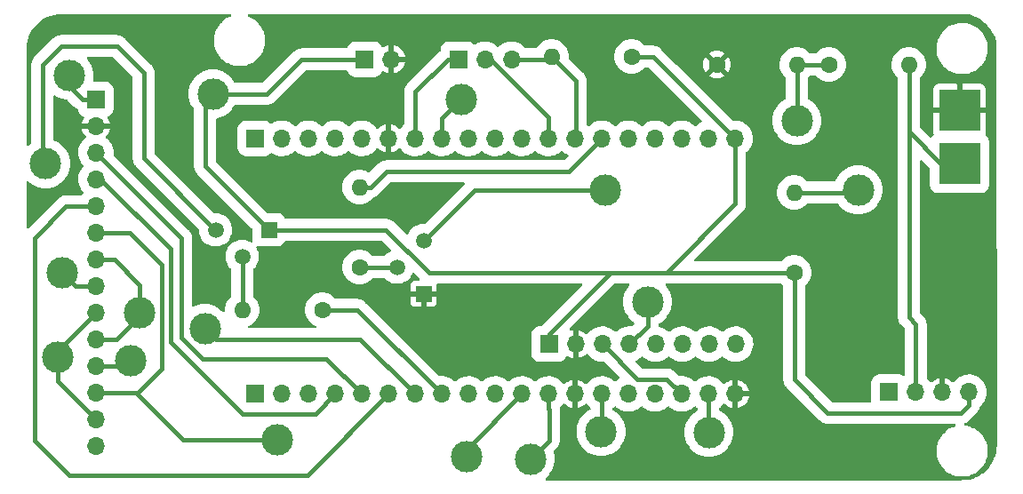
<source format=gbr>
%TF.GenerationSoftware,KiCad,Pcbnew,(6.0.4)*%
%TF.CreationDate,2022-04-28T20:07:22-04:00*%
%TF.ProjectId,wrist_pcb,77726973-745f-4706-9362-2e6b69636164,rev?*%
%TF.SameCoordinates,Original*%
%TF.FileFunction,Copper,L2,Bot*%
%TF.FilePolarity,Positive*%
%FSLAX46Y46*%
G04 Gerber Fmt 4.6, Leading zero omitted, Abs format (unit mm)*
G04 Created by KiCad (PCBNEW (6.0.4)) date 2022-04-28 20:07:22*
%MOMM*%
%LPD*%
G01*
G04 APERTURE LIST*
%TA.AperFunction,ComponentPad*%
%ADD10R,1.500000X1.500000*%
%TD*%
%TA.AperFunction,ComponentPad*%
%ADD11C,1.500000*%
%TD*%
%TA.AperFunction,ComponentPad*%
%ADD12R,1.700000X1.700000*%
%TD*%
%TA.AperFunction,ComponentPad*%
%ADD13O,1.700000X1.700000*%
%TD*%
%TA.AperFunction,ComponentPad*%
%ADD14C,1.600000*%
%TD*%
%TA.AperFunction,ComponentPad*%
%ADD15O,1.600000X1.600000*%
%TD*%
%TA.AperFunction,SMDPad,CuDef*%
%ADD16R,4.000000X4.000000*%
%TD*%
%TA.AperFunction,ViaPad*%
%ADD17C,3.000000*%
%TD*%
%TA.AperFunction,Conductor*%
%ADD18C,0.381000*%
%TD*%
G04 APERTURE END LIST*
D10*
%TO.P,NPN1,1,E*%
%TO.N,GND*%
X66048000Y-114808000D03*
D11*
%TO.P,NPN1,2,B*%
%TO.N,Net-(NPN1-Pad2)*%
X63508000Y-112268000D03*
%TO.P,NPN1,3,C*%
%TO.N,Net-(LS1-Pad2)*%
X66048000Y-109728000D03*
%TD*%
D12*
%TO.P,Regulator1,1,Pin_1*%
%TO.N,unconnected-(Regulator1-Pad1)*%
X110393000Y-124181000D03*
D13*
%TO.P,Regulator1,2,Pin_2*%
%TO.N,+12V*%
X112933000Y-124181000D03*
%TO.P,Regulator1,3,Pin_3*%
%TO.N,GND*%
X115473000Y-124181000D03*
%TO.P,Regulator1,4,Pin_4*%
%TO.N,VCC*%
X118013000Y-124181000D03*
%TD*%
D14*
%TO.P,LS1,1,1*%
%TO.N,VCC*%
X101346000Y-112776000D03*
D15*
%TO.P,LS1,2,2*%
%TO.N,Net-(LS1-Pad2)*%
X101346000Y-105156000D03*
%TD*%
D14*
%TO.P,R2,1*%
%TO.N,GND*%
X93980000Y-92964000D03*
D15*
%TO.P,R2,2*%
%TO.N,/IO14*%
X101600000Y-92964000D03*
%TD*%
D14*
%TO.P,R1,1*%
%TO.N,/IO14*%
X104648000Y-92964000D03*
D15*
%TO.P,R1,2*%
%TO.N,+12V*%
X112268000Y-92964000D03*
%TD*%
D12*
%TO.P,PCB_DATA1,1,Pin_1*%
%TO.N,/IO12*%
X69342000Y-92456000D03*
D13*
%TO.P,PCB_DATA1,2,Pin_2*%
%TO.N,/IO33*%
X71882000Y-92456000D03*
%TO.P,PCB_DATA1,3,Pin_3*%
%TO.N,/IO32*%
X74422000Y-92456000D03*
%TD*%
D12*
%TO.P,OUT1,1,Pin_1*%
%TO.N,VCC*%
X60432000Y-92456000D03*
D13*
%TO.P,OUT1,2,Pin_2*%
%TO.N,GND*%
X62972000Y-92456000D03*
%TD*%
D14*
%TO.P,R3.6k2,1*%
%TO.N,Net-(NPN1-Pad2)*%
X59944000Y-112268000D03*
D15*
%TO.P,R3.6k2,2*%
%TO.N,/IO35*%
X59944000Y-104648000D03*
%TD*%
D12*
%TO.P,ESP_Conn1,1,Pin_1*%
%TO.N,/CLK*%
X50000000Y-124350000D03*
D13*
%TO.P,ESP_Conn1,2,Pin_2*%
%TO.N,/D0*%
X52540000Y-124350000D03*
%TO.P,ESP_Conn1,3,Pin_3*%
%TO.N,/D1*%
X55080000Y-124350000D03*
%TO.P,ESP_Conn1,4,Pin_4*%
%TO.N,/IO15*%
X57620000Y-124350000D03*
%TO.P,ESP_Conn1,5,Pin_5*%
%TO.N,/IO2*%
X60160000Y-124350000D03*
%TO.P,ESP_Conn1,6,Pin_6*%
%TO.N,/IO0*%
X62700000Y-124350000D03*
%TO.P,ESP_Conn1,7,Pin_7*%
%TO.N,/IO4*%
X65240000Y-124350000D03*
%TO.P,ESP_Conn1,8,Pin_8*%
%TO.N,/IO16*%
X67780000Y-124350000D03*
%TO.P,ESP_Conn1,9,Pin_9*%
%TO.N,/IO17*%
X70320000Y-124350000D03*
%TO.P,ESP_Conn1,10,Pin_10*%
%TO.N,/IO5*%
X72860000Y-124350000D03*
%TO.P,ESP_Conn1,11,Pin_11*%
%TO.N,/IO18*%
X75400000Y-124350000D03*
%TO.P,ESP_Conn1,12,Pin_12*%
%TO.N,/IO19*%
X77940000Y-124350000D03*
%TO.P,ESP_Conn1,13,Pin_13*%
%TO.N,GND*%
X80480000Y-124350000D03*
%TO.P,ESP_Conn1,14,Pin_14*%
%TO.N,/IO21*%
X83020000Y-124350000D03*
%TO.P,ESP_Conn1,15,Pin_15*%
%TO.N,/RX*%
X85560000Y-124350000D03*
%TO.P,ESP_Conn1,16,Pin_16*%
%TO.N,/TX*%
X88100000Y-124350000D03*
%TO.P,ESP_Conn1,17,Pin_17*%
%TO.N,/IO22*%
X90640000Y-124350000D03*
%TO.P,ESP_Conn1,18,Pin_18*%
%TO.N,/IO23*%
X93180000Y-124350000D03*
%TO.P,ESP_Conn1,19,Pin_19*%
%TO.N,GND*%
X95720000Y-124350000D03*
%TD*%
D12*
%TO.P,ESP_Conn2,1,Pin_1*%
%TO.N,/5V*%
X50000000Y-100000000D03*
D13*
%TO.P,ESP_Conn2,2,Pin_2*%
%TO.N,/CMD*%
X52540000Y-100000000D03*
%TO.P,ESP_Conn2,3,Pin_3*%
%TO.N,/D3*%
X55080000Y-100000000D03*
%TO.P,ESP_Conn2,4,Pin_4*%
%TO.N,/D2*%
X57620000Y-100000000D03*
%TO.P,ESP_Conn2,5,Pin_5*%
%TO.N,/IO13*%
X60160000Y-100000000D03*
%TO.P,ESP_Conn2,6,Pin_6*%
%TO.N,GND*%
X62700000Y-100000000D03*
%TO.P,ESP_Conn2,7,Pin_7*%
%TO.N,/IO12*%
X65240000Y-100000000D03*
%TO.P,ESP_Conn2,8,Pin_8*%
%TO.N,/IO14*%
X67780000Y-100000000D03*
%TO.P,ESP_Conn2,9,Pin_9*%
%TO.N,/IO27*%
X70320000Y-100000000D03*
%TO.P,ESP_Conn2,10,Pin_10*%
%TO.N,/IO26*%
X72860000Y-100000000D03*
%TO.P,ESP_Conn2,11,Pin_11*%
%TO.N,/IO25*%
X75400000Y-100000000D03*
%TO.P,ESP_Conn2,12,Pin_12*%
%TO.N,/IO33*%
X77940000Y-100000000D03*
%TO.P,ESP_Conn2,13,Pin_13*%
%TO.N,/IO32*%
X80480000Y-100000000D03*
%TO.P,ESP_Conn2,14,Pin_14*%
%TO.N,/IO35*%
X83020000Y-100000000D03*
%TO.P,ESP_Conn2,15,Pin_15*%
%TO.N,/IO34*%
X85560000Y-100000000D03*
%TO.P,ESP_Conn2,16,Pin_16*%
%TO.N,/VN*%
X88100000Y-100000000D03*
%TO.P,ESP_Conn2,17,Pin_17*%
%TO.N,/VP*%
X90640000Y-100000000D03*
%TO.P,ESP_Conn2,18,Pin_18*%
%TO.N,/EN*%
X93180000Y-100000000D03*
%TO.P,ESP_Conn2,19,Pin_19*%
%TO.N,VCC*%
X95720000Y-100000000D03*
%TD*%
D12*
%TO.P,IMU_Conn1,1,Pin_1*%
%TO.N,VCC*%
X77993000Y-119609000D03*
D13*
%TO.P,IMU_Conn1,2,Pin_2*%
%TO.N,GND*%
X80533000Y-119609000D03*
%TO.P,IMU_Conn1,3,Pin_3*%
%TO.N,/IO22*%
X83073000Y-119609000D03*
%TO.P,IMU_Conn1,4,Pin_4*%
%TO.N,/IO21*%
X85613000Y-119609000D03*
%TO.P,IMU_Conn1,5,Pin_5*%
%TO.N,/XDA*%
X88153000Y-119609000D03*
%TO.P,IMU_Conn1,6,Pin_6*%
%TO.N,/XCL*%
X90693000Y-119609000D03*
%TO.P,IMU_Conn1,7,Pin_7*%
%TO.N,/ADO*%
X93233000Y-119609000D03*
%TO.P,IMU_Conn1,8,Pin_8*%
%TO.N,/INT*%
X95773000Y-119609000D03*
%TD*%
D14*
%TO.P,R3.6k1,1*%
%TO.N,/IO16*%
X56388000Y-116332000D03*
D15*
%TO.P,R3.6k1,2*%
%TO.N,Net-(PNP1-Pad2)*%
X48768000Y-116332000D03*
%TD*%
D14*
%TO.P,R4.7k1,1*%
%TO.N,VCC*%
X85852000Y-92202000D03*
D15*
%TO.P,R4.7k1,2*%
%TO.N,/IO32*%
X78232000Y-92202000D03*
%TD*%
D10*
%TO.P,PNP1,1,E*%
%TO.N,VCC*%
X51308000Y-108704000D03*
D11*
%TO.P,PNP1,2,B*%
%TO.N,Net-(PNP1-Pad2)*%
X48768000Y-111244000D03*
%TO.P,PNP1,3,C*%
%TO.N,/LED*%
X46228000Y-108704000D03*
%TD*%
D13*
%TO.P,TFT_Conn1,14,Pin_14*%
%TO.N,/NC*%
X34823000Y-129296000D03*
%TO.P,TFT_Conn1,13,Pin_13*%
%TO.N,/IO19*%
X34823000Y-126756000D03*
%TO.P,TFT_Conn1,12,Pin_12*%
%TO.N,/IO23*%
X34823000Y-124216000D03*
%TO.P,TFT_Conn1,11,Pin_11*%
%TO.N,/IO4*%
X34823000Y-121676000D03*
%TO.P,TFT_Conn1,10,Pin_10*%
%TO.N,/IO18*%
X34823000Y-119136000D03*
%TO.P,TFT_Conn1,9,Pin_9*%
%TO.N,/IO19*%
X34823000Y-116596000D03*
%TO.P,TFT_Conn1,8,Pin_8*%
%TO.N,/LED*%
X34823000Y-114056000D03*
%TO.P,TFT_Conn1,7,Pin_7*%
%TO.N,/IO18*%
X34823000Y-111516000D03*
%TO.P,TFT_Conn1,6,Pin_6*%
%TO.N,/IO23*%
X34823000Y-108976000D03*
%TO.P,TFT_Conn1,5,Pin_5*%
%TO.N,/IO0*%
X34823000Y-106436000D03*
%TO.P,TFT_Conn1,4,Pin_4*%
%TO.N,/IO15*%
X34823000Y-103896000D03*
%TO.P,TFT_Conn1,3,Pin_3*%
%TO.N,/IO2*%
X34823000Y-101356000D03*
%TO.P,TFT_Conn1,2,Pin_2*%
%TO.N,GND*%
X34823000Y-98816000D03*
D12*
%TO.P,TFT_Conn1,1,Pin_1*%
%TO.N,VCC*%
X34823000Y-96276000D03*
%TD*%
D16*
%TO.P,IN1,1,Pin_1*%
%TO.N,+12V*%
X117094000Y-102362000D03*
%TO.P,IN1,2,Pin_1*%
%TO.N,GND*%
X117094000Y-97322000D03*
%TD*%
D17*
%TO.N,/IO18*%
X70104000Y-130302000D03*
%TO.N,VCC*%
X32258000Y-93980000D03*
X45974000Y-95758000D03*
%TO.N,/LED*%
X30040000Y-102400000D03*
X31600000Y-112780000D03*
%TO.N,/IO23*%
X93218000Y-128016000D03*
X52070000Y-128751700D03*
%TO.N,/IO18*%
X39026680Y-116586000D03*
%TO.N,/IO19*%
X76200000Y-130556000D03*
X31166700Y-120890000D03*
%TO.N,/IO4*%
X38100000Y-121158000D03*
X45212000Y-118110000D03*
%TO.N,Net-(LS1-Pad2)*%
X107442000Y-104902000D03*
X83312000Y-104902000D03*
%TO.N,/IO14*%
X69596000Y-96266000D03*
X101600000Y-98298000D03*
%TO.N,/IO21*%
X87376000Y-115570000D03*
X82950000Y-127930000D03*
%TD*%
D18*
%TO.N,/IO19*%
X77940000Y-125768000D02*
X77940000Y-124350000D01*
X77978000Y-128778000D02*
X77978000Y-125806000D01*
X77978000Y-125806000D02*
X77940000Y-125768000D01*
X76200000Y-130556000D02*
X77978000Y-128778000D01*
%TO.N,/LED*%
X46194000Y-108704000D02*
X46228000Y-108704000D01*
X39370000Y-101880000D02*
X46194000Y-108704000D01*
X39370000Y-93726000D02*
X39370000Y-101880000D01*
X36830000Y-91186000D02*
X39370000Y-93726000D01*
X29718000Y-102078000D02*
X29718000Y-92964000D01*
X31496000Y-91186000D02*
X36830000Y-91186000D01*
X30040000Y-102400000D02*
X29718000Y-102078000D01*
X29718000Y-92964000D02*
X31496000Y-91186000D01*
%TO.N,/IO18*%
X36820000Y-119136000D02*
X34823000Y-119136000D01*
X39026680Y-116929320D02*
X36820000Y-119136000D01*
X39026680Y-116586000D02*
X39026680Y-116929320D01*
X36586000Y-111516000D02*
X34823000Y-111516000D01*
X39026680Y-113956680D02*
X36586000Y-111516000D01*
X39026680Y-116586000D02*
X39026680Y-113956680D01*
%TO.N,/IO23*%
X41123080Y-112083080D02*
X38016000Y-108976000D01*
X41123080Y-121944920D02*
X41123080Y-112083080D01*
X38852000Y-124216000D02*
X41123080Y-121944920D01*
X38016000Y-108976000D02*
X34823000Y-108976000D01*
X38618000Y-124216000D02*
X38852000Y-124216000D01*
%TO.N,/IO15*%
X41910000Y-110551948D02*
X35254052Y-103896000D01*
X35254052Y-103896000D02*
X34823000Y-103896000D01*
X55732000Y-126238000D02*
X48768000Y-126238000D01*
X48768000Y-126238000D02*
X41910000Y-119380000D01*
X57620000Y-124350000D02*
X55732000Y-126238000D01*
X41910000Y-119380000D02*
X41910000Y-110551948D01*
%TO.N,/IO0*%
X32258000Y-132080000D02*
X54970000Y-132080000D01*
X28956000Y-109474000D02*
X28956000Y-128778000D01*
X31994000Y-106436000D02*
X28956000Y-109474000D01*
X34823000Y-106436000D02*
X31994000Y-106436000D01*
X28956000Y-128778000D02*
X32258000Y-132080000D01*
X54970000Y-132080000D02*
X62700000Y-124350000D01*
%TO.N,/IO18*%
X70104000Y-129646000D02*
X75400000Y-124350000D01*
X70104000Y-130302000D02*
X70104000Y-129646000D01*
%TO.N,/IO19*%
X31166700Y-120252300D02*
X34823000Y-116596000D01*
X31166700Y-120890000D02*
X31166700Y-120252300D01*
X31166700Y-123099700D02*
X34823000Y-126756000D01*
X31166700Y-120890000D02*
X31166700Y-123099700D01*
%TO.N,/IO2*%
X42960000Y-109493000D02*
X34823000Y-101356000D01*
X42960000Y-118993838D02*
X42960000Y-109493000D01*
X44958473Y-120992311D02*
X42960000Y-118993838D01*
X56802311Y-120992311D02*
X44958473Y-120992311D01*
X60160000Y-124350000D02*
X56802311Y-120992311D01*
%TO.N,+12V*%
X112933000Y-117699000D02*
X112268000Y-117034000D01*
X112268000Y-99383600D02*
X115246400Y-102362000D01*
X112268000Y-92964000D02*
X112268000Y-99383600D01*
X112268000Y-117034000D02*
X112268000Y-92964000D01*
X112933000Y-117699000D02*
X112933000Y-124181000D01*
X115246400Y-102362000D02*
X117094000Y-102362000D01*
%TO.N,VCC*%
X51308000Y-108704000D02*
X62476000Y-108704000D01*
X32512000Y-95250000D02*
X32512000Y-94234000D01*
X95720000Y-100000000D02*
X87922000Y-92202000D01*
X77993000Y-119609000D02*
X77993000Y-118633000D01*
X118013000Y-125383081D02*
X117222570Y-126173511D01*
X77993000Y-118633000D02*
X83850000Y-112776000D01*
X34823000Y-96276000D02*
X33538000Y-96276000D01*
X33538000Y-96276000D02*
X32512000Y-95250000D01*
X104544691Y-126173511D02*
X101346000Y-122974820D01*
X51120578Y-95758000D02*
X45974000Y-95758000D01*
X118013000Y-124181000D02*
X118013000Y-125383081D01*
X45974000Y-95758000D02*
X45212000Y-96520000D01*
X60432000Y-92456000D02*
X54422578Y-92456000D01*
X62476000Y-108704000D02*
X66548000Y-112776000D01*
X95720000Y-100000000D02*
X95720000Y-106210000D01*
X101346000Y-112776000D02*
X89154000Y-112776000D01*
X87922000Y-92202000D02*
X85852000Y-92202000D01*
X45212000Y-102608000D02*
X51308000Y-108704000D01*
X45212000Y-96520000D02*
X45212000Y-102608000D01*
X66548000Y-112776000D02*
X89154000Y-112776000D01*
X54422578Y-92456000D02*
X51120578Y-95758000D01*
X95720000Y-106210000D02*
X89154000Y-112776000D01*
X117222570Y-126173511D02*
X104544691Y-126173511D01*
X83850000Y-112776000D02*
X89154000Y-112776000D01*
X101346000Y-122974820D02*
X101346000Y-112776000D01*
%TO.N,Net-(NPN1-Pad2)*%
X59944000Y-112268000D02*
X63508000Y-112268000D01*
%TO.N,/IO12*%
X68326000Y-92456000D02*
X65240000Y-95542000D01*
X65240000Y-95542000D02*
X65240000Y-100000000D01*
X69342000Y-92456000D02*
X68326000Y-92456000D01*
%TO.N,/IO33*%
X71882000Y-92456000D02*
X72390000Y-92456000D01*
X72390000Y-92456000D02*
X77940000Y-98006000D01*
X77940000Y-98006000D02*
X77940000Y-100000000D01*
%TO.N,/IO32*%
X80518000Y-99962000D02*
X80480000Y-100000000D01*
X78232000Y-92202000D02*
X77978000Y-92456000D01*
X80518000Y-94488000D02*
X80518000Y-99962000D01*
X77978000Y-92456000D02*
X74422000Y-92456000D01*
X78232000Y-92202000D02*
X80518000Y-94488000D01*
%TO.N,Net-(PNP1-Pad2)*%
X48768000Y-116332000D02*
X48768000Y-111244000D01*
%TO.N,/LED*%
X34823000Y-114056000D02*
X32876000Y-114056000D01*
X32876000Y-114056000D02*
X31600000Y-112780000D01*
%TO.N,/IO35*%
X59944000Y-104648000D02*
X60960000Y-104648000D01*
X79896000Y-103124000D02*
X83020000Y-100000000D01*
X62484000Y-103124000D02*
X79896000Y-103124000D01*
X60960000Y-104648000D02*
X62484000Y-103124000D01*
%TO.N,/IO16*%
X59762000Y-116332000D02*
X56388000Y-116332000D01*
X67780000Y-124350000D02*
X59762000Y-116332000D01*
%TO.N,/IO23*%
X93180000Y-124350000D02*
X93180000Y-127978000D01*
X34823000Y-124216000D02*
X38618000Y-124216000D01*
X93180000Y-127978000D02*
X93218000Y-128016000D01*
X52070000Y-128751700D02*
X43153700Y-128751700D01*
X43153700Y-128751700D02*
X38618000Y-124216000D01*
%TO.N,/IO4*%
X37582000Y-121676000D02*
X38100000Y-121158000D01*
X34823000Y-121676000D02*
X37582000Y-121676000D01*
X46228000Y-119126000D02*
X60016000Y-119126000D01*
X60016000Y-119126000D02*
X65240000Y-124350000D01*
X45212000Y-118110000D02*
X46228000Y-119126000D01*
%TO.N,Net-(LS1-Pad2)*%
X70874000Y-104902000D02*
X66048000Y-109728000D01*
X70874000Y-104902000D02*
X83312000Y-104902000D01*
X107188000Y-105156000D02*
X101346000Y-105156000D01*
X107442000Y-104902000D02*
X107188000Y-105156000D01*
%TO.N,/IO14*%
X67780000Y-98082000D02*
X69596000Y-96266000D01*
X104648000Y-92964000D02*
X101600000Y-92964000D01*
X101600000Y-98298000D02*
X101600000Y-92964000D01*
X67780000Y-100000000D02*
X67780000Y-98082000D01*
%TO.N,/IO21*%
X82950000Y-127930000D02*
X83020000Y-127860000D01*
X87376000Y-115570000D02*
X87376000Y-117846000D01*
X83020000Y-127860000D02*
X83020000Y-124350000D01*
X87376000Y-117846000D02*
X85613000Y-119609000D01*
%TO.N,/IO22*%
X83073000Y-119609000D02*
X86405689Y-122941689D01*
X86405689Y-122941689D02*
X89231689Y-122941689D01*
X89231689Y-122941689D02*
X90640000Y-124350000D01*
%TD*%
%TA.AperFunction,Conductor*%
%TO.N,GND*%
G36*
X117291510Y-88139874D02*
G01*
X117308601Y-88142407D01*
X117308607Y-88142407D01*
X117317486Y-88143723D01*
X117336124Y-88141147D01*
X117359077Y-88140089D01*
X117465832Y-88144926D01*
X117663936Y-88153903D01*
X117677122Y-88155198D01*
X118007277Y-88205261D01*
X118020255Y-88207934D01*
X118343316Y-88292388D01*
X118355941Y-88296408D01*
X118409261Y-88316533D01*
X118668363Y-88414328D01*
X118680481Y-88419645D01*
X118978794Y-88569721D01*
X118990301Y-88576290D01*
X119271202Y-88756862D01*
X119281955Y-88764603D01*
X119542337Y-88973673D01*
X119552206Y-88982489D01*
X119635445Y-89065121D01*
X119789197Y-89217752D01*
X119798096Y-89227568D01*
X120009064Y-89486409D01*
X120016884Y-89497106D01*
X120135820Y-89679178D01*
X120199506Y-89776672D01*
X120206156Y-89788125D01*
X120226133Y-89827121D01*
X120358408Y-90085322D01*
X120363821Y-90097415D01*
X120484026Y-90408964D01*
X120488139Y-90421560D01*
X120574958Y-90744003D01*
X120577725Y-90756960D01*
X120626224Y-91061717D01*
X120630204Y-91086729D01*
X120631595Y-91099898D01*
X120647198Y-91396236D01*
X120647255Y-91397312D01*
X120645928Y-91423326D01*
X120644309Y-91433724D01*
X120645473Y-91442626D01*
X120645473Y-91442628D01*
X120645766Y-91444869D01*
X120648169Y-91463240D01*
X120648445Y-91465352D01*
X120649509Y-91481659D01*
X120657406Y-129191292D01*
X120657413Y-129226592D01*
X120655913Y-129246004D01*
X120652232Y-129269644D01*
X120653396Y-129278547D01*
X120653396Y-129278551D01*
X120654678Y-129288357D01*
X120655569Y-129311286D01*
X120640226Y-129604013D01*
X120639681Y-129614420D01*
X120638303Y-129627535D01*
X120626613Y-129701342D01*
X120586306Y-129955824D01*
X120583563Y-129968725D01*
X120497540Y-130289759D01*
X120493466Y-130302300D01*
X120471425Y-130359718D01*
X120374356Y-130612590D01*
X120368992Y-130624638D01*
X120308988Y-130742402D01*
X120222992Y-130911178D01*
X120218097Y-130920784D01*
X120211502Y-130932206D01*
X120030478Y-131210958D01*
X120022726Y-131221627D01*
X119813564Y-131479920D01*
X119804739Y-131489721D01*
X119569721Y-131724739D01*
X119559920Y-131733564D01*
X119301627Y-131942726D01*
X119290958Y-131950478D01*
X119012206Y-132131502D01*
X119000790Y-132138093D01*
X118898056Y-132190440D01*
X118704638Y-132288992D01*
X118692589Y-132294356D01*
X118494081Y-132370557D01*
X118382302Y-132413465D01*
X118369759Y-132417540D01*
X118048725Y-132503563D01*
X118035823Y-132506306D01*
X117713105Y-132557421D01*
X117707536Y-132558303D01*
X117694421Y-132559681D01*
X117645339Y-132562254D01*
X117398621Y-132575185D01*
X117372641Y-132573858D01*
X117371071Y-132573613D01*
X117371064Y-132573613D01*
X117362196Y-132572232D01*
X117353295Y-132573396D01*
X117353291Y-132573396D01*
X117330637Y-132576359D01*
X117314299Y-132577423D01*
X77776784Y-132577423D01*
X77708663Y-132557421D01*
X77662170Y-132503765D01*
X77652066Y-132433491D01*
X77681560Y-132368911D01*
X77693706Y-132356691D01*
X77720103Y-132333542D01*
X77857259Y-132213259D01*
X77902741Y-132161397D01*
X78056679Y-131985865D01*
X78056683Y-131985859D01*
X78059397Y-131982765D01*
X78229719Y-131727859D01*
X78276827Y-131632335D01*
X78363491Y-131456597D01*
X78363492Y-131456595D01*
X78365313Y-131452902D01*
X78443821Y-131221627D01*
X78462531Y-131166509D01*
X78462532Y-131166505D01*
X78463858Y-131162599D01*
X78480736Y-131077750D01*
X78522863Y-130865960D01*
X78522863Y-130865957D01*
X78523667Y-130861917D01*
X78526484Y-130818948D01*
X78543448Y-130560119D01*
X78543718Y-130556000D01*
X78534080Y-130408959D01*
X78523937Y-130254198D01*
X78523936Y-130254194D01*
X78523667Y-130250083D01*
X78514847Y-130205741D01*
X78464663Y-129953446D01*
X78464661Y-129953440D01*
X78463858Y-129949401D01*
X78437914Y-129872972D01*
X78434958Y-129802039D01*
X78468132Y-129743377D01*
X78661227Y-129550282D01*
X78671370Y-129541181D01*
X78696772Y-129520757D01*
X78701578Y-129516893D01*
X78734476Y-129477687D01*
X78737662Y-129474034D01*
X78739486Y-129472023D01*
X78741668Y-129469841D01*
X78743616Y-129467469D01*
X78743630Y-129467454D01*
X78769550Y-129435897D01*
X78770272Y-129435027D01*
X78831316Y-129362278D01*
X78833937Y-129357510D01*
X78837387Y-129353310D01*
X78840298Y-129347881D01*
X78840302Y-129347875D01*
X78882192Y-129269750D01*
X78882821Y-129268590D01*
X78925585Y-129190803D01*
X78925587Y-129190799D01*
X78928551Y-129185407D01*
X78930195Y-129180223D01*
X78932765Y-129175431D01*
X78960517Y-129084658D01*
X78960865Y-129083541D01*
X78987718Y-128998892D01*
X78987719Y-128998889D01*
X78989581Y-128993018D01*
X78990188Y-128987608D01*
X78991776Y-128982413D01*
X79001362Y-128888046D01*
X79001497Y-128886776D01*
X79006808Y-128839436D01*
X79006808Y-128839427D01*
X79007200Y-128835937D01*
X79007200Y-128832415D01*
X79007269Y-128831179D01*
X79007718Y-128825476D01*
X79011552Y-128787737D01*
X79011552Y-128787733D01*
X79012174Y-128781610D01*
X79007759Y-128734905D01*
X79007200Y-128723047D01*
X79007200Y-125868971D01*
X79007937Y-125855364D01*
X79011458Y-125822955D01*
X79011458Y-125822950D01*
X79012123Y-125816829D01*
X79011586Y-125810690D01*
X79011586Y-125810685D01*
X79007662Y-125765833D01*
X79007332Y-125760999D01*
X79007200Y-125758295D01*
X79007200Y-125755211D01*
X79004957Y-125732337D01*
X79018216Y-125662591D01*
X79048944Y-125623875D01*
X79084942Y-125593401D01*
X79126944Y-125557843D01*
X79154819Y-125526058D01*
X79289355Y-125372650D01*
X79289359Y-125372645D01*
X79292437Y-125369135D01*
X79318005Y-125329385D01*
X79371679Y-125282914D01*
X79441957Y-125272838D01*
X79506526Y-125302356D01*
X79519214Y-125315051D01*
X79523218Y-125319673D01*
X79530579Y-125326881D01*
X79694434Y-125462916D01*
X79702881Y-125468831D01*
X79886756Y-125576279D01*
X79896042Y-125580729D01*
X80095001Y-125656703D01*
X80104899Y-125659579D01*
X80208250Y-125680606D01*
X80222299Y-125679410D01*
X80226000Y-125669065D01*
X80226000Y-123033102D01*
X80222082Y-123019758D01*
X80207806Y-123017771D01*
X80169324Y-123023660D01*
X80159288Y-123026051D01*
X79956868Y-123092212D01*
X79947359Y-123096209D01*
X79758463Y-123194542D01*
X79749738Y-123200036D01*
X79579433Y-123327905D01*
X79571726Y-123334748D01*
X79517625Y-123391361D01*
X79456100Y-123426791D01*
X79385188Y-123423334D01*
X79327581Y-123382316D01*
X79317491Y-123369517D01*
X79188531Y-123205932D01*
X79005713Y-123033954D01*
X78799483Y-122890887D01*
X78795296Y-122888822D01*
X78578558Y-122781938D01*
X78578554Y-122781937D01*
X78574372Y-122779874D01*
X78335325Y-122703355D01*
X78330718Y-122702605D01*
X78330715Y-122702604D01*
X78094666Y-122664161D01*
X78087593Y-122663009D01*
X77965862Y-122661416D01*
X77841295Y-122659785D01*
X77841292Y-122659785D01*
X77836618Y-122659724D01*
X77737694Y-122673187D01*
X77592555Y-122692939D01*
X77592548Y-122692940D01*
X77587915Y-122693571D01*
X77583425Y-122694880D01*
X77583419Y-122694881D01*
X77481631Y-122724550D01*
X77346947Y-122763807D01*
X77342700Y-122765765D01*
X77342697Y-122765766D01*
X77298294Y-122786236D01*
X77119006Y-122868888D01*
X77096196Y-122883843D01*
X76913015Y-123003942D01*
X76913010Y-123003945D01*
X76909102Y-123006508D01*
X76831691Y-123075600D01*
X76752749Y-123146058D01*
X76688608Y-123176496D01*
X76618193Y-123167424D01*
X76582515Y-123143830D01*
X76469121Y-123037160D01*
X76469122Y-123037160D01*
X76465713Y-123033954D01*
X76259483Y-122890887D01*
X76255296Y-122888822D01*
X76038558Y-122781938D01*
X76038554Y-122781937D01*
X76034372Y-122779874D01*
X75795325Y-122703355D01*
X75790718Y-122702605D01*
X75790715Y-122702604D01*
X75554666Y-122664161D01*
X75547593Y-122663009D01*
X75425862Y-122661416D01*
X75301295Y-122659785D01*
X75301292Y-122659785D01*
X75296618Y-122659724D01*
X75197694Y-122673187D01*
X75052555Y-122692939D01*
X75052548Y-122692940D01*
X75047915Y-122693571D01*
X75043425Y-122694880D01*
X75043419Y-122694881D01*
X74941631Y-122724550D01*
X74806947Y-122763807D01*
X74802700Y-122765765D01*
X74802697Y-122765766D01*
X74758294Y-122786236D01*
X74579006Y-122868888D01*
X74556196Y-122883843D01*
X74373015Y-123003942D01*
X74373010Y-123003945D01*
X74369102Y-123006508D01*
X74291691Y-123075600D01*
X74212749Y-123146058D01*
X74148608Y-123176496D01*
X74078193Y-123167424D01*
X74042515Y-123143830D01*
X73929121Y-123037160D01*
X73929122Y-123037160D01*
X73925713Y-123033954D01*
X73719483Y-122890887D01*
X73715296Y-122888822D01*
X73498558Y-122781938D01*
X73498554Y-122781937D01*
X73494372Y-122779874D01*
X73255325Y-122703355D01*
X73250718Y-122702605D01*
X73250715Y-122702604D01*
X73014666Y-122664161D01*
X73007593Y-122663009D01*
X72885862Y-122661416D01*
X72761295Y-122659785D01*
X72761292Y-122659785D01*
X72756618Y-122659724D01*
X72657694Y-122673187D01*
X72512555Y-122692939D01*
X72512548Y-122692940D01*
X72507915Y-122693571D01*
X72503425Y-122694880D01*
X72503419Y-122694881D01*
X72401631Y-122724550D01*
X72266947Y-122763807D01*
X72262700Y-122765765D01*
X72262697Y-122765766D01*
X72218294Y-122786236D01*
X72039006Y-122868888D01*
X72016196Y-122883843D01*
X71833015Y-123003942D01*
X71833010Y-123003945D01*
X71829102Y-123006508D01*
X71751691Y-123075600D01*
X71672749Y-123146058D01*
X71608608Y-123176496D01*
X71538193Y-123167424D01*
X71502515Y-123143830D01*
X71389121Y-123037160D01*
X71389122Y-123037160D01*
X71385713Y-123033954D01*
X71179483Y-122890887D01*
X71175296Y-122888822D01*
X70958558Y-122781938D01*
X70958554Y-122781937D01*
X70954372Y-122779874D01*
X70715325Y-122703355D01*
X70710718Y-122702605D01*
X70710715Y-122702604D01*
X70474666Y-122664161D01*
X70467593Y-122663009D01*
X70345862Y-122661416D01*
X70221295Y-122659785D01*
X70221292Y-122659785D01*
X70216618Y-122659724D01*
X70117694Y-122673187D01*
X69972555Y-122692939D01*
X69972548Y-122692940D01*
X69967915Y-122693571D01*
X69963425Y-122694880D01*
X69963419Y-122694881D01*
X69861631Y-122724550D01*
X69726947Y-122763807D01*
X69722700Y-122765765D01*
X69722697Y-122765766D01*
X69678294Y-122786236D01*
X69499006Y-122868888D01*
X69476196Y-122883843D01*
X69293015Y-123003942D01*
X69293010Y-123003945D01*
X69289102Y-123006508D01*
X69211691Y-123075600D01*
X69132749Y-123146058D01*
X69068608Y-123176496D01*
X68998193Y-123167424D01*
X68962515Y-123143830D01*
X68849121Y-123037160D01*
X68849122Y-123037160D01*
X68845713Y-123033954D01*
X68639483Y-122890887D01*
X68635296Y-122888822D01*
X68418558Y-122781938D01*
X68418554Y-122781937D01*
X68414372Y-122779874D01*
X68175325Y-122703355D01*
X68170718Y-122702605D01*
X68170715Y-122702604D01*
X67934666Y-122664161D01*
X67927593Y-122663009D01*
X67802106Y-122661367D01*
X67681294Y-122659785D01*
X67681291Y-122659785D01*
X67676618Y-122659724D01*
X67671990Y-122660354D01*
X67671987Y-122660354D01*
X67656871Y-122662411D01*
X67622879Y-122667038D01*
X67552685Y-122656405D01*
X67516793Y-122631284D01*
X60534282Y-115648773D01*
X60525181Y-115638630D01*
X60524809Y-115638168D01*
X60500893Y-115608422D01*
X60494041Y-115602672D01*
X60494037Y-115602669D01*
X64790001Y-115602669D01*
X64790371Y-115609490D01*
X64795895Y-115660352D01*
X64799521Y-115675604D01*
X64844676Y-115796054D01*
X64853214Y-115811649D01*
X64929715Y-115913724D01*
X64942276Y-115926285D01*
X65044351Y-116002786D01*
X65059946Y-116011324D01*
X65180394Y-116056478D01*
X65195649Y-116060105D01*
X65246514Y-116065631D01*
X65253328Y-116066000D01*
X65775885Y-116066000D01*
X65791124Y-116061525D01*
X65792329Y-116060135D01*
X65794000Y-116052452D01*
X65794000Y-116047884D01*
X66302000Y-116047884D01*
X66306475Y-116063123D01*
X66307865Y-116064328D01*
X66315548Y-116065999D01*
X66842669Y-116065999D01*
X66849490Y-116065629D01*
X66900352Y-116060105D01*
X66915604Y-116056479D01*
X67036054Y-116011324D01*
X67051649Y-116002786D01*
X67153724Y-115926285D01*
X67166285Y-115913724D01*
X67242786Y-115811649D01*
X67251324Y-115796054D01*
X67296478Y-115675606D01*
X67300105Y-115660351D01*
X67305631Y-115609486D01*
X67306000Y-115602672D01*
X67306000Y-115080115D01*
X67301525Y-115064876D01*
X67300135Y-115063671D01*
X67292452Y-115062000D01*
X66320115Y-115062000D01*
X66304876Y-115066475D01*
X66303671Y-115067865D01*
X66302000Y-115075548D01*
X66302000Y-116047884D01*
X65794000Y-116047884D01*
X65794000Y-115080115D01*
X65789525Y-115064876D01*
X65788135Y-115063671D01*
X65780452Y-115062000D01*
X64808116Y-115062000D01*
X64792877Y-115066475D01*
X64791672Y-115067865D01*
X64790001Y-115075548D01*
X64790001Y-115602669D01*
X60494037Y-115602669D01*
X60461688Y-115575525D01*
X60458034Y-115572338D01*
X60456023Y-115570514D01*
X60453841Y-115568332D01*
X60451469Y-115566384D01*
X60451454Y-115566370D01*
X60419897Y-115540450D01*
X60419027Y-115539728D01*
X60346278Y-115478684D01*
X60341510Y-115476063D01*
X60337310Y-115472613D01*
X60331881Y-115469702D01*
X60331875Y-115469698D01*
X60253750Y-115427808D01*
X60252590Y-115427179D01*
X60236860Y-115418531D01*
X60225735Y-115412415D01*
X60174803Y-115384415D01*
X60174799Y-115384413D01*
X60169407Y-115381449D01*
X60164223Y-115379805D01*
X60159431Y-115377235D01*
X60068658Y-115349483D01*
X60067570Y-115349144D01*
X60041366Y-115340832D01*
X59982892Y-115322282D01*
X59982889Y-115322281D01*
X59977018Y-115320419D01*
X59971608Y-115319812D01*
X59966413Y-115318224D01*
X59872046Y-115308638D01*
X59870816Y-115308507D01*
X59856176Y-115306865D01*
X59823436Y-115303192D01*
X59823427Y-115303192D01*
X59819937Y-115302800D01*
X59816415Y-115302800D01*
X59815179Y-115302731D01*
X59809476Y-115302282D01*
X59771737Y-115298448D01*
X59771733Y-115298448D01*
X59765610Y-115297826D01*
X59722469Y-115301904D01*
X59718905Y-115302241D01*
X59707047Y-115302800D01*
X57722099Y-115302800D01*
X57653978Y-115282798D01*
X57626288Y-115258630D01*
X57553532Y-115173443D01*
X57550319Y-115169681D01*
X57354182Y-115002165D01*
X57134255Y-114867393D01*
X57129685Y-114865500D01*
X57129681Y-114865498D01*
X56900521Y-114770577D01*
X56900515Y-114770575D01*
X56895952Y-114768685D01*
X56891152Y-114767533D01*
X56891147Y-114767531D01*
X56720670Y-114726603D01*
X56645142Y-114708470D01*
X56388000Y-114688233D01*
X56130858Y-114708470D01*
X56055330Y-114726603D01*
X55884853Y-114767531D01*
X55884848Y-114767533D01*
X55880048Y-114768685D01*
X55875485Y-114770575D01*
X55875479Y-114770577D01*
X55646319Y-114865498D01*
X55646315Y-114865500D01*
X55641745Y-114867393D01*
X55421818Y-115002165D01*
X55225681Y-115169681D01*
X55058165Y-115365818D01*
X54923393Y-115585745D01*
X54921500Y-115590315D01*
X54921498Y-115590319D01*
X54826577Y-115819479D01*
X54826575Y-115819485D01*
X54824685Y-115824048D01*
X54823533Y-115828848D01*
X54823531Y-115828853D01*
X54805783Y-115902778D01*
X54764470Y-116074858D01*
X54744233Y-116332000D01*
X54764470Y-116589142D01*
X54795929Y-116720175D01*
X54823192Y-116833732D01*
X54824685Y-116839952D01*
X54826575Y-116844515D01*
X54826577Y-116844521D01*
X54913019Y-117053211D01*
X54923393Y-117078255D01*
X55058165Y-117298182D01*
X55225681Y-117494319D01*
X55421818Y-117661835D01*
X55513526Y-117718034D01*
X55620649Y-117783679D01*
X55641745Y-117796607D01*
X55646315Y-117798500D01*
X55646319Y-117798502D01*
X55781248Y-117854391D01*
X55836529Y-117898939D01*
X55858950Y-117966303D01*
X55841392Y-118035094D01*
X55789430Y-118083472D01*
X55733030Y-118096800D01*
X49422970Y-118096800D01*
X49354849Y-118076798D01*
X49308356Y-118023142D01*
X49298252Y-117952868D01*
X49327746Y-117888288D01*
X49374752Y-117854391D01*
X49509681Y-117798502D01*
X49509685Y-117798500D01*
X49514255Y-117796607D01*
X49535352Y-117783679D01*
X49642474Y-117718034D01*
X49734182Y-117661835D01*
X49930319Y-117494319D01*
X50097835Y-117298182D01*
X50232607Y-117078255D01*
X50242981Y-117053211D01*
X50329423Y-116844521D01*
X50329425Y-116844515D01*
X50331315Y-116839952D01*
X50332809Y-116833732D01*
X50360071Y-116720175D01*
X50391530Y-116589142D01*
X50411767Y-116332000D01*
X50391530Y-116074858D01*
X50350217Y-115902778D01*
X50332469Y-115828853D01*
X50332467Y-115828848D01*
X50331315Y-115824048D01*
X50329425Y-115819485D01*
X50329423Y-115819479D01*
X50234502Y-115590319D01*
X50234500Y-115590315D01*
X50232607Y-115585745D01*
X50097835Y-115365818D01*
X49930319Y-115169681D01*
X49841369Y-115093711D01*
X49802561Y-115034262D01*
X49797200Y-114997901D01*
X49797200Y-112512346D01*
X49817202Y-112444225D01*
X49841365Y-112416539D01*
X49894855Y-112370855D01*
X50057260Y-112180702D01*
X50187920Y-111967485D01*
X50253228Y-111809818D01*
X50281722Y-111741026D01*
X50281723Y-111741024D01*
X50283616Y-111736453D01*
X50313091Y-111613681D01*
X50340838Y-111498109D01*
X50340839Y-111498103D01*
X50341993Y-111493296D01*
X50361613Y-111244000D01*
X50341993Y-110994704D01*
X50340839Y-110989897D01*
X50340838Y-110989891D01*
X50293429Y-110792422D01*
X50283616Y-110751547D01*
X50280159Y-110743200D01*
X50189815Y-110525089D01*
X50189813Y-110525085D01*
X50187920Y-110520515D01*
X50142815Y-110446911D01*
X50135898Y-110435623D01*
X50117360Y-110367089D01*
X50138816Y-110299413D01*
X50193455Y-110254080D01*
X50263930Y-110245483D01*
X50273813Y-110247531D01*
X50345701Y-110265454D01*
X50443504Y-110289839D01*
X50466406Y-110291400D01*
X50483322Y-110292554D01*
X50483331Y-110292554D01*
X50485468Y-110292700D01*
X52130532Y-110292700D01*
X52132669Y-110292554D01*
X52132678Y-110292554D01*
X52149594Y-110291400D01*
X52172496Y-110289839D01*
X52349309Y-110245755D01*
X52355416Y-110242723D01*
X52355420Y-110242722D01*
X52506422Y-110167764D01*
X52506425Y-110167762D01*
X52512531Y-110164731D01*
X52654547Y-110050547D01*
X52768731Y-109908531D01*
X52810653Y-109824080D01*
X52821030Y-109803176D01*
X52869236Y-109751053D01*
X52933890Y-109733200D01*
X61997501Y-109733200D01*
X62065622Y-109753202D01*
X62086596Y-109770105D01*
X62919915Y-110603424D01*
X62953941Y-110665736D01*
X62948876Y-110736551D01*
X62906329Y-110793387D01*
X62879037Y-110808928D01*
X62872948Y-110811450D01*
X62789093Y-110846183D01*
X62789085Y-110846187D01*
X62784515Y-110848080D01*
X62571298Y-110978740D01*
X62381145Y-111141145D01*
X62335463Y-111194632D01*
X62276015Y-111233439D01*
X62239654Y-111238800D01*
X61278099Y-111238800D01*
X61209978Y-111218798D01*
X61182288Y-111194630D01*
X61109532Y-111109443D01*
X61106319Y-111105681D01*
X60910182Y-110938165D01*
X60690255Y-110803393D01*
X60685685Y-110801500D01*
X60685681Y-110801498D01*
X60456521Y-110706577D01*
X60456515Y-110706575D01*
X60451952Y-110704685D01*
X60447152Y-110703533D01*
X60447147Y-110703531D01*
X60293510Y-110666646D01*
X60201142Y-110644470D01*
X59944000Y-110624233D01*
X59686858Y-110644470D01*
X59594490Y-110666646D01*
X59440853Y-110703531D01*
X59440848Y-110703533D01*
X59436048Y-110704685D01*
X59431485Y-110706575D01*
X59431479Y-110706577D01*
X59202319Y-110801498D01*
X59202315Y-110801500D01*
X59197745Y-110803393D01*
X58977818Y-110938165D01*
X58781681Y-111105681D01*
X58614165Y-111301818D01*
X58479393Y-111521745D01*
X58477500Y-111526315D01*
X58477498Y-111526319D01*
X58382577Y-111755479D01*
X58382575Y-111755485D01*
X58380685Y-111760048D01*
X58379533Y-111764848D01*
X58379531Y-111764853D01*
X58351929Y-111879825D01*
X58320470Y-112010858D01*
X58300233Y-112268000D01*
X58320470Y-112525142D01*
X58321625Y-112529951D01*
X58368175Y-112723843D01*
X58380685Y-112775952D01*
X58382575Y-112780515D01*
X58382577Y-112780521D01*
X58468065Y-112986907D01*
X58479393Y-113014255D01*
X58614165Y-113234182D01*
X58781681Y-113430319D01*
X58977818Y-113597835D01*
X59197745Y-113732607D01*
X59202315Y-113734500D01*
X59202319Y-113734502D01*
X59431479Y-113829423D01*
X59431485Y-113829425D01*
X59436048Y-113831315D01*
X59440848Y-113832467D01*
X59440853Y-113832469D01*
X59511251Y-113849370D01*
X59686858Y-113891530D01*
X59944000Y-113911767D01*
X60201142Y-113891530D01*
X60376749Y-113849370D01*
X60447147Y-113832469D01*
X60447152Y-113832467D01*
X60451952Y-113831315D01*
X60456515Y-113829425D01*
X60456521Y-113829423D01*
X60685681Y-113734502D01*
X60685685Y-113734500D01*
X60690255Y-113732607D01*
X60910182Y-113597835D01*
X61106319Y-113430319D01*
X61182289Y-113341369D01*
X61241738Y-113302561D01*
X61278099Y-113297200D01*
X62239654Y-113297200D01*
X62307775Y-113317202D01*
X62335461Y-113341365D01*
X62381145Y-113394855D01*
X62571298Y-113557260D01*
X62784515Y-113687920D01*
X62789085Y-113689813D01*
X62789089Y-113689815D01*
X62955377Y-113758693D01*
X63015547Y-113783616D01*
X63088540Y-113801140D01*
X63253891Y-113840838D01*
X63253897Y-113840839D01*
X63258704Y-113841993D01*
X63508000Y-113861613D01*
X63757296Y-113841993D01*
X63762103Y-113840839D01*
X63762109Y-113840838D01*
X63927460Y-113801140D01*
X64000453Y-113783616D01*
X64060623Y-113758693D01*
X64226911Y-113689815D01*
X64226915Y-113689813D01*
X64231485Y-113687920D01*
X64444702Y-113557260D01*
X64634855Y-113394855D01*
X64797260Y-113204702D01*
X64927920Y-112991485D01*
X64929813Y-112986915D01*
X64929817Y-112986907D01*
X64967072Y-112896963D01*
X65011620Y-112841681D01*
X65078983Y-112819260D01*
X65147774Y-112836818D01*
X65172576Y-112856085D01*
X65651397Y-113334906D01*
X65685423Y-113397218D01*
X65680358Y-113468033D01*
X65637811Y-113524869D01*
X65571291Y-113549680D01*
X65562302Y-113550001D01*
X65253331Y-113550001D01*
X65246510Y-113550371D01*
X65195648Y-113555895D01*
X65180396Y-113559521D01*
X65059946Y-113604676D01*
X65044351Y-113613214D01*
X64942276Y-113689715D01*
X64929715Y-113702276D01*
X64853214Y-113804351D01*
X64844676Y-113819946D01*
X64799522Y-113940394D01*
X64795895Y-113955649D01*
X64790369Y-114006514D01*
X64790000Y-114013328D01*
X64790000Y-114535885D01*
X64794475Y-114551124D01*
X64795865Y-114552329D01*
X64803548Y-114554000D01*
X67287884Y-114554000D01*
X67303123Y-114549525D01*
X67304328Y-114548135D01*
X67305999Y-114540452D01*
X67305999Y-114013331D01*
X67305629Y-114006510D01*
X67299252Y-113947793D01*
X67301889Y-113947507D01*
X67304930Y-113889429D01*
X67346384Y-113831792D01*
X67412419Y-113805716D01*
X67423805Y-113805200D01*
X81061101Y-113805200D01*
X81129222Y-113825202D01*
X81175715Y-113878858D01*
X81185819Y-113949132D01*
X81156325Y-114013712D01*
X81150196Y-114020295D01*
X77309773Y-117860718D01*
X77299640Y-117869811D01*
X77271424Y-117892497D01*
X77205805Y-117919593D01*
X77192474Y-117920300D01*
X77070468Y-117920300D01*
X77068331Y-117920446D01*
X77068322Y-117920446D01*
X77051406Y-117921600D01*
X77028504Y-117923161D01*
X76851691Y-117967245D01*
X76845584Y-117970277D01*
X76845580Y-117970278D01*
X76694578Y-118045236D01*
X76694575Y-118045238D01*
X76688469Y-118048269D01*
X76546453Y-118162453D01*
X76432269Y-118304469D01*
X76429238Y-118310575D01*
X76429236Y-118310578D01*
X76354278Y-118461580D01*
X76354277Y-118461584D01*
X76351245Y-118467691D01*
X76307161Y-118644504D01*
X76304300Y-118686468D01*
X76304300Y-120531532D01*
X76304446Y-120533669D01*
X76304446Y-120533678D01*
X76305600Y-120550594D01*
X76307161Y-120573496D01*
X76351245Y-120750309D01*
X76354277Y-120756416D01*
X76354278Y-120756420D01*
X76429236Y-120907422D01*
X76432269Y-120913531D01*
X76546453Y-121055547D01*
X76688469Y-121169731D01*
X76694575Y-121172762D01*
X76694578Y-121172764D01*
X76845580Y-121247722D01*
X76845584Y-121247723D01*
X76851691Y-121250755D01*
X77028504Y-121294839D01*
X77051406Y-121296400D01*
X77068322Y-121297554D01*
X77068331Y-121297554D01*
X77070468Y-121297700D01*
X78915532Y-121297700D01*
X78917669Y-121297554D01*
X78917678Y-121297554D01*
X78934594Y-121296400D01*
X78957496Y-121294839D01*
X79134309Y-121250755D01*
X79140416Y-121247723D01*
X79140420Y-121247722D01*
X79291422Y-121172764D01*
X79291425Y-121172762D01*
X79297531Y-121169731D01*
X79439547Y-121055547D01*
X79553731Y-120913531D01*
X79560717Y-120899459D01*
X79610666Y-120798836D01*
X79658871Y-120746713D01*
X79727604Y-120728926D01*
X79787096Y-120746072D01*
X79939756Y-120835279D01*
X79949042Y-120839729D01*
X80148001Y-120915703D01*
X80157899Y-120918579D01*
X80261250Y-120939606D01*
X80275299Y-120938410D01*
X80279000Y-120928065D01*
X80279000Y-118292102D01*
X80275082Y-118278758D01*
X80260806Y-118276771D01*
X80222324Y-118282660D01*
X80212288Y-118285051D01*
X80095331Y-118323278D01*
X80024367Y-118325429D01*
X79963505Y-118288873D01*
X79932069Y-118225215D01*
X79940039Y-118154667D01*
X79967091Y-118114418D01*
X84239404Y-113842105D01*
X84301716Y-113808079D01*
X84328499Y-113805200D01*
X85534963Y-113805200D01*
X85603084Y-113825202D01*
X85649577Y-113878858D01*
X85659681Y-113949132D01*
X85629695Y-114014277D01*
X85519328Y-114140127D01*
X85519323Y-114140133D01*
X85516603Y-114143235D01*
X85346281Y-114398141D01*
X85344457Y-114401840D01*
X85344454Y-114401845D01*
X85212509Y-114669403D01*
X85210687Y-114673098D01*
X85209364Y-114676996D01*
X85209363Y-114676998D01*
X85117833Y-114946637D01*
X85112142Y-114963401D01*
X85111338Y-114967445D01*
X85111336Y-114967451D01*
X85053137Y-115260040D01*
X85052333Y-115264083D01*
X85052064Y-115268194D01*
X85052063Y-115268198D01*
X85034274Y-115539606D01*
X85032282Y-115570000D01*
X85032552Y-115574119D01*
X85051746Y-115866957D01*
X85052333Y-115875917D01*
X85053137Y-115879957D01*
X85053137Y-115879960D01*
X85099754Y-116114319D01*
X85112142Y-116176599D01*
X85113468Y-116180505D01*
X85113469Y-116180509D01*
X85154689Y-116301938D01*
X85210687Y-116466902D01*
X85212508Y-116470595D01*
X85212509Y-116470597D01*
X85318058Y-116684628D01*
X85346281Y-116741859D01*
X85516603Y-116996765D01*
X85519317Y-116999859D01*
X85519321Y-116999865D01*
X85712869Y-117220563D01*
X85718741Y-117227259D01*
X85721830Y-117229968D01*
X85946135Y-117426679D01*
X85946141Y-117426683D01*
X85949235Y-117429397D01*
X86023473Y-117479001D01*
X86054083Y-117499454D01*
X86099611Y-117553931D01*
X86108459Y-117624374D01*
X86073176Y-117693314D01*
X85878375Y-117888115D01*
X85816063Y-117922141D01*
X85769032Y-117923382D01*
X85765220Y-117922761D01*
X85765199Y-117922759D01*
X85760593Y-117922009D01*
X85638862Y-117920416D01*
X85514295Y-117918785D01*
X85514292Y-117918785D01*
X85509618Y-117918724D01*
X85410694Y-117932187D01*
X85265555Y-117951939D01*
X85265548Y-117951940D01*
X85260915Y-117952571D01*
X85256425Y-117953880D01*
X85256419Y-117953881D01*
X85200165Y-117970278D01*
X85019947Y-118022807D01*
X85015700Y-118024765D01*
X85015697Y-118024766D01*
X84980617Y-118040938D01*
X84792006Y-118127888D01*
X84788097Y-118130451D01*
X84586015Y-118262942D01*
X84586010Y-118262945D01*
X84582102Y-118265508D01*
X84550986Y-118293280D01*
X84425749Y-118405058D01*
X84361608Y-118435496D01*
X84291193Y-118426424D01*
X84255515Y-118402830D01*
X84142121Y-118296160D01*
X84142122Y-118296160D01*
X84138713Y-118292954D01*
X83932483Y-118149887D01*
X83887874Y-118127888D01*
X83711558Y-118040938D01*
X83711554Y-118040937D01*
X83707372Y-118038874D01*
X83468325Y-117962355D01*
X83463718Y-117961605D01*
X83463715Y-117961604D01*
X83227666Y-117923161D01*
X83220593Y-117922009D01*
X83098862Y-117920416D01*
X82974295Y-117918785D01*
X82974292Y-117918785D01*
X82969618Y-117918724D01*
X82870694Y-117932187D01*
X82725555Y-117951939D01*
X82725548Y-117951940D01*
X82720915Y-117952571D01*
X82716425Y-117953880D01*
X82716419Y-117953881D01*
X82660165Y-117970278D01*
X82479947Y-118022807D01*
X82475700Y-118024765D01*
X82475697Y-118024766D01*
X82440617Y-118040938D01*
X82252006Y-118127888D01*
X82248097Y-118130451D01*
X82046015Y-118262942D01*
X82046010Y-118262945D01*
X82042102Y-118265508D01*
X82010986Y-118293280D01*
X81861811Y-118426424D01*
X81854845Y-118432641D01*
X81694348Y-118625617D01*
X81691923Y-118629614D01*
X81689207Y-118633421D01*
X81687550Y-118632239D01*
X81641339Y-118674412D01*
X81571348Y-118686321D01*
X81506030Y-118658500D01*
X81492871Y-118645983D01*
X81465810Y-118616243D01*
X81458273Y-118609216D01*
X81291139Y-118477222D01*
X81282552Y-118471517D01*
X81096117Y-118368599D01*
X81086705Y-118364369D01*
X80885959Y-118293280D01*
X80875988Y-118290646D01*
X80804837Y-118277972D01*
X80791540Y-118279432D01*
X80787000Y-118293989D01*
X80787000Y-120927517D01*
X80791064Y-120941359D01*
X80804478Y-120943393D01*
X80811184Y-120942534D01*
X80821262Y-120940392D01*
X81025255Y-120879191D01*
X81034842Y-120875433D01*
X81226095Y-120781739D01*
X81234945Y-120776464D01*
X81408328Y-120652792D01*
X81416193Y-120646145D01*
X81498791Y-120563834D01*
X81561162Y-120529918D01*
X81631969Y-120535106D01*
X81688689Y-120577696D01*
X81792156Y-120716255D01*
X81792161Y-120716261D01*
X81794948Y-120719993D01*
X81798257Y-120723273D01*
X81798262Y-120723279D01*
X81969885Y-120893410D01*
X81973202Y-120896698D01*
X81976964Y-120899456D01*
X81976967Y-120899459D01*
X82171845Y-121042349D01*
X82175616Y-121045114D01*
X82179751Y-121047290D01*
X82179755Y-121047292D01*
X82393602Y-121159803D01*
X82397744Y-121161982D01*
X82407695Y-121165457D01*
X82560816Y-121218929D01*
X82634707Y-121244733D01*
X82639300Y-121245605D01*
X82876709Y-121290678D01*
X82876712Y-121290678D01*
X82881298Y-121291549D01*
X83000552Y-121296234D01*
X83127432Y-121301220D01*
X83127437Y-121301220D01*
X83132100Y-121301403D01*
X83147759Y-121299688D01*
X83232268Y-121290433D01*
X83302161Y-121302900D01*
X83335080Y-121326589D01*
X84713049Y-122704558D01*
X84747075Y-122766870D01*
X84742010Y-122837685D01*
X84699463Y-122894521D01*
X84693039Y-122899025D01*
X84533015Y-123003942D01*
X84533010Y-123003945D01*
X84529102Y-123006508D01*
X84451691Y-123075600D01*
X84372749Y-123146058D01*
X84308608Y-123176496D01*
X84238193Y-123167424D01*
X84202515Y-123143830D01*
X84089121Y-123037160D01*
X84089122Y-123037160D01*
X84085713Y-123033954D01*
X83879483Y-122890887D01*
X83875296Y-122888822D01*
X83658558Y-122781938D01*
X83658554Y-122781937D01*
X83654372Y-122779874D01*
X83415325Y-122703355D01*
X83410718Y-122702605D01*
X83410715Y-122702604D01*
X83174666Y-122664161D01*
X83167593Y-122663009D01*
X83045862Y-122661416D01*
X82921295Y-122659785D01*
X82921292Y-122659785D01*
X82916618Y-122659724D01*
X82817694Y-122673187D01*
X82672555Y-122692939D01*
X82672548Y-122692940D01*
X82667915Y-122693571D01*
X82663425Y-122694880D01*
X82663419Y-122694881D01*
X82561631Y-122724550D01*
X82426947Y-122763807D01*
X82422700Y-122765765D01*
X82422697Y-122765766D01*
X82378294Y-122786236D01*
X82199006Y-122868888D01*
X82176196Y-122883843D01*
X81993015Y-123003942D01*
X81993010Y-123003945D01*
X81989102Y-123006508D01*
X81911691Y-123075600D01*
X81808811Y-123167424D01*
X81801845Y-123173641D01*
X81641348Y-123366617D01*
X81638923Y-123370614D01*
X81636207Y-123374421D01*
X81634550Y-123373239D01*
X81588339Y-123415412D01*
X81518348Y-123427321D01*
X81453030Y-123399500D01*
X81439871Y-123386983D01*
X81412810Y-123357243D01*
X81405273Y-123350216D01*
X81238139Y-123218222D01*
X81229552Y-123212517D01*
X81043117Y-123109599D01*
X81033705Y-123105369D01*
X80832959Y-123034280D01*
X80822988Y-123031646D01*
X80751837Y-123018972D01*
X80738540Y-123020432D01*
X80734000Y-123034989D01*
X80734000Y-125668517D01*
X80738064Y-125682359D01*
X80751478Y-125684393D01*
X80758184Y-125683534D01*
X80768262Y-125681392D01*
X80972255Y-125620191D01*
X80981842Y-125616433D01*
X81173095Y-125522739D01*
X81181945Y-125517464D01*
X81355328Y-125393792D01*
X81363193Y-125387145D01*
X81445791Y-125304834D01*
X81508162Y-125270918D01*
X81578969Y-125276106D01*
X81635689Y-125318696D01*
X81739156Y-125457255D01*
X81739161Y-125457261D01*
X81741948Y-125460993D01*
X81745257Y-125464273D01*
X81745262Y-125464279D01*
X81798735Y-125517287D01*
X81918290Y-125635803D01*
X81918291Y-125635804D01*
X81920202Y-125637698D01*
X81919795Y-125638108D01*
X81956813Y-125694819D01*
X81957317Y-125765814D01*
X81919359Y-125825811D01*
X81891903Y-125844180D01*
X81778141Y-125900281D01*
X81523235Y-126070603D01*
X81520141Y-126073317D01*
X81520135Y-126073321D01*
X81306778Y-126260431D01*
X81292741Y-126272741D01*
X81290032Y-126275830D01*
X81093321Y-126500135D01*
X81093317Y-126500141D01*
X81090603Y-126503235D01*
X80920281Y-126758141D01*
X80918457Y-126761840D01*
X80918454Y-126761845D01*
X80786702Y-127029011D01*
X80784687Y-127033098D01*
X80783364Y-127036996D01*
X80783363Y-127036998D01*
X80700070Y-127282372D01*
X80686142Y-127323401D01*
X80685338Y-127327445D01*
X80685336Y-127327451D01*
X80634396Y-127583545D01*
X80626333Y-127624083D01*
X80626064Y-127628194D01*
X80626063Y-127628198D01*
X80616690Y-127771202D01*
X80606282Y-127930000D01*
X80606552Y-127934119D01*
X80624802Y-128212552D01*
X80626333Y-128235917D01*
X80627137Y-128239957D01*
X80627137Y-128239960D01*
X80684272Y-128527197D01*
X80686142Y-128536599D01*
X80687468Y-128540505D01*
X80687469Y-128540509D01*
X80766845Y-128774341D01*
X80784687Y-128826902D01*
X80786508Y-128830595D01*
X80786509Y-128830597D01*
X80911539Y-129084131D01*
X80920281Y-129101859D01*
X81090603Y-129356765D01*
X81093317Y-129359859D01*
X81093321Y-129359865D01*
X81231399Y-129517312D01*
X81292741Y-129587259D01*
X81295830Y-129589968D01*
X81520135Y-129786679D01*
X81520141Y-129786683D01*
X81523235Y-129789397D01*
X81778141Y-129959719D01*
X81781840Y-129961543D01*
X81781845Y-129961546D01*
X82049403Y-130093491D01*
X82053098Y-130095313D01*
X82056996Y-130096636D01*
X82056998Y-130096637D01*
X82339491Y-130192531D01*
X82339495Y-130192532D01*
X82343401Y-130193858D01*
X82347445Y-130194662D01*
X82347451Y-130194664D01*
X82640040Y-130252863D01*
X82640043Y-130252863D01*
X82644083Y-130253667D01*
X82648194Y-130253936D01*
X82648198Y-130253937D01*
X82945881Y-130273448D01*
X82950000Y-130273718D01*
X82954119Y-130273448D01*
X83251802Y-130253937D01*
X83251806Y-130253936D01*
X83255917Y-130253667D01*
X83259957Y-130252863D01*
X83259960Y-130252863D01*
X83552549Y-130194664D01*
X83552555Y-130194662D01*
X83556599Y-130193858D01*
X83560505Y-130192532D01*
X83560509Y-130192531D01*
X83843002Y-130096637D01*
X83843004Y-130096636D01*
X83846902Y-130095313D01*
X83850597Y-130093491D01*
X84118155Y-129961546D01*
X84118160Y-129961543D01*
X84121859Y-129959719D01*
X84376765Y-129789397D01*
X84379859Y-129786683D01*
X84379865Y-129786679D01*
X84604170Y-129589968D01*
X84607259Y-129587259D01*
X84668601Y-129517312D01*
X84806679Y-129359865D01*
X84806683Y-129359859D01*
X84809397Y-129356765D01*
X84979719Y-129101859D01*
X84988462Y-129084131D01*
X85113491Y-128830597D01*
X85113492Y-128830595D01*
X85115313Y-128826902D01*
X85133155Y-128774341D01*
X85212531Y-128540509D01*
X85212532Y-128540505D01*
X85213858Y-128536599D01*
X85215729Y-128527197D01*
X85272863Y-128239960D01*
X85272863Y-128239957D01*
X85273667Y-128235917D01*
X85275199Y-128212552D01*
X85293448Y-127934119D01*
X85293718Y-127930000D01*
X85283310Y-127771202D01*
X85273937Y-127628198D01*
X85273936Y-127628194D01*
X85273667Y-127624083D01*
X85265604Y-127583545D01*
X85214664Y-127327451D01*
X85214662Y-127327445D01*
X85213858Y-127323401D01*
X85199931Y-127282372D01*
X85116637Y-127036998D01*
X85116636Y-127036996D01*
X85115313Y-127033098D01*
X85113298Y-127029011D01*
X84981546Y-126761845D01*
X84981543Y-126761840D01*
X84979719Y-126758141D01*
X84809397Y-126503235D01*
X84806683Y-126500141D01*
X84806679Y-126500135D01*
X84609968Y-126275830D01*
X84607259Y-126272741D01*
X84593222Y-126260431D01*
X84379865Y-126073321D01*
X84379859Y-126073317D01*
X84376765Y-126070603D01*
X84128211Y-125904525D01*
X84125294Y-125902576D01*
X84125292Y-125902575D01*
X84121859Y-125900281D01*
X84118157Y-125898455D01*
X84114585Y-125896393D01*
X84115257Y-125895230D01*
X84067215Y-125851021D01*
X84049200Y-125786097D01*
X84049200Y-125749804D01*
X84069202Y-125681683D01*
X84093788Y-125653637D01*
X84099754Y-125648587D01*
X84159894Y-125597674D01*
X84203377Y-125560863D01*
X84203379Y-125560861D01*
X84206944Y-125557843D01*
X84207240Y-125558193D01*
X84267332Y-125526058D01*
X84338100Y-125531740D01*
X84381744Y-125559921D01*
X84460202Y-125637698D01*
X84463964Y-125640456D01*
X84463967Y-125640459D01*
X84623143Y-125757171D01*
X84662616Y-125786114D01*
X84666751Y-125788290D01*
X84666755Y-125788292D01*
X84870010Y-125895230D01*
X84884744Y-125902982D01*
X84946185Y-125924438D01*
X85090314Y-125974770D01*
X85121707Y-125985733D01*
X85126300Y-125986605D01*
X85363709Y-126031678D01*
X85363712Y-126031678D01*
X85368298Y-126032549D01*
X85487552Y-126037234D01*
X85614432Y-126042220D01*
X85614437Y-126042220D01*
X85619100Y-126042403D01*
X85717030Y-126031678D01*
X85863951Y-126015588D01*
X85863956Y-126015587D01*
X85868604Y-126015078D01*
X85969270Y-125988575D01*
X86106806Y-125952365D01*
X86106808Y-125952364D01*
X86111329Y-125951174D01*
X86149746Y-125934669D01*
X86268202Y-125883776D01*
X86341941Y-125852095D01*
X86398931Y-125816829D01*
X86551404Y-125722476D01*
X86551405Y-125722476D01*
X86555376Y-125720018D01*
X86558939Y-125717001D01*
X86558944Y-125716998D01*
X86743377Y-125560863D01*
X86743379Y-125560861D01*
X86746944Y-125557843D01*
X86747240Y-125558193D01*
X86807332Y-125526058D01*
X86878100Y-125531740D01*
X86921744Y-125559921D01*
X87000202Y-125637698D01*
X87003964Y-125640456D01*
X87003967Y-125640459D01*
X87163143Y-125757171D01*
X87202616Y-125786114D01*
X87206751Y-125788290D01*
X87206755Y-125788292D01*
X87410010Y-125895230D01*
X87424744Y-125902982D01*
X87486185Y-125924438D01*
X87630314Y-125974770D01*
X87661707Y-125985733D01*
X87666300Y-125986605D01*
X87903709Y-126031678D01*
X87903712Y-126031678D01*
X87908298Y-126032549D01*
X88027552Y-126037234D01*
X88154432Y-126042220D01*
X88154437Y-126042220D01*
X88159100Y-126042403D01*
X88257030Y-126031678D01*
X88403951Y-126015588D01*
X88403956Y-126015587D01*
X88408604Y-126015078D01*
X88509270Y-125988575D01*
X88646806Y-125952365D01*
X88646808Y-125952364D01*
X88651329Y-125951174D01*
X88689746Y-125934669D01*
X88808202Y-125883776D01*
X88881941Y-125852095D01*
X88938931Y-125816829D01*
X89091404Y-125722476D01*
X89091405Y-125722476D01*
X89095376Y-125720018D01*
X89098939Y-125717001D01*
X89098944Y-125716998D01*
X89283377Y-125560863D01*
X89283379Y-125560861D01*
X89286944Y-125557843D01*
X89287240Y-125558193D01*
X89347332Y-125526058D01*
X89418100Y-125531740D01*
X89461744Y-125559921D01*
X89540202Y-125637698D01*
X89543964Y-125640456D01*
X89543967Y-125640459D01*
X89703143Y-125757171D01*
X89742616Y-125786114D01*
X89746751Y-125788290D01*
X89746755Y-125788292D01*
X89950010Y-125895230D01*
X89964744Y-125902982D01*
X90026185Y-125924438D01*
X90170314Y-125974770D01*
X90201707Y-125985733D01*
X90206300Y-125986605D01*
X90443709Y-126031678D01*
X90443712Y-126031678D01*
X90448298Y-126032549D01*
X90567552Y-126037234D01*
X90694432Y-126042220D01*
X90694437Y-126042220D01*
X90699100Y-126042403D01*
X90797030Y-126031678D01*
X90943951Y-126015588D01*
X90943956Y-126015587D01*
X90948604Y-126015078D01*
X91049270Y-125988575D01*
X91186806Y-125952365D01*
X91186808Y-125952364D01*
X91191329Y-125951174D01*
X91229746Y-125934669D01*
X91348202Y-125883776D01*
X91421941Y-125852095D01*
X91478931Y-125816829D01*
X91631404Y-125722476D01*
X91631405Y-125722476D01*
X91635376Y-125720018D01*
X91638939Y-125717001D01*
X91638944Y-125716998D01*
X91823377Y-125560863D01*
X91823379Y-125560861D01*
X91826944Y-125557843D01*
X91827240Y-125558193D01*
X91887332Y-125526058D01*
X91958100Y-125531740D01*
X92001744Y-125559921D01*
X92080202Y-125637698D01*
X92095053Y-125648587D01*
X92099305Y-125651705D01*
X92142413Y-125708116D01*
X92150800Y-125753317D01*
X92150800Y-125856317D01*
X92130798Y-125924438D01*
X92080530Y-125969322D01*
X92046141Y-125986281D01*
X91791235Y-126156603D01*
X91788141Y-126159317D01*
X91788135Y-126159321D01*
X91608033Y-126317267D01*
X91560741Y-126358741D01*
X91558032Y-126361830D01*
X91361321Y-126586135D01*
X91361317Y-126586141D01*
X91358603Y-126589235D01*
X91188281Y-126844141D01*
X91186457Y-126847840D01*
X91186454Y-126847845D01*
X91054509Y-127115403D01*
X91052687Y-127119098D01*
X91051365Y-127122993D01*
X91051364Y-127122995D01*
X90955782Y-127404571D01*
X90954142Y-127409401D01*
X90953338Y-127413445D01*
X90953336Y-127413451D01*
X90903699Y-127662997D01*
X90894333Y-127710083D01*
X90894064Y-127714194D01*
X90894063Y-127714198D01*
X90883833Y-127870279D01*
X90874282Y-128016000D01*
X90874552Y-128020119D01*
X90892864Y-128299501D01*
X90894333Y-128321917D01*
X90895137Y-128325957D01*
X90895137Y-128325960D01*
X90937036Y-128536599D01*
X90954142Y-128622599D01*
X90955468Y-128626505D01*
X90955469Y-128626509D01*
X91051363Y-128909002D01*
X91052687Y-128912902D01*
X91054508Y-128916595D01*
X91054509Y-128916597D01*
X91184809Y-129180818D01*
X91188281Y-129187859D01*
X91358603Y-129442765D01*
X91361317Y-129445859D01*
X91361321Y-129445865D01*
X91545794Y-129656215D01*
X91560741Y-129673259D01*
X91563830Y-129675968D01*
X91788135Y-129872679D01*
X91788141Y-129872683D01*
X91791235Y-129875397D01*
X92046141Y-130045719D01*
X92049840Y-130047543D01*
X92049845Y-130047546D01*
X92317403Y-130179491D01*
X92321098Y-130181313D01*
X92324996Y-130182636D01*
X92324998Y-130182637D01*
X92607491Y-130278531D01*
X92607495Y-130278532D01*
X92611401Y-130279858D01*
X92615445Y-130280662D01*
X92615451Y-130280664D01*
X92908040Y-130338863D01*
X92908043Y-130338863D01*
X92912083Y-130339667D01*
X92916194Y-130339936D01*
X92916198Y-130339937D01*
X93213881Y-130359448D01*
X93218000Y-130359718D01*
X93222119Y-130359448D01*
X93519802Y-130339937D01*
X93519806Y-130339936D01*
X93523917Y-130339667D01*
X93527957Y-130338863D01*
X93527960Y-130338863D01*
X93820549Y-130280664D01*
X93820555Y-130280662D01*
X93824599Y-130279858D01*
X93828505Y-130278532D01*
X93828509Y-130278531D01*
X94111002Y-130182637D01*
X94111004Y-130182636D01*
X94114902Y-130181313D01*
X94118597Y-130179491D01*
X94386155Y-130047546D01*
X94386160Y-130047543D01*
X94389859Y-130045719D01*
X94644765Y-129875397D01*
X94647859Y-129872683D01*
X94647865Y-129872679D01*
X94872170Y-129675968D01*
X94875259Y-129673259D01*
X94890206Y-129656215D01*
X95074679Y-129445865D01*
X95074683Y-129445859D01*
X95077397Y-129442765D01*
X95247719Y-129187859D01*
X95251192Y-129180818D01*
X95381491Y-128916597D01*
X95381492Y-128916595D01*
X95383313Y-128912902D01*
X95384637Y-128909002D01*
X95480531Y-128626509D01*
X95480532Y-128626505D01*
X95481858Y-128622599D01*
X95498965Y-128536599D01*
X95540863Y-128325960D01*
X95540863Y-128325957D01*
X95541667Y-128321917D01*
X95543137Y-128299501D01*
X95561448Y-128020119D01*
X95561718Y-128016000D01*
X95552167Y-127870279D01*
X95541937Y-127714198D01*
X95541936Y-127714194D01*
X95541667Y-127710083D01*
X95532301Y-127662997D01*
X95482664Y-127413451D01*
X95482662Y-127413445D01*
X95481858Y-127409401D01*
X95480219Y-127404571D01*
X95384636Y-127122995D01*
X95384635Y-127122993D01*
X95383313Y-127119098D01*
X95381491Y-127115403D01*
X95249546Y-126847845D01*
X95249543Y-126847840D01*
X95247719Y-126844141D01*
X95077397Y-126589235D01*
X95074683Y-126586141D01*
X95074679Y-126586135D01*
X94877968Y-126361830D01*
X94875259Y-126358741D01*
X94827967Y-126317267D01*
X94647865Y-126159321D01*
X94647859Y-126159317D01*
X94644765Y-126156603D01*
X94389859Y-125986281D01*
X94279470Y-125931843D01*
X94227223Y-125883776D01*
X94209200Y-125818838D01*
X94209200Y-125749804D01*
X94229202Y-125681683D01*
X94253788Y-125653637D01*
X94259754Y-125648587D01*
X94366944Y-125557843D01*
X94394819Y-125526058D01*
X94529355Y-125372650D01*
X94529359Y-125372645D01*
X94532437Y-125369135D01*
X94558005Y-125329385D01*
X94611679Y-125282914D01*
X94681957Y-125272838D01*
X94746526Y-125302356D01*
X94759214Y-125315051D01*
X94763218Y-125319673D01*
X94770579Y-125326881D01*
X94934434Y-125462916D01*
X94942881Y-125468831D01*
X95126756Y-125576279D01*
X95136042Y-125580729D01*
X95335001Y-125656703D01*
X95344899Y-125659579D01*
X95448250Y-125680606D01*
X95462299Y-125679410D01*
X95466000Y-125669065D01*
X95466000Y-125668517D01*
X95974000Y-125668517D01*
X95978064Y-125682359D01*
X95991478Y-125684393D01*
X95998184Y-125683534D01*
X96008262Y-125681392D01*
X96212255Y-125620191D01*
X96221842Y-125616433D01*
X96413095Y-125522739D01*
X96421945Y-125517464D01*
X96595328Y-125393792D01*
X96603200Y-125387139D01*
X96754052Y-125236812D01*
X96760730Y-125228965D01*
X96885003Y-125056020D01*
X96890313Y-125047183D01*
X96984670Y-124856267D01*
X96988469Y-124846672D01*
X97050377Y-124642910D01*
X97052555Y-124632837D01*
X97053986Y-124621962D01*
X97051775Y-124607778D01*
X97038617Y-124604000D01*
X95992115Y-124604000D01*
X95976876Y-124608475D01*
X95975671Y-124609865D01*
X95974000Y-124617548D01*
X95974000Y-125668517D01*
X95466000Y-125668517D01*
X95466000Y-124077885D01*
X95974000Y-124077885D01*
X95978475Y-124093124D01*
X95979865Y-124094329D01*
X95987548Y-124096000D01*
X97038344Y-124096000D01*
X97051875Y-124092027D01*
X97053180Y-124082947D01*
X97011214Y-123915875D01*
X97007894Y-123906124D01*
X96922972Y-123710814D01*
X96918105Y-123701739D01*
X96802426Y-123522926D01*
X96796136Y-123514757D01*
X96652806Y-123357240D01*
X96645273Y-123350215D01*
X96478139Y-123218222D01*
X96469552Y-123212517D01*
X96283117Y-123109599D01*
X96273705Y-123105369D01*
X96072959Y-123034280D01*
X96062988Y-123031646D01*
X95991837Y-123018972D01*
X95978540Y-123020432D01*
X95974000Y-123034989D01*
X95974000Y-124077885D01*
X95466000Y-124077885D01*
X95466000Y-123033102D01*
X95462082Y-123019758D01*
X95447806Y-123017771D01*
X95409324Y-123023660D01*
X95399288Y-123026051D01*
X95196868Y-123092212D01*
X95187359Y-123096209D01*
X94998463Y-123194542D01*
X94989738Y-123200036D01*
X94819433Y-123327905D01*
X94811726Y-123334748D01*
X94757625Y-123391361D01*
X94696100Y-123426791D01*
X94625188Y-123423334D01*
X94567581Y-123382316D01*
X94557491Y-123369517D01*
X94428531Y-123205932D01*
X94245713Y-123033954D01*
X94039483Y-122890887D01*
X94035296Y-122888822D01*
X93818558Y-122781938D01*
X93818554Y-122781937D01*
X93814372Y-122779874D01*
X93575325Y-122703355D01*
X93570718Y-122702605D01*
X93570715Y-122702604D01*
X93334666Y-122664161D01*
X93327593Y-122663009D01*
X93205862Y-122661416D01*
X93081295Y-122659785D01*
X93081292Y-122659785D01*
X93076618Y-122659724D01*
X92977694Y-122673187D01*
X92832555Y-122692939D01*
X92832548Y-122692940D01*
X92827915Y-122693571D01*
X92823425Y-122694880D01*
X92823419Y-122694881D01*
X92721631Y-122724550D01*
X92586947Y-122763807D01*
X92582700Y-122765765D01*
X92582697Y-122765766D01*
X92538294Y-122786236D01*
X92359006Y-122868888D01*
X92336196Y-122883843D01*
X92153015Y-123003942D01*
X92153010Y-123003945D01*
X92149102Y-123006508D01*
X92071691Y-123075600D01*
X91992749Y-123146058D01*
X91928608Y-123176496D01*
X91858193Y-123167424D01*
X91822515Y-123143830D01*
X91709121Y-123037160D01*
X91709122Y-123037160D01*
X91705713Y-123033954D01*
X91499483Y-122890887D01*
X91495296Y-122888822D01*
X91278558Y-122781938D01*
X91278554Y-122781937D01*
X91274372Y-122779874D01*
X91035325Y-122703355D01*
X91030718Y-122702605D01*
X91030715Y-122702604D01*
X90794666Y-122664161D01*
X90787593Y-122663009D01*
X90665862Y-122661416D01*
X90541295Y-122659785D01*
X90541292Y-122659785D01*
X90536618Y-122659724D01*
X90482878Y-122667038D01*
X90412684Y-122656405D01*
X90376792Y-122631284D01*
X90003966Y-122258457D01*
X89994866Y-122248314D01*
X89974446Y-122222917D01*
X89970582Y-122218111D01*
X89931376Y-122185213D01*
X89927723Y-122182027D01*
X89925712Y-122180203D01*
X89923530Y-122178021D01*
X89921158Y-122176073D01*
X89921143Y-122176059D01*
X89889586Y-122150139D01*
X89888716Y-122149417D01*
X89815967Y-122088373D01*
X89811199Y-122085752D01*
X89806999Y-122082302D01*
X89801570Y-122079391D01*
X89801564Y-122079387D01*
X89723439Y-122037497D01*
X89722279Y-122036868D01*
X89644492Y-121994104D01*
X89644488Y-121994102D01*
X89639096Y-121991138D01*
X89633912Y-121989494D01*
X89629120Y-121986924D01*
X89538347Y-121959172D01*
X89537259Y-121958833D01*
X89485453Y-121942399D01*
X89452581Y-121931971D01*
X89452578Y-121931970D01*
X89446707Y-121930108D01*
X89441297Y-121929501D01*
X89436102Y-121927913D01*
X89341735Y-121918327D01*
X89340505Y-121918196D01*
X89325865Y-121916554D01*
X89293125Y-121912881D01*
X89293116Y-121912881D01*
X89289626Y-121912489D01*
X89286104Y-121912489D01*
X89284868Y-121912420D01*
X89279165Y-121911971D01*
X89241426Y-121908137D01*
X89241422Y-121908137D01*
X89235299Y-121907515D01*
X89192158Y-121911593D01*
X89188594Y-121911930D01*
X89176736Y-121912489D01*
X86884188Y-121912489D01*
X86816067Y-121892487D01*
X86795093Y-121875584D01*
X86271565Y-121352056D01*
X86237539Y-121289744D01*
X86242604Y-121218929D01*
X86285151Y-121162093D01*
X86310922Y-121147194D01*
X86390640Y-121112944D01*
X86390653Y-121112937D01*
X86394941Y-121111095D01*
X86608376Y-120979018D01*
X86611939Y-120976001D01*
X86611944Y-120975998D01*
X86796377Y-120819863D01*
X86796379Y-120819861D01*
X86799944Y-120816843D01*
X86800240Y-120817193D01*
X86860332Y-120785058D01*
X86931100Y-120790740D01*
X86974744Y-120818921D01*
X87053202Y-120896698D01*
X87056964Y-120899456D01*
X87056967Y-120899459D01*
X87251845Y-121042349D01*
X87255616Y-121045114D01*
X87259751Y-121047290D01*
X87259755Y-121047292D01*
X87473602Y-121159803D01*
X87477744Y-121161982D01*
X87487695Y-121165457D01*
X87640816Y-121218929D01*
X87714707Y-121244733D01*
X87719300Y-121245605D01*
X87956709Y-121290678D01*
X87956712Y-121290678D01*
X87961298Y-121291549D01*
X88080552Y-121296234D01*
X88207432Y-121301220D01*
X88207437Y-121301220D01*
X88212100Y-121301403D01*
X88312267Y-121290433D01*
X88456951Y-121274588D01*
X88456956Y-121274587D01*
X88461604Y-121274078D01*
X88525480Y-121257261D01*
X88699806Y-121211365D01*
X88699808Y-121211364D01*
X88704329Y-121210174D01*
X88934941Y-121111095D01*
X89148376Y-120979018D01*
X89151939Y-120976001D01*
X89151944Y-120975998D01*
X89336377Y-120819863D01*
X89336379Y-120819861D01*
X89339944Y-120816843D01*
X89340240Y-120817193D01*
X89400332Y-120785058D01*
X89471100Y-120790740D01*
X89514744Y-120818921D01*
X89593202Y-120896698D01*
X89596964Y-120899456D01*
X89596967Y-120899459D01*
X89791845Y-121042349D01*
X89795616Y-121045114D01*
X89799751Y-121047290D01*
X89799755Y-121047292D01*
X90013602Y-121159803D01*
X90017744Y-121161982D01*
X90027695Y-121165457D01*
X90180816Y-121218929D01*
X90254707Y-121244733D01*
X90259300Y-121245605D01*
X90496709Y-121290678D01*
X90496712Y-121290678D01*
X90501298Y-121291549D01*
X90620552Y-121296234D01*
X90747432Y-121301220D01*
X90747437Y-121301220D01*
X90752100Y-121301403D01*
X90852267Y-121290433D01*
X90996951Y-121274588D01*
X90996956Y-121274587D01*
X91001604Y-121274078D01*
X91065480Y-121257261D01*
X91239806Y-121211365D01*
X91239808Y-121211364D01*
X91244329Y-121210174D01*
X91474941Y-121111095D01*
X91688376Y-120979018D01*
X91691939Y-120976001D01*
X91691944Y-120975998D01*
X91876377Y-120819863D01*
X91876379Y-120819861D01*
X91879944Y-120816843D01*
X91880240Y-120817193D01*
X91940332Y-120785058D01*
X92011100Y-120790740D01*
X92054744Y-120818921D01*
X92133202Y-120896698D01*
X92136964Y-120899456D01*
X92136967Y-120899459D01*
X92331845Y-121042349D01*
X92335616Y-121045114D01*
X92339751Y-121047290D01*
X92339755Y-121047292D01*
X92553602Y-121159803D01*
X92557744Y-121161982D01*
X92567695Y-121165457D01*
X92720816Y-121218929D01*
X92794707Y-121244733D01*
X92799300Y-121245605D01*
X93036709Y-121290678D01*
X93036712Y-121290678D01*
X93041298Y-121291549D01*
X93160552Y-121296234D01*
X93287432Y-121301220D01*
X93287437Y-121301220D01*
X93292100Y-121301403D01*
X93392267Y-121290433D01*
X93536951Y-121274588D01*
X93536956Y-121274587D01*
X93541604Y-121274078D01*
X93605480Y-121257261D01*
X93779806Y-121211365D01*
X93779808Y-121211364D01*
X93784329Y-121210174D01*
X94014941Y-121111095D01*
X94228376Y-120979018D01*
X94231939Y-120976001D01*
X94231944Y-120975998D01*
X94416377Y-120819863D01*
X94416379Y-120819861D01*
X94419944Y-120816843D01*
X94420240Y-120817193D01*
X94480332Y-120785058D01*
X94551100Y-120790740D01*
X94594744Y-120818921D01*
X94673202Y-120896698D01*
X94676964Y-120899456D01*
X94676967Y-120899459D01*
X94871845Y-121042349D01*
X94875616Y-121045114D01*
X94879751Y-121047290D01*
X94879755Y-121047292D01*
X95093602Y-121159803D01*
X95097744Y-121161982D01*
X95107695Y-121165457D01*
X95260816Y-121218929D01*
X95334707Y-121244733D01*
X95339300Y-121245605D01*
X95576709Y-121290678D01*
X95576712Y-121290678D01*
X95581298Y-121291549D01*
X95700552Y-121296234D01*
X95827432Y-121301220D01*
X95827437Y-121301220D01*
X95832100Y-121301403D01*
X95932267Y-121290433D01*
X96076951Y-121274588D01*
X96076956Y-121274587D01*
X96081604Y-121274078D01*
X96145480Y-121257261D01*
X96319806Y-121211365D01*
X96319808Y-121211364D01*
X96324329Y-121210174D01*
X96554941Y-121111095D01*
X96768376Y-120979018D01*
X96771939Y-120976001D01*
X96771944Y-120975998D01*
X96956378Y-120819862D01*
X96956379Y-120819861D01*
X96959944Y-120816843D01*
X96987819Y-120785058D01*
X97122355Y-120631650D01*
X97122359Y-120631645D01*
X97125437Y-120628135D01*
X97160582Y-120573496D01*
X97258695Y-120420963D01*
X97258697Y-120420960D01*
X97261220Y-120417037D01*
X97364308Y-120188189D01*
X97432439Y-119946617D01*
X97447938Y-119824782D01*
X97463716Y-119700758D01*
X97463716Y-119700754D01*
X97464114Y-119697628D01*
X97466435Y-119609000D01*
X97462036Y-119549809D01*
X97448180Y-119363346D01*
X97448179Y-119363342D01*
X97447834Y-119358694D01*
X97392440Y-119113888D01*
X97314021Y-118912231D01*
X97303165Y-118884315D01*
X97303163Y-118884312D01*
X97301470Y-118879957D01*
X97295239Y-118869054D01*
X97248687Y-118787607D01*
X97176921Y-118662043D01*
X97021531Y-118464932D01*
X96838713Y-118292954D01*
X96632483Y-118149887D01*
X96587874Y-118127888D01*
X96411558Y-118040938D01*
X96411554Y-118040937D01*
X96407372Y-118038874D01*
X96168325Y-117962355D01*
X96163718Y-117961605D01*
X96163715Y-117961604D01*
X95927666Y-117923161D01*
X95920593Y-117922009D01*
X95798862Y-117920416D01*
X95674295Y-117918785D01*
X95674292Y-117918785D01*
X95669618Y-117918724D01*
X95570694Y-117932187D01*
X95425555Y-117951939D01*
X95425548Y-117951940D01*
X95420915Y-117952571D01*
X95416425Y-117953880D01*
X95416419Y-117953881D01*
X95360165Y-117970278D01*
X95179947Y-118022807D01*
X95175700Y-118024765D01*
X95175697Y-118024766D01*
X95140617Y-118040938D01*
X94952006Y-118127888D01*
X94948097Y-118130451D01*
X94746015Y-118262942D01*
X94746010Y-118262945D01*
X94742102Y-118265508D01*
X94710986Y-118293280D01*
X94585749Y-118405058D01*
X94521608Y-118435496D01*
X94451193Y-118426424D01*
X94415515Y-118402830D01*
X94302121Y-118296160D01*
X94302122Y-118296160D01*
X94298713Y-118292954D01*
X94092483Y-118149887D01*
X94047874Y-118127888D01*
X93871558Y-118040938D01*
X93871554Y-118040937D01*
X93867372Y-118038874D01*
X93628325Y-117962355D01*
X93623718Y-117961605D01*
X93623715Y-117961604D01*
X93387666Y-117923161D01*
X93380593Y-117922009D01*
X93258862Y-117920416D01*
X93134295Y-117918785D01*
X93134292Y-117918785D01*
X93129618Y-117918724D01*
X93030694Y-117932187D01*
X92885555Y-117951939D01*
X92885548Y-117951940D01*
X92880915Y-117952571D01*
X92876425Y-117953880D01*
X92876419Y-117953881D01*
X92820165Y-117970278D01*
X92639947Y-118022807D01*
X92635700Y-118024765D01*
X92635697Y-118024766D01*
X92600617Y-118040938D01*
X92412006Y-118127888D01*
X92408097Y-118130451D01*
X92206015Y-118262942D01*
X92206010Y-118262945D01*
X92202102Y-118265508D01*
X92170986Y-118293280D01*
X92045749Y-118405058D01*
X91981608Y-118435496D01*
X91911193Y-118426424D01*
X91875515Y-118402830D01*
X91762121Y-118296160D01*
X91762122Y-118296160D01*
X91758713Y-118292954D01*
X91552483Y-118149887D01*
X91507874Y-118127888D01*
X91331558Y-118040938D01*
X91331554Y-118040937D01*
X91327372Y-118038874D01*
X91088325Y-117962355D01*
X91083718Y-117961605D01*
X91083715Y-117961604D01*
X90847666Y-117923161D01*
X90840593Y-117922009D01*
X90718862Y-117920416D01*
X90594295Y-117918785D01*
X90594292Y-117918785D01*
X90589618Y-117918724D01*
X90490694Y-117932187D01*
X90345555Y-117951939D01*
X90345548Y-117951940D01*
X90340915Y-117952571D01*
X90336425Y-117953880D01*
X90336419Y-117953881D01*
X90280165Y-117970278D01*
X90099947Y-118022807D01*
X90095700Y-118024765D01*
X90095697Y-118024766D01*
X90060617Y-118040938D01*
X89872006Y-118127888D01*
X89868097Y-118130451D01*
X89666015Y-118262942D01*
X89666010Y-118262945D01*
X89662102Y-118265508D01*
X89630986Y-118293280D01*
X89505749Y-118405058D01*
X89441608Y-118435496D01*
X89371193Y-118426424D01*
X89335515Y-118402830D01*
X89222121Y-118296160D01*
X89222122Y-118296160D01*
X89218713Y-118292954D01*
X89012483Y-118149887D01*
X88967874Y-118127888D01*
X88791558Y-118040938D01*
X88791554Y-118040937D01*
X88787372Y-118038874D01*
X88548325Y-117962355D01*
X88514870Y-117956907D01*
X88450851Y-117926216D01*
X88413587Y-117865785D01*
X88409682Y-117844403D01*
X88405759Y-117802904D01*
X88405200Y-117791046D01*
X88405200Y-117748423D01*
X88425202Y-117680302D01*
X88475471Y-117635417D01*
X88509471Y-117618650D01*
X88547859Y-117599719D01*
X88564683Y-117588478D01*
X88674809Y-117514894D01*
X88802765Y-117429397D01*
X88805859Y-117426683D01*
X88805865Y-117426679D01*
X89030170Y-117229968D01*
X89033259Y-117227259D01*
X89039131Y-117220563D01*
X89232679Y-116999865D01*
X89232683Y-116999859D01*
X89235397Y-116996765D01*
X89405719Y-116741859D01*
X89433943Y-116684628D01*
X89539491Y-116470597D01*
X89539492Y-116470595D01*
X89541313Y-116466902D01*
X89597311Y-116301938D01*
X89638531Y-116180509D01*
X89638532Y-116180505D01*
X89639858Y-116176599D01*
X89652247Y-116114319D01*
X89698863Y-115879960D01*
X89698863Y-115879957D01*
X89699667Y-115875917D01*
X89700255Y-115866957D01*
X89719448Y-115574119D01*
X89719718Y-115570000D01*
X89717726Y-115539606D01*
X89699937Y-115268198D01*
X89699936Y-115268194D01*
X89699667Y-115264083D01*
X89698863Y-115260040D01*
X89640664Y-114967451D01*
X89640662Y-114967445D01*
X89639858Y-114963401D01*
X89634168Y-114946637D01*
X89542637Y-114676998D01*
X89542636Y-114676996D01*
X89541313Y-114673098D01*
X89539491Y-114669403D01*
X89407546Y-114401845D01*
X89407543Y-114401840D01*
X89405719Y-114398141D01*
X89235397Y-114143235D01*
X89232677Y-114140133D01*
X89232672Y-114140127D01*
X89122305Y-114014277D01*
X89092428Y-113949873D01*
X89102114Y-113879540D01*
X89148287Y-113825609D01*
X89217037Y-113805200D01*
X100011901Y-113805200D01*
X100080022Y-113825202D01*
X100107711Y-113849369D01*
X100183681Y-113938319D01*
X100271956Y-114013712D01*
X100272630Y-114014288D01*
X100311439Y-114073738D01*
X100316800Y-114110099D01*
X100316800Y-122911849D01*
X100316063Y-122925456D01*
X100312776Y-122955717D01*
X100311877Y-122963991D01*
X100312414Y-122970130D01*
X100312414Y-122970135D01*
X100316338Y-123014987D01*
X100316668Y-123019821D01*
X100316800Y-123022525D01*
X100316800Y-123025609D01*
X100317100Y-123028666D01*
X100317100Y-123028672D01*
X100321076Y-123069219D01*
X100321198Y-123070532D01*
X100328930Y-123158905D01*
X100329468Y-123165059D01*
X100330985Y-123170282D01*
X100331516Y-123175693D01*
X100333295Y-123181586D01*
X100333296Y-123181590D01*
X100344284Y-123217983D01*
X100355860Y-123256322D01*
X100358931Y-123266495D01*
X100359288Y-123267699D01*
X100385779Y-123358881D01*
X100388281Y-123363707D01*
X100389853Y-123368915D01*
X100433771Y-123451511D01*
X100434379Y-123452655D01*
X100434993Y-123453824D01*
X100470812Y-123522926D01*
X100478664Y-123538075D01*
X100482058Y-123542327D01*
X100484610Y-123547126D01*
X100544636Y-123620726D01*
X100545346Y-123621606D01*
X100577278Y-123661607D01*
X100579768Y-123664097D01*
X100580587Y-123665013D01*
X100584299Y-123669359D01*
X100594229Y-123681534D01*
X100612176Y-123703539D01*
X100616923Y-123707466D01*
X100616925Y-123707468D01*
X100648324Y-123733443D01*
X100657104Y-123741433D01*
X103772405Y-126856733D01*
X103781506Y-126866876D01*
X103805798Y-126897089D01*
X103845036Y-126930014D01*
X103848664Y-126933179D01*
X103850670Y-126934998D01*
X103852850Y-126937178D01*
X103886816Y-126965078D01*
X103887618Y-126965744D01*
X103894864Y-126971824D01*
X103945388Y-127014219D01*
X103960413Y-127026827D01*
X103965182Y-127029449D01*
X103969381Y-127032898D01*
X103974813Y-127035811D01*
X103974818Y-127035814D01*
X104052941Y-127077703D01*
X104054101Y-127078332D01*
X104131888Y-127121096D01*
X104131892Y-127121098D01*
X104137284Y-127124062D01*
X104142468Y-127125706D01*
X104147260Y-127128276D01*
X104238033Y-127156028D01*
X104239121Y-127156367D01*
X104251778Y-127160382D01*
X104323799Y-127183229D01*
X104323802Y-127183230D01*
X104329673Y-127185092D01*
X104335083Y-127185699D01*
X104340278Y-127187287D01*
X104434645Y-127196873D01*
X104435875Y-127197004D01*
X104446727Y-127198221D01*
X104483255Y-127202319D01*
X104483264Y-127202319D01*
X104486754Y-127202711D01*
X104490276Y-127202711D01*
X104491512Y-127202780D01*
X104497215Y-127203229D01*
X104534954Y-127207063D01*
X104534958Y-127207063D01*
X104541081Y-127207685D01*
X104587785Y-127203270D01*
X104599644Y-127202711D01*
X116634376Y-127202711D01*
X116702497Y-127222713D01*
X116748990Y-127276369D01*
X116759094Y-127346643D01*
X116729600Y-127411223D01*
X116673835Y-127448373D01*
X116436522Y-127526627D01*
X116155807Y-127660822D01*
X116152442Y-127662995D01*
X116152438Y-127662997D01*
X115897785Y-127827424D01*
X115897779Y-127827429D01*
X115894419Y-127829598D01*
X115770516Y-127934119D01*
X115662199Y-128025492D01*
X115656595Y-128030219D01*
X115581144Y-128112415D01*
X115471555Y-128231802D01*
X115446191Y-128259433D01*
X115266617Y-128513525D01*
X115120785Y-128788374D01*
X115119370Y-128792130D01*
X115119369Y-128792131D01*
X115017791Y-129061660D01*
X115011058Y-129079525D01*
X115010129Y-129083440D01*
X114943958Y-129362278D01*
X114939216Y-129382259D01*
X114906423Y-129691668D01*
X114906510Y-129695669D01*
X114906510Y-129695676D01*
X114913122Y-129998719D01*
X114913210Y-130002735D01*
X114959468Y-130310419D01*
X114960564Y-130314279D01*
X114960565Y-130314284D01*
X114985825Y-130403255D01*
X115044447Y-130609731D01*
X115046027Y-130613427D01*
X115046028Y-130613429D01*
X115069564Y-130668476D01*
X115166769Y-130895819D01*
X115168799Y-130899272D01*
X115168803Y-130899280D01*
X115322418Y-131160586D01*
X115322422Y-131160592D01*
X115324452Y-131164045D01*
X115514938Y-131410062D01*
X115517786Y-131412905D01*
X115656868Y-131551744D01*
X115735140Y-131629880D01*
X115738321Y-131632334D01*
X115738322Y-131632335D01*
X115869534Y-131733564D01*
X115981489Y-131819937D01*
X115984968Y-131821974D01*
X116214159Y-131956170D01*
X116249990Y-131977150D01*
X116253675Y-131978718D01*
X116253679Y-131978720D01*
X116270471Y-131985865D01*
X116536291Y-132098973D01*
X116744008Y-132157555D01*
X116831882Y-132182338D01*
X116831884Y-132182339D01*
X116835751Y-132183429D01*
X117143515Y-132229151D01*
X117146842Y-132229290D01*
X117146848Y-132229291D01*
X117190617Y-132231125D01*
X117228196Y-132232700D01*
X117426709Y-132232700D01*
X117553124Y-132224636D01*
X117654502Y-132218169D01*
X117654507Y-132218168D01*
X117658510Y-132217913D01*
X117662449Y-132217151D01*
X117960050Y-132159573D01*
X117960054Y-132159572D01*
X117963987Y-132158811D01*
X118259478Y-132061373D01*
X118540193Y-131927178D01*
X118543558Y-131925005D01*
X118543562Y-131925003D01*
X118798215Y-131760576D01*
X118798221Y-131760571D01*
X118801581Y-131758402D01*
X119039405Y-131557781D01*
X119249809Y-131328567D01*
X119429383Y-131074475D01*
X119575215Y-130799626D01*
X119599838Y-130734292D01*
X119683525Y-130512236D01*
X119683527Y-130512230D01*
X119684942Y-130508475D01*
X119731943Y-130310419D01*
X119755855Y-130209657D01*
X119755856Y-130209652D01*
X119756784Y-130205741D01*
X119789577Y-129896332D01*
X119789293Y-129883280D01*
X119782878Y-129589281D01*
X119782877Y-129589275D01*
X119782790Y-129585265D01*
X119736532Y-129277581D01*
X119734138Y-129269147D01*
X119681441Y-129083541D01*
X119651553Y-128978269D01*
X119529231Y-128692181D01*
X119527201Y-128688728D01*
X119527197Y-128688720D01*
X119373582Y-128427414D01*
X119373578Y-128427408D01*
X119371548Y-128423955D01*
X119295923Y-128326284D01*
X119183527Y-128181121D01*
X119183523Y-128181117D01*
X119181062Y-128177938D01*
X118960860Y-127958120D01*
X118842743Y-127866993D01*
X118717704Y-127770526D01*
X118717700Y-127770523D01*
X118714511Y-127768063D01*
X118528400Y-127659091D01*
X118449474Y-127612878D01*
X118449471Y-127612877D01*
X118446010Y-127610850D01*
X118442325Y-127609282D01*
X118442321Y-127609280D01*
X118179680Y-127497525D01*
X118159709Y-127489027D01*
X117942760Y-127427841D01*
X117864118Y-127405662D01*
X117864116Y-127405661D01*
X117860249Y-127404571D01*
X117641491Y-127372072D01*
X117577050Y-127342277D01*
X117538946Y-127282372D01*
X117539278Y-127211376D01*
X117577941Y-127151830D01*
X117606927Y-127134260D01*
X117606649Y-127133723D01*
X117607307Y-127133382D01*
X117611872Y-127131263D01*
X117612392Y-127130948D01*
X117616665Y-127129658D01*
X117700419Y-127085124D01*
X117701574Y-127084518D01*
X117780360Y-127043680D01*
X117780362Y-127043679D01*
X117785825Y-127040847D01*
X117790077Y-127037453D01*
X117794876Y-127034901D01*
X117868476Y-126974875D01*
X117869387Y-126974140D01*
X117872289Y-126971824D01*
X117909357Y-126942233D01*
X117911847Y-126939743D01*
X117912763Y-126938924D01*
X117917109Y-126935212D01*
X117946512Y-126911231D01*
X117951289Y-126907335D01*
X117981194Y-126871186D01*
X117989183Y-126862407D01*
X118696227Y-126155363D01*
X118706370Y-126146262D01*
X118731772Y-126125838D01*
X118736578Y-126121974D01*
X118769476Y-126082768D01*
X118772662Y-126079115D01*
X118774486Y-126077104D01*
X118776668Y-126074922D01*
X118778616Y-126072550D01*
X118778630Y-126072535D01*
X118804550Y-126040978D01*
X118805272Y-126040108D01*
X118866316Y-125967359D01*
X118868937Y-125962591D01*
X118872387Y-125958391D01*
X118875298Y-125952962D01*
X118875302Y-125952956D01*
X118917192Y-125874831D01*
X118917821Y-125873671D01*
X118924157Y-125862147D01*
X118944132Y-125825811D01*
X118960585Y-125795884D01*
X118960587Y-125795880D01*
X118963551Y-125790488D01*
X118965195Y-125785304D01*
X118967765Y-125780512D01*
X118995517Y-125689739D01*
X118995865Y-125688622D01*
X119022718Y-125603973D01*
X119022719Y-125603970D01*
X119024581Y-125598099D01*
X119025188Y-125592689D01*
X119026776Y-125587494D01*
X119027423Y-125581124D01*
X119027472Y-125581005D01*
X119028616Y-125575328D01*
X119029696Y-125575546D01*
X119054209Y-125515374D01*
X119071366Y-125497693D01*
X119196378Y-125391862D01*
X119196379Y-125391861D01*
X119199944Y-125388843D01*
X119221025Y-125364805D01*
X119362355Y-125203650D01*
X119362359Y-125203645D01*
X119365437Y-125200135D01*
X119367967Y-125196202D01*
X119498695Y-124992963D01*
X119498697Y-124992960D01*
X119501220Y-124989037D01*
X119604308Y-124760189D01*
X119672439Y-124518617D01*
X119685621Y-124414998D01*
X119703716Y-124272758D01*
X119703716Y-124272754D01*
X119704114Y-124269628D01*
X119706435Y-124181000D01*
X119699652Y-124089723D01*
X119688180Y-123935346D01*
X119688179Y-123935342D01*
X119687834Y-123930694D01*
X119632440Y-123685888D01*
X119628898Y-123676779D01*
X119543165Y-123456315D01*
X119543163Y-123456312D01*
X119541470Y-123451957D01*
X119538750Y-123447197D01*
X119454946Y-123300573D01*
X119416921Y-123234043D01*
X119261531Y-123036932D01*
X119078713Y-122864954D01*
X118872483Y-122721887D01*
X118853205Y-122712380D01*
X118651558Y-122612938D01*
X118651554Y-122612937D01*
X118647372Y-122610874D01*
X118408325Y-122534355D01*
X118403718Y-122533605D01*
X118403715Y-122533604D01*
X118167666Y-122495161D01*
X118160593Y-122494009D01*
X118038862Y-122492416D01*
X117914295Y-122490785D01*
X117914292Y-122490785D01*
X117909618Y-122490724D01*
X117810694Y-122504187D01*
X117665555Y-122523939D01*
X117665548Y-122523940D01*
X117660915Y-122524571D01*
X117656425Y-122525880D01*
X117656419Y-122525881D01*
X117573782Y-122549968D01*
X117419947Y-122594807D01*
X117415700Y-122596765D01*
X117415697Y-122596766D01*
X117340821Y-122631284D01*
X117192006Y-122699888D01*
X117172953Y-122712380D01*
X116986015Y-122834942D01*
X116986010Y-122834945D01*
X116982102Y-122837508D01*
X116922296Y-122890887D01*
X116802520Y-122997791D01*
X116794845Y-123004641D01*
X116634348Y-123197617D01*
X116631923Y-123201614D01*
X116629207Y-123205421D01*
X116627550Y-123204239D01*
X116581339Y-123246412D01*
X116511348Y-123258321D01*
X116446030Y-123230500D01*
X116432871Y-123217983D01*
X116405810Y-123188243D01*
X116398273Y-123181216D01*
X116231139Y-123049222D01*
X116222552Y-123043517D01*
X116036117Y-122940599D01*
X116026705Y-122936369D01*
X115825959Y-122865280D01*
X115815988Y-122862646D01*
X115744837Y-122849972D01*
X115731540Y-122851432D01*
X115727000Y-122865989D01*
X115727000Y-124309000D01*
X115706998Y-124377121D01*
X115653342Y-124423614D01*
X115601000Y-124435000D01*
X115345000Y-124435000D01*
X115276879Y-124414998D01*
X115230386Y-124361342D01*
X115219000Y-124309000D01*
X115219000Y-122864102D01*
X115215082Y-122850758D01*
X115200806Y-122848771D01*
X115162324Y-122854660D01*
X115152288Y-122857051D01*
X114949868Y-122923212D01*
X114940359Y-122927209D01*
X114751463Y-123025542D01*
X114742738Y-123031036D01*
X114572433Y-123158905D01*
X114564726Y-123165748D01*
X114510625Y-123222361D01*
X114449100Y-123257791D01*
X114378188Y-123254334D01*
X114320581Y-123213316D01*
X114312237Y-123202732D01*
X114181531Y-123036932D01*
X114001867Y-122867921D01*
X113965955Y-122806677D01*
X113962200Y-122776146D01*
X113962200Y-117761971D01*
X113962937Y-117748364D01*
X113966458Y-117715955D01*
X113966458Y-117715950D01*
X113967123Y-117709829D01*
X113966586Y-117703690D01*
X113966586Y-117703685D01*
X113962662Y-117658833D01*
X113962332Y-117653999D01*
X113962200Y-117651295D01*
X113962200Y-117648211D01*
X113957921Y-117604566D01*
X113957802Y-117603288D01*
X113950069Y-117514894D01*
X113950068Y-117514890D01*
X113949532Y-117508761D01*
X113948015Y-117503538D01*
X113947484Y-117498127D01*
X113945199Y-117490557D01*
X113926190Y-117427598D01*
X113920050Y-117407259D01*
X113919694Y-117406060D01*
X113919494Y-117405370D01*
X113893221Y-117314939D01*
X113890719Y-117310113D01*
X113889147Y-117304905D01*
X113844613Y-117221151D01*
X113844007Y-117219996D01*
X113840432Y-117213098D01*
X113800336Y-117135745D01*
X113796942Y-117131493D01*
X113794390Y-117126694D01*
X113734364Y-117053094D01*
X113733629Y-117052183D01*
X113703920Y-117014966D01*
X113703917Y-117014963D01*
X113701722Y-117012213D01*
X113699232Y-117009723D01*
X113698413Y-117008807D01*
X113694701Y-117004461D01*
X113670720Y-116975058D01*
X113666824Y-116970281D01*
X113630675Y-116940376D01*
X113621896Y-116932387D01*
X113334105Y-116644596D01*
X113300079Y-116582284D01*
X113297200Y-116555501D01*
X113297200Y-102172499D01*
X113317202Y-102104378D01*
X113370858Y-102057885D01*
X113441132Y-102047781D01*
X113505712Y-102077275D01*
X113512295Y-102083404D01*
X114218395Y-102789504D01*
X114252421Y-102851816D01*
X114255300Y-102878599D01*
X114255300Y-104434532D01*
X114258161Y-104476496D01*
X114302245Y-104653309D01*
X114305277Y-104659416D01*
X114305278Y-104659420D01*
X114379842Y-104809628D01*
X114383269Y-104816531D01*
X114497453Y-104958547D01*
X114639469Y-105072731D01*
X114645575Y-105075762D01*
X114645578Y-105075764D01*
X114796580Y-105150722D01*
X114796584Y-105150723D01*
X114802691Y-105153755D01*
X114979504Y-105197839D01*
X115002406Y-105199400D01*
X115019322Y-105200554D01*
X115019331Y-105200554D01*
X115021468Y-105200700D01*
X119166532Y-105200700D01*
X119168669Y-105200554D01*
X119168678Y-105200554D01*
X119185594Y-105199400D01*
X119208496Y-105197839D01*
X119385309Y-105153755D01*
X119391416Y-105150723D01*
X119391420Y-105150722D01*
X119542422Y-105075764D01*
X119542425Y-105075762D01*
X119548531Y-105072731D01*
X119690547Y-104958547D01*
X119804731Y-104816531D01*
X119808158Y-104809628D01*
X119882722Y-104659420D01*
X119882723Y-104659416D01*
X119885755Y-104653309D01*
X119929839Y-104476496D01*
X119932700Y-104434532D01*
X119932700Y-100289468D01*
X119929839Y-100247504D01*
X119885755Y-100070691D01*
X119882723Y-100064584D01*
X119882722Y-100064580D01*
X119807764Y-99913578D01*
X119807762Y-99913575D01*
X119804731Y-99907469D01*
X119690547Y-99765453D01*
X119685235Y-99761182D01*
X119685230Y-99761177D01*
X119592346Y-99686496D01*
X119551790Y-99628223D01*
X119549177Y-99557275D01*
X119553316Y-99544070D01*
X119592478Y-99439606D01*
X119596105Y-99424351D01*
X119601631Y-99373486D01*
X119602000Y-99366672D01*
X119602000Y-97594115D01*
X119597525Y-97578876D01*
X119596135Y-97577671D01*
X119588452Y-97576000D01*
X114604116Y-97576000D01*
X114588877Y-97580475D01*
X114587672Y-97581865D01*
X114586001Y-97589548D01*
X114586001Y-99366669D01*
X114586371Y-99373490D01*
X114591895Y-99424352D01*
X114595521Y-99439603D01*
X114634684Y-99544070D01*
X114639867Y-99614877D01*
X114605946Y-99677246D01*
X114595654Y-99686496D01*
X114502770Y-99761177D01*
X114502765Y-99761182D01*
X114497453Y-99765453D01*
X114493182Y-99770765D01*
X114493177Y-99770770D01*
X114410697Y-99873354D01*
X114352424Y-99913910D01*
X114281476Y-99916523D01*
X114223406Y-99883497D01*
X113334105Y-98994196D01*
X113300079Y-98931884D01*
X113297200Y-98905101D01*
X113297200Y-97049885D01*
X114586000Y-97049885D01*
X114590475Y-97065124D01*
X114591865Y-97066329D01*
X114599548Y-97068000D01*
X116821885Y-97068000D01*
X116837124Y-97063525D01*
X116838329Y-97062135D01*
X116840000Y-97054452D01*
X116840000Y-97049885D01*
X117348000Y-97049885D01*
X117352475Y-97065124D01*
X117353865Y-97066329D01*
X117361548Y-97068000D01*
X119583884Y-97068000D01*
X119599123Y-97063525D01*
X119600328Y-97062135D01*
X119601999Y-97054452D01*
X119601999Y-95277331D01*
X119601629Y-95270510D01*
X119596105Y-95219648D01*
X119592479Y-95204396D01*
X119547324Y-95083946D01*
X119538786Y-95068351D01*
X119462285Y-94966276D01*
X119449724Y-94953715D01*
X119347649Y-94877214D01*
X119332054Y-94868676D01*
X119211606Y-94823522D01*
X119196351Y-94819895D01*
X119145486Y-94814369D01*
X119138672Y-94814000D01*
X117366115Y-94814000D01*
X117350876Y-94818475D01*
X117349671Y-94819865D01*
X117348000Y-94827548D01*
X117348000Y-97049885D01*
X116840000Y-97049885D01*
X116840000Y-94832116D01*
X116835525Y-94816877D01*
X116834135Y-94815672D01*
X116826452Y-94814001D01*
X115049331Y-94814001D01*
X115042510Y-94814371D01*
X114991648Y-94819895D01*
X114976396Y-94823521D01*
X114855946Y-94868676D01*
X114840351Y-94877214D01*
X114738276Y-94953715D01*
X114725715Y-94966276D01*
X114649214Y-95068351D01*
X114640676Y-95083946D01*
X114595522Y-95204394D01*
X114591895Y-95219649D01*
X114586369Y-95270514D01*
X114586000Y-95277328D01*
X114586000Y-97049885D01*
X113297200Y-97049885D01*
X113297200Y-94298099D01*
X113317202Y-94229978D01*
X113341370Y-94202288D01*
X113344944Y-94199236D01*
X113430319Y-94126319D01*
X113597835Y-93930182D01*
X113732607Y-93710255D01*
X113742858Y-93685507D01*
X113829423Y-93476521D01*
X113829425Y-93476515D01*
X113831315Y-93471952D01*
X113833351Y-93463474D01*
X113885042Y-93248165D01*
X113891530Y-93221142D01*
X113911767Y-92964000D01*
X113891530Y-92706858D01*
X113859264Y-92572461D01*
X113832469Y-92460853D01*
X113832467Y-92460848D01*
X113831315Y-92456048D01*
X113829425Y-92451485D01*
X113829423Y-92451479D01*
X113734502Y-92222319D01*
X113734500Y-92222315D01*
X113732607Y-92217745D01*
X113597835Y-91997818D01*
X113430319Y-91801681D01*
X113234182Y-91634165D01*
X113014255Y-91499393D01*
X113009685Y-91497500D01*
X113009681Y-91497498D01*
X112780521Y-91402577D01*
X112780515Y-91402575D01*
X112775952Y-91400685D01*
X112771152Y-91399533D01*
X112771147Y-91399531D01*
X112656175Y-91371929D01*
X112525142Y-91340470D01*
X112489538Y-91337668D01*
X114906423Y-91337668D01*
X114906510Y-91341669D01*
X114906510Y-91341676D01*
X114912892Y-91634165D01*
X114913210Y-91648735D01*
X114959468Y-91956419D01*
X114960564Y-91960279D01*
X114960565Y-91960284D01*
X114970153Y-91994053D01*
X115044447Y-92255731D01*
X115166769Y-92541819D01*
X115168799Y-92545272D01*
X115168803Y-92545280D01*
X115322418Y-92806586D01*
X115322422Y-92806592D01*
X115324452Y-92810045D01*
X115359433Y-92855224D01*
X115504024Y-93041966D01*
X115514938Y-93056062D01*
X115517786Y-93058905D01*
X115706774Y-93247563D01*
X115735140Y-93275880D01*
X115738321Y-93278334D01*
X115738322Y-93278335D01*
X115941567Y-93435137D01*
X115981489Y-93465937D01*
X115984968Y-93467974D01*
X116236944Y-93615511D01*
X116249990Y-93623150D01*
X116253675Y-93624718D01*
X116253679Y-93624720D01*
X116397304Y-93685833D01*
X116536291Y-93744973D01*
X116722255Y-93797420D01*
X116831882Y-93828338D01*
X116831884Y-93828339D01*
X116835751Y-93829429D01*
X117143515Y-93875151D01*
X117146842Y-93875290D01*
X117146848Y-93875291D01*
X117190617Y-93877125D01*
X117228196Y-93878700D01*
X117426709Y-93878700D01*
X117553124Y-93870636D01*
X117654502Y-93864169D01*
X117654507Y-93864168D01*
X117658510Y-93863913D01*
X117684400Y-93858904D01*
X117960050Y-93805573D01*
X117960054Y-93805572D01*
X117963987Y-93804811D01*
X118259478Y-93707373D01*
X118540193Y-93573178D01*
X118543558Y-93571005D01*
X118543562Y-93571003D01*
X118798215Y-93406576D01*
X118798221Y-93406571D01*
X118801581Y-93404402D01*
X119039405Y-93203781D01*
X119150184Y-93083098D01*
X119247094Y-92977525D01*
X119247096Y-92977523D01*
X119249809Y-92974567D01*
X119429383Y-92720475D01*
X119570660Y-92454211D01*
X119573332Y-92449175D01*
X119573332Y-92449174D01*
X119575215Y-92445626D01*
X119598256Y-92384490D01*
X119683525Y-92158236D01*
X119683527Y-92158230D01*
X119684942Y-92154475D01*
X119716409Y-92021875D01*
X119755855Y-91855657D01*
X119755856Y-91855652D01*
X119756784Y-91851741D01*
X119789577Y-91542332D01*
X119789431Y-91535617D01*
X119782878Y-91235281D01*
X119782877Y-91235275D01*
X119782790Y-91231265D01*
X119736532Y-90923581D01*
X119729708Y-90899543D01*
X119684405Y-90739979D01*
X119651553Y-90624269D01*
X119632487Y-90579676D01*
X119582352Y-90462422D01*
X119529231Y-90338181D01*
X119527201Y-90334728D01*
X119527197Y-90334720D01*
X119373582Y-90073414D01*
X119373578Y-90073408D01*
X119371548Y-90069955D01*
X119236206Y-89895158D01*
X119183527Y-89827121D01*
X119183523Y-89827117D01*
X119181062Y-89823938D01*
X118960860Y-89604120D01*
X118957678Y-89601665D01*
X118717704Y-89416526D01*
X118717700Y-89416523D01*
X118714511Y-89414063D01*
X118446010Y-89256850D01*
X118442325Y-89255282D01*
X118442321Y-89255280D01*
X118205774Y-89154628D01*
X118159709Y-89135027D01*
X117890473Y-89059095D01*
X117864118Y-89051662D01*
X117864116Y-89051661D01*
X117860249Y-89050571D01*
X117552485Y-89004849D01*
X117549158Y-89004710D01*
X117549152Y-89004709D01*
X117505383Y-89002875D01*
X117467804Y-89001300D01*
X117269291Y-89001300D01*
X117142876Y-89009364D01*
X117041498Y-89015831D01*
X117041493Y-89015832D01*
X117037490Y-89016087D01*
X117033552Y-89016849D01*
X117033551Y-89016849D01*
X116735950Y-89074427D01*
X116735946Y-89074428D01*
X116732013Y-89075189D01*
X116436522Y-89172627D01*
X116155807Y-89306822D01*
X116152442Y-89308995D01*
X116152438Y-89308997D01*
X115897785Y-89473424D01*
X115897779Y-89473429D01*
X115894419Y-89475598D01*
X115656595Y-89676219D01*
X115653879Y-89679178D01*
X115458165Y-89892389D01*
X115446191Y-89905433D01*
X115266617Y-90159525D01*
X115171824Y-90338181D01*
X115130985Y-90415151D01*
X115120785Y-90434374D01*
X115119370Y-90438130D01*
X115119369Y-90438131D01*
X115034775Y-90662595D01*
X115011058Y-90725525D01*
X115003598Y-90756960D01*
X114941342Y-91019302D01*
X114939216Y-91028259D01*
X114906423Y-91337668D01*
X112489538Y-91337668D01*
X112268000Y-91320233D01*
X112010858Y-91340470D01*
X111879825Y-91371929D01*
X111764853Y-91399531D01*
X111764848Y-91399533D01*
X111760048Y-91400685D01*
X111755485Y-91402575D01*
X111755479Y-91402577D01*
X111526319Y-91497498D01*
X111526315Y-91497500D01*
X111521745Y-91499393D01*
X111301818Y-91634165D01*
X111105681Y-91801681D01*
X110938165Y-91997818D01*
X110803393Y-92217745D01*
X110801500Y-92222315D01*
X110801498Y-92222319D01*
X110706577Y-92451479D01*
X110706575Y-92451485D01*
X110704685Y-92456048D01*
X110703533Y-92460848D01*
X110703531Y-92460853D01*
X110676736Y-92572461D01*
X110644470Y-92706858D01*
X110624233Y-92964000D01*
X110644470Y-93221142D01*
X110650958Y-93248165D01*
X110702650Y-93463474D01*
X110704685Y-93471952D01*
X110706575Y-93476515D01*
X110706577Y-93476521D01*
X110793142Y-93685507D01*
X110803393Y-93710255D01*
X110938165Y-93930182D01*
X111105681Y-94126319D01*
X111191057Y-94199236D01*
X111194630Y-94202288D01*
X111233439Y-94261738D01*
X111238800Y-94298099D01*
X111238800Y-99320629D01*
X111238063Y-99334236D01*
X111233877Y-99372771D01*
X111234414Y-99378906D01*
X111238321Y-99423567D01*
X111238800Y-99434548D01*
X111238800Y-116971029D01*
X111238063Y-116984636D01*
X111235910Y-117004461D01*
X111233877Y-117023171D01*
X111234414Y-117029310D01*
X111234414Y-117029315D01*
X111238338Y-117074167D01*
X111238668Y-117079001D01*
X111238800Y-117081705D01*
X111238800Y-117084789D01*
X111242869Y-117126283D01*
X111243076Y-117128399D01*
X111243198Y-117129712D01*
X111247177Y-117175189D01*
X111251468Y-117224239D01*
X111252985Y-117229462D01*
X111253516Y-117234873D01*
X111277690Y-117314939D01*
X111280931Y-117325675D01*
X111281288Y-117326879D01*
X111307779Y-117418061D01*
X111310281Y-117422887D01*
X111311853Y-117428095D01*
X111355268Y-117509745D01*
X111356379Y-117511835D01*
X111356993Y-117513004D01*
X111394183Y-117584751D01*
X111400664Y-117597255D01*
X111404058Y-117601507D01*
X111406610Y-117606306D01*
X111466636Y-117679906D01*
X111467371Y-117680817D01*
X111495421Y-117715955D01*
X111499278Y-117720787D01*
X111501768Y-117723277D01*
X111502587Y-117724193D01*
X111506299Y-117728539D01*
X111530280Y-117757942D01*
X111534176Y-117762719D01*
X111538923Y-117766646D01*
X111538925Y-117766648D01*
X111570324Y-117792623D01*
X111579104Y-117800613D01*
X111866895Y-118088404D01*
X111900921Y-118150716D01*
X111903800Y-118177499D01*
X111903800Y-122523131D01*
X111883798Y-122591252D01*
X111830142Y-122637745D01*
X111759868Y-122647849D01*
X111709928Y-122626142D01*
X111708598Y-122628221D01*
X111702845Y-122624542D01*
X111697531Y-122620269D01*
X111691425Y-122617238D01*
X111691422Y-122617236D01*
X111540420Y-122542278D01*
X111540416Y-122542277D01*
X111534309Y-122539245D01*
X111357496Y-122495161D01*
X111334594Y-122493600D01*
X111317678Y-122492446D01*
X111317669Y-122492446D01*
X111315532Y-122492300D01*
X109470468Y-122492300D01*
X109468331Y-122492446D01*
X109468322Y-122492446D01*
X109451406Y-122493600D01*
X109428504Y-122495161D01*
X109251691Y-122539245D01*
X109245584Y-122542277D01*
X109245580Y-122542278D01*
X109094578Y-122617236D01*
X109094575Y-122617238D01*
X109088469Y-122620269D01*
X108946453Y-122734453D01*
X108832269Y-122876469D01*
X108829238Y-122882575D01*
X108829236Y-122882578D01*
X108754278Y-123033580D01*
X108754277Y-123033584D01*
X108751245Y-123039691D01*
X108707161Y-123216504D01*
X108704300Y-123258468D01*
X108704300Y-125018311D01*
X108684298Y-125086432D01*
X108630642Y-125132925D01*
X108578300Y-125144311D01*
X105023190Y-125144311D01*
X104955069Y-125124309D01*
X104934095Y-125107406D01*
X102412105Y-122585416D01*
X102378079Y-122523104D01*
X102375200Y-122496321D01*
X102375200Y-114110099D01*
X102395202Y-114041978D01*
X102419370Y-114014288D01*
X102420045Y-114013712D01*
X102508319Y-113938319D01*
X102675835Y-113742182D01*
X102810607Y-113522255D01*
X102820000Y-113499578D01*
X102907423Y-113288521D01*
X102907425Y-113288515D01*
X102909315Y-113283952D01*
X102921613Y-113232730D01*
X102950333Y-113113103D01*
X102969530Y-113033142D01*
X102989767Y-112776000D01*
X102969530Y-112518858D01*
X102909315Y-112268048D01*
X102907425Y-112263485D01*
X102907423Y-112263479D01*
X102812502Y-112034319D01*
X102812500Y-112034315D01*
X102810607Y-112029745D01*
X102675835Y-111809818D01*
X102508319Y-111613681D01*
X102312182Y-111446165D01*
X102092255Y-111311393D01*
X102087685Y-111309500D01*
X102087681Y-111309498D01*
X101858521Y-111214577D01*
X101858515Y-111214575D01*
X101853952Y-111212685D01*
X101849152Y-111211533D01*
X101849147Y-111211531D01*
X101734175Y-111183929D01*
X101603142Y-111152470D01*
X101346000Y-111132233D01*
X101088858Y-111152470D01*
X100957825Y-111183929D01*
X100842853Y-111211531D01*
X100842848Y-111211533D01*
X100838048Y-111212685D01*
X100833485Y-111214575D01*
X100833479Y-111214577D01*
X100604319Y-111309498D01*
X100604315Y-111309500D01*
X100599745Y-111311393D01*
X100379818Y-111446165D01*
X100183681Y-111613681D01*
X100180468Y-111617443D01*
X100107712Y-111702630D01*
X100048262Y-111741439D01*
X100011901Y-111746800D01*
X91942899Y-111746800D01*
X91874778Y-111726798D01*
X91828285Y-111673142D01*
X91818181Y-111602868D01*
X91847675Y-111538288D01*
X91853804Y-111531705D01*
X96403222Y-106982286D01*
X96413365Y-106973185D01*
X96438772Y-106952757D01*
X96443578Y-106948893D01*
X96476503Y-106909655D01*
X96479668Y-106906027D01*
X96481487Y-106904021D01*
X96483667Y-106901841D01*
X96511567Y-106867875D01*
X96512282Y-106867014D01*
X96569354Y-106799000D01*
X96569355Y-106798998D01*
X96573316Y-106794278D01*
X96575938Y-106789509D01*
X96579387Y-106785310D01*
X96582300Y-106779878D01*
X96582303Y-106779873D01*
X96624192Y-106701750D01*
X96624821Y-106700590D01*
X96667585Y-106622803D01*
X96667587Y-106622799D01*
X96670551Y-106617407D01*
X96672195Y-106612223D01*
X96674765Y-106607431D01*
X96702517Y-106516658D01*
X96702865Y-106515541D01*
X96729718Y-106430892D01*
X96729719Y-106430889D01*
X96731581Y-106425018D01*
X96732188Y-106419608D01*
X96733776Y-106414413D01*
X96743362Y-106320046D01*
X96743497Y-106318776D01*
X96748808Y-106271436D01*
X96748808Y-106271427D01*
X96749200Y-106267937D01*
X96749200Y-106264415D01*
X96749269Y-106263179D01*
X96749718Y-106257476D01*
X96753552Y-106219737D01*
X96753552Y-106219733D01*
X96754174Y-106213610D01*
X96749759Y-106166905D01*
X96749200Y-106155047D01*
X96749200Y-105156000D01*
X99702233Y-105156000D01*
X99722470Y-105413142D01*
X99746099Y-105511562D01*
X99775833Y-105635410D01*
X99782685Y-105663952D01*
X99784575Y-105668515D01*
X99784577Y-105668521D01*
X99879498Y-105897681D01*
X99881393Y-105902255D01*
X100016165Y-106122182D01*
X100183681Y-106318319D01*
X100379818Y-106485835D01*
X100599745Y-106620607D01*
X100604315Y-106622500D01*
X100604319Y-106622502D01*
X100833479Y-106717423D01*
X100833485Y-106717425D01*
X100838048Y-106719315D01*
X100842848Y-106720467D01*
X100842853Y-106720469D01*
X100920457Y-106739100D01*
X101088858Y-106779530D01*
X101346000Y-106799767D01*
X101603142Y-106779530D01*
X101771543Y-106739100D01*
X101849147Y-106720469D01*
X101849152Y-106720467D01*
X101853952Y-106719315D01*
X101858515Y-106717425D01*
X101858521Y-106717423D01*
X102087681Y-106622502D01*
X102087685Y-106622500D01*
X102092255Y-106620607D01*
X102312182Y-106485835D01*
X102508319Y-106318319D01*
X102584289Y-106229369D01*
X102643738Y-106190561D01*
X102680099Y-106185200D01*
X105419328Y-106185200D01*
X105487449Y-106205202D01*
X105524092Y-106241197D01*
X105582603Y-106328765D01*
X105585317Y-106331859D01*
X105585321Y-106331865D01*
X105672166Y-106430892D01*
X105784741Y-106559259D01*
X105787830Y-106561968D01*
X106012135Y-106758679D01*
X106012141Y-106758683D01*
X106015235Y-106761397D01*
X106270141Y-106931719D01*
X106273840Y-106933543D01*
X106273845Y-106933546D01*
X106541403Y-107065491D01*
X106545098Y-107067313D01*
X106548996Y-107068636D01*
X106548998Y-107068637D01*
X106831491Y-107164531D01*
X106831495Y-107164532D01*
X106835401Y-107165858D01*
X106839445Y-107166662D01*
X106839451Y-107166664D01*
X107132040Y-107224863D01*
X107132043Y-107224863D01*
X107136083Y-107225667D01*
X107140194Y-107225936D01*
X107140198Y-107225937D01*
X107437881Y-107245448D01*
X107442000Y-107245718D01*
X107446119Y-107245448D01*
X107743802Y-107225937D01*
X107743806Y-107225936D01*
X107747917Y-107225667D01*
X107751957Y-107224863D01*
X107751960Y-107224863D01*
X108044549Y-107166664D01*
X108044555Y-107166662D01*
X108048599Y-107165858D01*
X108052505Y-107164532D01*
X108052509Y-107164531D01*
X108335002Y-107068637D01*
X108335004Y-107068636D01*
X108338902Y-107067313D01*
X108342597Y-107065491D01*
X108610155Y-106933546D01*
X108610160Y-106933543D01*
X108613859Y-106931719D01*
X108868765Y-106761397D01*
X108871859Y-106758683D01*
X108871865Y-106758679D01*
X109096170Y-106561968D01*
X109099259Y-106559259D01*
X109211834Y-106430892D01*
X109298679Y-106331865D01*
X109298683Y-106331859D01*
X109301397Y-106328765D01*
X109471719Y-106073859D01*
X109607313Y-105798902D01*
X109608637Y-105795002D01*
X109704531Y-105512509D01*
X109704532Y-105512505D01*
X109705858Y-105508599D01*
X109712343Y-105476000D01*
X109764863Y-105211960D01*
X109764863Y-105211957D01*
X109765667Y-105207917D01*
X109785718Y-104902000D01*
X109774047Y-104723937D01*
X109765937Y-104600198D01*
X109765936Y-104600194D01*
X109765667Y-104596083D01*
X109764863Y-104592040D01*
X109706664Y-104299451D01*
X109706662Y-104299445D01*
X109705858Y-104295401D01*
X109694415Y-104261689D01*
X109608637Y-104008998D01*
X109608636Y-104008996D01*
X109607313Y-104005098D01*
X109605491Y-104001403D01*
X109473546Y-103733845D01*
X109473543Y-103733840D01*
X109471719Y-103730141D01*
X109301397Y-103475235D01*
X109298683Y-103472141D01*
X109298679Y-103472135D01*
X109101968Y-103247830D01*
X109099259Y-103244741D01*
X109029305Y-103183393D01*
X108871865Y-103045321D01*
X108871859Y-103045317D01*
X108868765Y-103042603D01*
X108613859Y-102872281D01*
X108610160Y-102870457D01*
X108610155Y-102870454D01*
X108342597Y-102738509D01*
X108342595Y-102738508D01*
X108338902Y-102736687D01*
X108299289Y-102723240D01*
X108052509Y-102639469D01*
X108052505Y-102639468D01*
X108048599Y-102638142D01*
X108044555Y-102637338D01*
X108044549Y-102637336D01*
X107751960Y-102579137D01*
X107751957Y-102579137D01*
X107747917Y-102578333D01*
X107743806Y-102578064D01*
X107743802Y-102578063D01*
X107446119Y-102558552D01*
X107442000Y-102558282D01*
X107437881Y-102558552D01*
X107140198Y-102578063D01*
X107140194Y-102578064D01*
X107136083Y-102578333D01*
X107132043Y-102579137D01*
X107132040Y-102579137D01*
X106839451Y-102637336D01*
X106839445Y-102637338D01*
X106835401Y-102638142D01*
X106831495Y-102639468D01*
X106831491Y-102639469D01*
X106584711Y-102723240D01*
X106545098Y-102736687D01*
X106541405Y-102738508D01*
X106541403Y-102738509D01*
X106273845Y-102870454D01*
X106273840Y-102870457D01*
X106270141Y-102872281D01*
X106015235Y-103042603D01*
X106012141Y-103045317D01*
X106012135Y-103045321D01*
X105854695Y-103183393D01*
X105784741Y-103244741D01*
X105782032Y-103247830D01*
X105585321Y-103472135D01*
X105585317Y-103472141D01*
X105582603Y-103475235D01*
X105412281Y-103730141D01*
X105410457Y-103733840D01*
X105410454Y-103733845D01*
X105366323Y-103823334D01*
X105276687Y-104005098D01*
X105275363Y-104008998D01*
X105275361Y-104009004D01*
X105264398Y-104041301D01*
X105223562Y-104099377D01*
X105157809Y-104126156D01*
X105145085Y-104126800D01*
X102680099Y-104126800D01*
X102611978Y-104106798D01*
X102584288Y-104082630D01*
X102572254Y-104068539D01*
X102508319Y-103993681D01*
X102312182Y-103826165D01*
X102092255Y-103691393D01*
X102087685Y-103689500D01*
X102087681Y-103689498D01*
X101858521Y-103594577D01*
X101858515Y-103594575D01*
X101853952Y-103592685D01*
X101849152Y-103591533D01*
X101849147Y-103591531D01*
X101734175Y-103563929D01*
X101603142Y-103532470D01*
X101346000Y-103512233D01*
X101088858Y-103532470D01*
X100957825Y-103563929D01*
X100842853Y-103591531D01*
X100842848Y-103591533D01*
X100838048Y-103592685D01*
X100833485Y-103594575D01*
X100833479Y-103594577D01*
X100604319Y-103689498D01*
X100604315Y-103689500D01*
X100599745Y-103691393D01*
X100379818Y-103826165D01*
X100183681Y-103993681D01*
X100016165Y-104189818D01*
X99881393Y-104409745D01*
X99879500Y-104414315D01*
X99879498Y-104414319D01*
X99784577Y-104643479D01*
X99784575Y-104643485D01*
X99782685Y-104648048D01*
X99781533Y-104652848D01*
X99781531Y-104652853D01*
X99764723Y-104722863D01*
X99722470Y-104898858D01*
X99702233Y-105156000D01*
X96749200Y-105156000D01*
X96749200Y-101399804D01*
X96769202Y-101331683D01*
X96793788Y-101303637D01*
X96809355Y-101290459D01*
X96906944Y-101207843D01*
X96934819Y-101176058D01*
X97069355Y-101022650D01*
X97069359Y-101022645D01*
X97072437Y-101019135D01*
X97107582Y-100964496D01*
X97205695Y-100811963D01*
X97205697Y-100811960D01*
X97208220Y-100808037D01*
X97311308Y-100579189D01*
X97359295Y-100409043D01*
X97378169Y-100342121D01*
X97378170Y-100342118D01*
X97379439Y-100337617D01*
X97395835Y-100208732D01*
X97410716Y-100091758D01*
X97410716Y-100091754D01*
X97411114Y-100088628D01*
X97411411Y-100077313D01*
X97413107Y-100012508D01*
X97413435Y-100000000D01*
X97411430Y-99973015D01*
X97395180Y-99754346D01*
X97395179Y-99754342D01*
X97394834Y-99749694D01*
X97339440Y-99504888D01*
X97323021Y-99462665D01*
X97250165Y-99275315D01*
X97250163Y-99275312D01*
X97248470Y-99270957D01*
X97123921Y-99053043D01*
X96968531Y-98855932D01*
X96785713Y-98683954D01*
X96579483Y-98540887D01*
X96575296Y-98538822D01*
X96358558Y-98431938D01*
X96358554Y-98431937D01*
X96354372Y-98429874D01*
X96115325Y-98353355D01*
X96110718Y-98352605D01*
X96110715Y-98352604D01*
X95874666Y-98314161D01*
X95867593Y-98313009D01*
X95742106Y-98311367D01*
X95621294Y-98309785D01*
X95621291Y-98309785D01*
X95616618Y-98309724D01*
X95611990Y-98310354D01*
X95611987Y-98310354D01*
X95596871Y-98312411D01*
X95562879Y-98317038D01*
X95492685Y-98306405D01*
X95480676Y-98298000D01*
X99256282Y-98298000D01*
X99256552Y-98302119D01*
X99275181Y-98586337D01*
X99276333Y-98603917D01*
X99277137Y-98607957D01*
X99277137Y-98607960D01*
X99332166Y-98884609D01*
X99336142Y-98904599D01*
X99337468Y-98908505D01*
X99337469Y-98908509D01*
X99433363Y-99191002D01*
X99434687Y-99194902D01*
X99436508Y-99198595D01*
X99436509Y-99198597D01*
X99555362Y-99439606D01*
X99570281Y-99469859D01*
X99740603Y-99724765D01*
X99743317Y-99727859D01*
X99743321Y-99727865D01*
X99849472Y-99848906D01*
X99942741Y-99955259D01*
X99945830Y-99957968D01*
X100170135Y-100154679D01*
X100170141Y-100154683D01*
X100173235Y-100157397D01*
X100428141Y-100327719D01*
X100431840Y-100329543D01*
X100431845Y-100329546D01*
X100699403Y-100461491D01*
X100703098Y-100463313D01*
X100706996Y-100464636D01*
X100706998Y-100464637D01*
X100989491Y-100560531D01*
X100989495Y-100560532D01*
X100993401Y-100561858D01*
X100997445Y-100562662D01*
X100997451Y-100562664D01*
X101290040Y-100620863D01*
X101290043Y-100620863D01*
X101294083Y-100621667D01*
X101298194Y-100621936D01*
X101298198Y-100621937D01*
X101595881Y-100641448D01*
X101600000Y-100641718D01*
X101604119Y-100641448D01*
X101901802Y-100621937D01*
X101901806Y-100621936D01*
X101905917Y-100621667D01*
X101909957Y-100620863D01*
X101909960Y-100620863D01*
X102202549Y-100562664D01*
X102202555Y-100562662D01*
X102206599Y-100561858D01*
X102210505Y-100560532D01*
X102210509Y-100560531D01*
X102493002Y-100464637D01*
X102493004Y-100464636D01*
X102496902Y-100463313D01*
X102500597Y-100461491D01*
X102768155Y-100329546D01*
X102768160Y-100329543D01*
X102771859Y-100327719D01*
X103026765Y-100157397D01*
X103029859Y-100154683D01*
X103029865Y-100154679D01*
X103254170Y-99957968D01*
X103257259Y-99955259D01*
X103350528Y-99848906D01*
X103456679Y-99727865D01*
X103456683Y-99727859D01*
X103459397Y-99724765D01*
X103629719Y-99469859D01*
X103644639Y-99439606D01*
X103763491Y-99198597D01*
X103763492Y-99198595D01*
X103765313Y-99194902D01*
X103766637Y-99191002D01*
X103862531Y-98908509D01*
X103862532Y-98908505D01*
X103863858Y-98904599D01*
X103867835Y-98884609D01*
X103922863Y-98607960D01*
X103922863Y-98607957D01*
X103923667Y-98603917D01*
X103924820Y-98586337D01*
X103943448Y-98302119D01*
X103943718Y-98298000D01*
X103929309Y-98078160D01*
X103923937Y-97996198D01*
X103923936Y-97996194D01*
X103923667Y-97992083D01*
X103917484Y-97960999D01*
X103864664Y-97695451D01*
X103864662Y-97695445D01*
X103863858Y-97691401D01*
X103858321Y-97675088D01*
X103766637Y-97404998D01*
X103766636Y-97404996D01*
X103765313Y-97401098D01*
X103761096Y-97392546D01*
X103631546Y-97129845D01*
X103631543Y-97129840D01*
X103629719Y-97126141D01*
X103459397Y-96871235D01*
X103456683Y-96868141D01*
X103456679Y-96868135D01*
X103259968Y-96643830D01*
X103257259Y-96640741D01*
X103232913Y-96619390D01*
X103029865Y-96441321D01*
X103029859Y-96441317D01*
X103026765Y-96438603D01*
X102771859Y-96268281D01*
X102699471Y-96232583D01*
X102647223Y-96184514D01*
X102629200Y-96119577D01*
X102629200Y-94298099D01*
X102649202Y-94229978D01*
X102673370Y-94202288D01*
X102676944Y-94199236D01*
X102762319Y-94126319D01*
X102838289Y-94037369D01*
X102897738Y-93998561D01*
X102934099Y-93993200D01*
X103313901Y-93993200D01*
X103382022Y-94013202D01*
X103409711Y-94037369D01*
X103485681Y-94126319D01*
X103681818Y-94293835D01*
X103901745Y-94428607D01*
X103906315Y-94430500D01*
X103906319Y-94430502D01*
X104135479Y-94525423D01*
X104135485Y-94525425D01*
X104140048Y-94527315D01*
X104144848Y-94528467D01*
X104144853Y-94528469D01*
X104210157Y-94544147D01*
X104390858Y-94587530D01*
X104648000Y-94607767D01*
X104905142Y-94587530D01*
X105085843Y-94544147D01*
X105151147Y-94528469D01*
X105151152Y-94528467D01*
X105155952Y-94527315D01*
X105160515Y-94525425D01*
X105160521Y-94525423D01*
X105389681Y-94430502D01*
X105389685Y-94430500D01*
X105394255Y-94428607D01*
X105614182Y-94293835D01*
X105810319Y-94126319D01*
X105977835Y-93930182D01*
X106112607Y-93710255D01*
X106122858Y-93685507D01*
X106209423Y-93476521D01*
X106209425Y-93476515D01*
X106211315Y-93471952D01*
X106213351Y-93463474D01*
X106265042Y-93248165D01*
X106271530Y-93221142D01*
X106291767Y-92964000D01*
X106271530Y-92706858D01*
X106239264Y-92572461D01*
X106212469Y-92460853D01*
X106212467Y-92460848D01*
X106211315Y-92456048D01*
X106209425Y-92451485D01*
X106209423Y-92451479D01*
X106114502Y-92222319D01*
X106114500Y-92222315D01*
X106112607Y-92217745D01*
X105977835Y-91997818D01*
X105810319Y-91801681D01*
X105614182Y-91634165D01*
X105394255Y-91499393D01*
X105389685Y-91497500D01*
X105389681Y-91497498D01*
X105160521Y-91402577D01*
X105160515Y-91402575D01*
X105155952Y-91400685D01*
X105151152Y-91399533D01*
X105151147Y-91399531D01*
X105036175Y-91371929D01*
X104905142Y-91340470D01*
X104648000Y-91320233D01*
X104390858Y-91340470D01*
X104259825Y-91371929D01*
X104144853Y-91399531D01*
X104144848Y-91399533D01*
X104140048Y-91400685D01*
X104135485Y-91402575D01*
X104135479Y-91402577D01*
X103906319Y-91497498D01*
X103906315Y-91497500D01*
X103901745Y-91499393D01*
X103681818Y-91634165D01*
X103485681Y-91801681D01*
X103430814Y-91865923D01*
X103409712Y-91890630D01*
X103350262Y-91929439D01*
X103313901Y-91934800D01*
X102934099Y-91934800D01*
X102865978Y-91914798D01*
X102838288Y-91890630D01*
X102817187Y-91865923D01*
X102762319Y-91801681D01*
X102566182Y-91634165D01*
X102346255Y-91499393D01*
X102341685Y-91497500D01*
X102341681Y-91497498D01*
X102112521Y-91402577D01*
X102112515Y-91402575D01*
X102107952Y-91400685D01*
X102103152Y-91399533D01*
X102103147Y-91399531D01*
X101988175Y-91371929D01*
X101857142Y-91340470D01*
X101600000Y-91320233D01*
X101342858Y-91340470D01*
X101211825Y-91371929D01*
X101096853Y-91399531D01*
X101096848Y-91399533D01*
X101092048Y-91400685D01*
X101087485Y-91402575D01*
X101087479Y-91402577D01*
X100858319Y-91497498D01*
X100858315Y-91497500D01*
X100853745Y-91499393D01*
X100633818Y-91634165D01*
X100437681Y-91801681D01*
X100270165Y-91997818D01*
X100135393Y-92217745D01*
X100133500Y-92222315D01*
X100133498Y-92222319D01*
X100038577Y-92451479D01*
X100038575Y-92451485D01*
X100036685Y-92456048D01*
X100035533Y-92460848D01*
X100035531Y-92460853D01*
X100008736Y-92572461D01*
X99976470Y-92706858D01*
X99956233Y-92964000D01*
X99976470Y-93221142D01*
X99982958Y-93248165D01*
X100034650Y-93463474D01*
X100036685Y-93471952D01*
X100038575Y-93476515D01*
X100038577Y-93476521D01*
X100125142Y-93685507D01*
X100135393Y-93710255D01*
X100270165Y-93930182D01*
X100437681Y-94126319D01*
X100523057Y-94199236D01*
X100526630Y-94202288D01*
X100565439Y-94261738D01*
X100570800Y-94298099D01*
X100570800Y-96119577D01*
X100550798Y-96187698D01*
X100500529Y-96232583D01*
X100428141Y-96268281D01*
X100173235Y-96438603D01*
X100170141Y-96441317D01*
X100170135Y-96441321D01*
X99967087Y-96619390D01*
X99942741Y-96640741D01*
X99940032Y-96643830D01*
X99743321Y-96868135D01*
X99743317Y-96868141D01*
X99740603Y-96871235D01*
X99570281Y-97126141D01*
X99568457Y-97129840D01*
X99568454Y-97129845D01*
X99438904Y-97392546D01*
X99434687Y-97401098D01*
X99433364Y-97404996D01*
X99433363Y-97404998D01*
X99341680Y-97675088D01*
X99336142Y-97691401D01*
X99335338Y-97695445D01*
X99335336Y-97695451D01*
X99282516Y-97960999D01*
X99276333Y-97992083D01*
X99276064Y-97996194D01*
X99276063Y-97996198D01*
X99270691Y-98078160D01*
X99256282Y-98298000D01*
X95480676Y-98298000D01*
X95456793Y-98281284D01*
X91225571Y-94050062D01*
X93258493Y-94050062D01*
X93267789Y-94062077D01*
X93318994Y-94097931D01*
X93328489Y-94103414D01*
X93525947Y-94195490D01*
X93536239Y-94199236D01*
X93746688Y-94255625D01*
X93757481Y-94257528D01*
X93974525Y-94276517D01*
X93985475Y-94276517D01*
X94202519Y-94257528D01*
X94213312Y-94255625D01*
X94423761Y-94199236D01*
X94434053Y-94195490D01*
X94631511Y-94103414D01*
X94641006Y-94097931D01*
X94693048Y-94061491D01*
X94701424Y-94051012D01*
X94694356Y-94037566D01*
X93992812Y-93336022D01*
X93978868Y-93328408D01*
X93977035Y-93328539D01*
X93970420Y-93332790D01*
X93264923Y-94038287D01*
X93258493Y-94050062D01*
X91225571Y-94050062D01*
X90144984Y-92969475D01*
X92667483Y-92969475D01*
X92686472Y-93186519D01*
X92688375Y-93197312D01*
X92744764Y-93407761D01*
X92748510Y-93418053D01*
X92840586Y-93615511D01*
X92846069Y-93625006D01*
X92882509Y-93677048D01*
X92892988Y-93685424D01*
X92906434Y-93678356D01*
X93607978Y-92976812D01*
X93614356Y-92965132D01*
X94344408Y-92965132D01*
X94344539Y-92966965D01*
X94348790Y-92973580D01*
X95054287Y-93679077D01*
X95066062Y-93685507D01*
X95078077Y-93676211D01*
X95113931Y-93625006D01*
X95119414Y-93615511D01*
X95211490Y-93418053D01*
X95215236Y-93407761D01*
X95271625Y-93197312D01*
X95273528Y-93186519D01*
X95292517Y-92969475D01*
X95292517Y-92958525D01*
X95273528Y-92741481D01*
X95271625Y-92730688D01*
X95215236Y-92520239D01*
X95211490Y-92509947D01*
X95119414Y-92312489D01*
X95113931Y-92302994D01*
X95077491Y-92250952D01*
X95067012Y-92242576D01*
X95053566Y-92249644D01*
X94352022Y-92951188D01*
X94344408Y-92965132D01*
X93614356Y-92965132D01*
X93615592Y-92962868D01*
X93615461Y-92961035D01*
X93611210Y-92954420D01*
X92905713Y-92248923D01*
X92893938Y-92242493D01*
X92881923Y-92251789D01*
X92846069Y-92302994D01*
X92840586Y-92312489D01*
X92748510Y-92509947D01*
X92744764Y-92520239D01*
X92688375Y-92730688D01*
X92686472Y-92741481D01*
X92667483Y-92958525D01*
X92667483Y-92969475D01*
X90144984Y-92969475D01*
X89052497Y-91876988D01*
X93258576Y-91876988D01*
X93265644Y-91890434D01*
X93967188Y-92591978D01*
X93981132Y-92599592D01*
X93982965Y-92599461D01*
X93989580Y-92595210D01*
X94695077Y-91889713D01*
X94701507Y-91877938D01*
X94692211Y-91865923D01*
X94641006Y-91830069D01*
X94631511Y-91824586D01*
X94434053Y-91732510D01*
X94423761Y-91728764D01*
X94213312Y-91672375D01*
X94202519Y-91670472D01*
X93985475Y-91651483D01*
X93974525Y-91651483D01*
X93757481Y-91670472D01*
X93746688Y-91672375D01*
X93536239Y-91728764D01*
X93525947Y-91732510D01*
X93328489Y-91824586D01*
X93318994Y-91830069D01*
X93266952Y-91866509D01*
X93258576Y-91876988D01*
X89052497Y-91876988D01*
X88694282Y-91518773D01*
X88685181Y-91508630D01*
X88664757Y-91483228D01*
X88660893Y-91478422D01*
X88621687Y-91445524D01*
X88618034Y-91442338D01*
X88616023Y-91440514D01*
X88613841Y-91438332D01*
X88611469Y-91436384D01*
X88611454Y-91436370D01*
X88579897Y-91410450D01*
X88579027Y-91409728D01*
X88506278Y-91348684D01*
X88501510Y-91346063D01*
X88497310Y-91342613D01*
X88491881Y-91339702D01*
X88491875Y-91339698D01*
X88413750Y-91297808D01*
X88412590Y-91297179D01*
X88334803Y-91254415D01*
X88334799Y-91254413D01*
X88329407Y-91251449D01*
X88324223Y-91249805D01*
X88319431Y-91247235D01*
X88228658Y-91219483D01*
X88227570Y-91219144D01*
X88201366Y-91210832D01*
X88142892Y-91192282D01*
X88142889Y-91192281D01*
X88137018Y-91190419D01*
X88131608Y-91189812D01*
X88126413Y-91188224D01*
X88032046Y-91178638D01*
X88030816Y-91178507D01*
X88016176Y-91176865D01*
X87983436Y-91173192D01*
X87983427Y-91173192D01*
X87979937Y-91172800D01*
X87976415Y-91172800D01*
X87975179Y-91172731D01*
X87969476Y-91172282D01*
X87931737Y-91168448D01*
X87931733Y-91168448D01*
X87925610Y-91167826D01*
X87882469Y-91171904D01*
X87878905Y-91172241D01*
X87867047Y-91172800D01*
X87186099Y-91172800D01*
X87117978Y-91152798D01*
X87090288Y-91128630D01*
X87060419Y-91093657D01*
X87014319Y-91039681D01*
X86818182Y-90872165D01*
X86619490Y-90750406D01*
X86602475Y-90739979D01*
X86598255Y-90737393D01*
X86593685Y-90735500D01*
X86593681Y-90735498D01*
X86364521Y-90640577D01*
X86364515Y-90640575D01*
X86359952Y-90638685D01*
X86355152Y-90637533D01*
X86355147Y-90637531D01*
X86240175Y-90609929D01*
X86109142Y-90578470D01*
X85852000Y-90558233D01*
X85594858Y-90578470D01*
X85463825Y-90609929D01*
X85348853Y-90637531D01*
X85348848Y-90637533D01*
X85344048Y-90638685D01*
X85339485Y-90640575D01*
X85339479Y-90640577D01*
X85110319Y-90735498D01*
X85110315Y-90735500D01*
X85105745Y-90737393D01*
X85101525Y-90739979D01*
X85084510Y-90750406D01*
X84885818Y-90872165D01*
X84689681Y-91039681D01*
X84522165Y-91235818D01*
X84387393Y-91455745D01*
X84385500Y-91460315D01*
X84385498Y-91460319D01*
X84290577Y-91689479D01*
X84290575Y-91689485D01*
X84288685Y-91694048D01*
X84287533Y-91698848D01*
X84287531Y-91698853D01*
X84268979Y-91776127D01*
X84228470Y-91944858D01*
X84208233Y-92202000D01*
X84228470Y-92459142D01*
X84251866Y-92556593D01*
X84286788Y-92702049D01*
X84288685Y-92709952D01*
X84290575Y-92714515D01*
X84290577Y-92714521D01*
X84385481Y-92943639D01*
X84387393Y-92948255D01*
X84522165Y-93168182D01*
X84689681Y-93364319D01*
X84885818Y-93531835D01*
X85105745Y-93666607D01*
X85110315Y-93668500D01*
X85110319Y-93668502D01*
X85339479Y-93763423D01*
X85339485Y-93763425D01*
X85344048Y-93765315D01*
X85348848Y-93766467D01*
X85348853Y-93766469D01*
X85444926Y-93789534D01*
X85594858Y-93825530D01*
X85852000Y-93845767D01*
X86109142Y-93825530D01*
X86259074Y-93789534D01*
X86355147Y-93766469D01*
X86355152Y-93766467D01*
X86359952Y-93765315D01*
X86364515Y-93763425D01*
X86364521Y-93763423D01*
X86593681Y-93668502D01*
X86593685Y-93668500D01*
X86598255Y-93666607D01*
X86818182Y-93531835D01*
X87014319Y-93364319D01*
X87090289Y-93275369D01*
X87149738Y-93236561D01*
X87186099Y-93231200D01*
X87443501Y-93231200D01*
X87511622Y-93251202D01*
X87532596Y-93268105D01*
X92521639Y-98257148D01*
X92555665Y-98319460D01*
X92550600Y-98390275D01*
X92508053Y-98447111D01*
X92485294Y-98460669D01*
X92363256Y-98516928D01*
X92363251Y-98516931D01*
X92359006Y-98518888D01*
X92355097Y-98521451D01*
X92153015Y-98653942D01*
X92153010Y-98653945D01*
X92149102Y-98656508D01*
X92117986Y-98684280D01*
X91992749Y-98796058D01*
X91928608Y-98826496D01*
X91858193Y-98817424D01*
X91822515Y-98793830D01*
X91709121Y-98687160D01*
X91709122Y-98687160D01*
X91705713Y-98683954D01*
X91499483Y-98540887D01*
X91495296Y-98538822D01*
X91278558Y-98431938D01*
X91278554Y-98431937D01*
X91274372Y-98429874D01*
X91035325Y-98353355D01*
X91030718Y-98352605D01*
X91030715Y-98352604D01*
X90794666Y-98314161D01*
X90787593Y-98313009D01*
X90665862Y-98311416D01*
X90541295Y-98309785D01*
X90541292Y-98309785D01*
X90536618Y-98309724D01*
X90456703Y-98320600D01*
X90292555Y-98342939D01*
X90292548Y-98342940D01*
X90287915Y-98343571D01*
X90283425Y-98344880D01*
X90283419Y-98344881D01*
X90227165Y-98361278D01*
X90046947Y-98413807D01*
X90042700Y-98415765D01*
X90042697Y-98415766D01*
X89998294Y-98436236D01*
X89819006Y-98518888D01*
X89815097Y-98521451D01*
X89613015Y-98653942D01*
X89613010Y-98653945D01*
X89609102Y-98656508D01*
X89577986Y-98684280D01*
X89452749Y-98796058D01*
X89388608Y-98826496D01*
X89318193Y-98817424D01*
X89282515Y-98793830D01*
X89169121Y-98687160D01*
X89169122Y-98687160D01*
X89165713Y-98683954D01*
X88959483Y-98540887D01*
X88955296Y-98538822D01*
X88738558Y-98431938D01*
X88738554Y-98431937D01*
X88734372Y-98429874D01*
X88495325Y-98353355D01*
X88490718Y-98352605D01*
X88490715Y-98352604D01*
X88254666Y-98314161D01*
X88247593Y-98313009D01*
X88125862Y-98311416D01*
X88001295Y-98309785D01*
X88001292Y-98309785D01*
X87996618Y-98309724D01*
X87916703Y-98320600D01*
X87752555Y-98342939D01*
X87752548Y-98342940D01*
X87747915Y-98343571D01*
X87743425Y-98344880D01*
X87743419Y-98344881D01*
X87687165Y-98361278D01*
X87506947Y-98413807D01*
X87502700Y-98415765D01*
X87502697Y-98415766D01*
X87458294Y-98436236D01*
X87279006Y-98518888D01*
X87275097Y-98521451D01*
X87073015Y-98653942D01*
X87073010Y-98653945D01*
X87069102Y-98656508D01*
X87037986Y-98684280D01*
X86912749Y-98796058D01*
X86848608Y-98826496D01*
X86778193Y-98817424D01*
X86742515Y-98793830D01*
X86629121Y-98687160D01*
X86629122Y-98687160D01*
X86625713Y-98683954D01*
X86419483Y-98540887D01*
X86415296Y-98538822D01*
X86198558Y-98431938D01*
X86198554Y-98431937D01*
X86194372Y-98429874D01*
X85955325Y-98353355D01*
X85950718Y-98352605D01*
X85950715Y-98352604D01*
X85714666Y-98314161D01*
X85707593Y-98313009D01*
X85585862Y-98311416D01*
X85461295Y-98309785D01*
X85461292Y-98309785D01*
X85456618Y-98309724D01*
X85376703Y-98320600D01*
X85212555Y-98342939D01*
X85212548Y-98342940D01*
X85207915Y-98343571D01*
X85203425Y-98344880D01*
X85203419Y-98344881D01*
X85147165Y-98361278D01*
X84966947Y-98413807D01*
X84962700Y-98415765D01*
X84962697Y-98415766D01*
X84918294Y-98436236D01*
X84739006Y-98518888D01*
X84735097Y-98521451D01*
X84533015Y-98653942D01*
X84533010Y-98653945D01*
X84529102Y-98656508D01*
X84497986Y-98684280D01*
X84372749Y-98796058D01*
X84308608Y-98826496D01*
X84238193Y-98817424D01*
X84202515Y-98793830D01*
X84089121Y-98687160D01*
X84089122Y-98687160D01*
X84085713Y-98683954D01*
X83879483Y-98540887D01*
X83875296Y-98538822D01*
X83658558Y-98431938D01*
X83658554Y-98431937D01*
X83654372Y-98429874D01*
X83415325Y-98353355D01*
X83410718Y-98352605D01*
X83410715Y-98352604D01*
X83174666Y-98314161D01*
X83167593Y-98313009D01*
X83045862Y-98311416D01*
X82921295Y-98309785D01*
X82921292Y-98309785D01*
X82916618Y-98309724D01*
X82836703Y-98320600D01*
X82672555Y-98342939D01*
X82672548Y-98342940D01*
X82667915Y-98343571D01*
X82663425Y-98344880D01*
X82663419Y-98344881D01*
X82607165Y-98361278D01*
X82426947Y-98413807D01*
X82422700Y-98415765D01*
X82422697Y-98415766D01*
X82378294Y-98436236D01*
X82199006Y-98518888D01*
X82195097Y-98521451D01*
X81993015Y-98653942D01*
X81993010Y-98653945D01*
X81989102Y-98656508D01*
X81957986Y-98684280D01*
X81832749Y-98796058D01*
X81768608Y-98826496D01*
X81698193Y-98817424D01*
X81662515Y-98793830D01*
X81586867Y-98722668D01*
X81550955Y-98661424D01*
X81547200Y-98630893D01*
X81547200Y-94550971D01*
X81547937Y-94537364D01*
X81551458Y-94504955D01*
X81551458Y-94504950D01*
X81552123Y-94498829D01*
X81551586Y-94492690D01*
X81551586Y-94492685D01*
X81547662Y-94447833D01*
X81547332Y-94442999D01*
X81547200Y-94440295D01*
X81547200Y-94437211D01*
X81546357Y-94428607D01*
X81542924Y-94393601D01*
X81542802Y-94392288D01*
X81535069Y-94303894D01*
X81535068Y-94303890D01*
X81534532Y-94297761D01*
X81533015Y-94292538D01*
X81532484Y-94287127D01*
X81518260Y-94240013D01*
X81507121Y-94203121D01*
X81505050Y-94196259D01*
X81504694Y-94195060D01*
X81493071Y-94155053D01*
X81478221Y-94103939D01*
X81475719Y-94099113D01*
X81474147Y-94093905D01*
X81429613Y-94010151D01*
X81429007Y-94008996D01*
X81388169Y-93930210D01*
X81388168Y-93930208D01*
X81385336Y-93924745D01*
X81381942Y-93920493D01*
X81379390Y-93915694D01*
X81319364Y-93842094D01*
X81318629Y-93841183D01*
X81306444Y-93825918D01*
X81290203Y-93805573D01*
X81288920Y-93803966D01*
X81288917Y-93803963D01*
X81286722Y-93801213D01*
X81284232Y-93798723D01*
X81283413Y-93797807D01*
X81279701Y-93793461D01*
X81255720Y-93764058D01*
X81251824Y-93759281D01*
X81245951Y-93754422D01*
X81215676Y-93729377D01*
X81206896Y-93721387D01*
X79903106Y-92417597D01*
X79869080Y-92355285D01*
X79866589Y-92318616D01*
X79867819Y-92302994D01*
X79875767Y-92202000D01*
X79855530Y-91944858D01*
X79815021Y-91776127D01*
X79796469Y-91698853D01*
X79796467Y-91698848D01*
X79795315Y-91694048D01*
X79793425Y-91689485D01*
X79793423Y-91689479D01*
X79698502Y-91460319D01*
X79698500Y-91460315D01*
X79696607Y-91455745D01*
X79561835Y-91235818D01*
X79394319Y-91039681D01*
X79198182Y-90872165D01*
X78999490Y-90750406D01*
X78982475Y-90739979D01*
X78978255Y-90737393D01*
X78973685Y-90735500D01*
X78973681Y-90735498D01*
X78744521Y-90640577D01*
X78744515Y-90640575D01*
X78739952Y-90638685D01*
X78735152Y-90637533D01*
X78735147Y-90637531D01*
X78620175Y-90609929D01*
X78489142Y-90578470D01*
X78232000Y-90558233D01*
X77974858Y-90578470D01*
X77843825Y-90609929D01*
X77728853Y-90637531D01*
X77728848Y-90637533D01*
X77724048Y-90638685D01*
X77719485Y-90640575D01*
X77719479Y-90640577D01*
X77490319Y-90735498D01*
X77490315Y-90735500D01*
X77485745Y-90737393D01*
X77481525Y-90739979D01*
X77464510Y-90750406D01*
X77265818Y-90872165D01*
X77069681Y-91039681D01*
X76902165Y-91235818D01*
X76892213Y-91252058D01*
X76822000Y-91366635D01*
X76769352Y-91414266D01*
X76714567Y-91426800D01*
X75822200Y-91426800D01*
X75754079Y-91406798D01*
X75723250Y-91378806D01*
X75670531Y-91311932D01*
X75487713Y-91139954D01*
X75281483Y-90996887D01*
X75236874Y-90974888D01*
X75060558Y-90887938D01*
X75060554Y-90887937D01*
X75056372Y-90885874D01*
X74817325Y-90809355D01*
X74812718Y-90808605D01*
X74812715Y-90808604D01*
X74576666Y-90770161D01*
X74569593Y-90769009D01*
X74447862Y-90767416D01*
X74323295Y-90765785D01*
X74323292Y-90765785D01*
X74318618Y-90765724D01*
X74240731Y-90776324D01*
X74074555Y-90798939D01*
X74074548Y-90798940D01*
X74069915Y-90799571D01*
X74065425Y-90800880D01*
X74065419Y-90800881D01*
X74009165Y-90817278D01*
X73828947Y-90869807D01*
X73824700Y-90871765D01*
X73824697Y-90871766D01*
X73792227Y-90886735D01*
X73601006Y-90974888D01*
X73597097Y-90977451D01*
X73395015Y-91109942D01*
X73395010Y-91109945D01*
X73391102Y-91112508D01*
X73323111Y-91173192D01*
X73234749Y-91252058D01*
X73170608Y-91282496D01*
X73100193Y-91273424D01*
X73064515Y-91249830D01*
X72951121Y-91143160D01*
X72951122Y-91143160D01*
X72947713Y-91139954D01*
X72741483Y-90996887D01*
X72696874Y-90974888D01*
X72520558Y-90887938D01*
X72520554Y-90887937D01*
X72516372Y-90885874D01*
X72277325Y-90809355D01*
X72272718Y-90808605D01*
X72272715Y-90808604D01*
X72036666Y-90770161D01*
X72029593Y-90769009D01*
X71907862Y-90767416D01*
X71783295Y-90765785D01*
X71783292Y-90765785D01*
X71778618Y-90765724D01*
X71700731Y-90776324D01*
X71534555Y-90798939D01*
X71534548Y-90798940D01*
X71529915Y-90799571D01*
X71525425Y-90800880D01*
X71525419Y-90800881D01*
X71469165Y-90817278D01*
X71288947Y-90869807D01*
X71284700Y-90871765D01*
X71284697Y-90871766D01*
X71252227Y-90886735D01*
X71061006Y-90974888D01*
X70960025Y-91041094D01*
X70892091Y-91061717D01*
X70823791Y-91042337D01*
X70797937Y-91019302D01*
X70797645Y-91019594D01*
X70792825Y-91014773D01*
X70788547Y-91009453D01*
X70646531Y-90895269D01*
X70640425Y-90892238D01*
X70640422Y-90892236D01*
X70489420Y-90817278D01*
X70489416Y-90817277D01*
X70483309Y-90814245D01*
X70306496Y-90770161D01*
X70283594Y-90768600D01*
X70266678Y-90767446D01*
X70266669Y-90767446D01*
X70264532Y-90767300D01*
X68419468Y-90767300D01*
X68417331Y-90767446D01*
X68417322Y-90767446D01*
X68400406Y-90768600D01*
X68377504Y-90770161D01*
X68200691Y-90814245D01*
X68194584Y-90817277D01*
X68194580Y-90817278D01*
X68043578Y-90892236D01*
X68043575Y-90892238D01*
X68037469Y-90895269D01*
X67895453Y-91009453D01*
X67781269Y-91151469D01*
X67778238Y-91157575D01*
X67778236Y-91157578D01*
X67703278Y-91308580D01*
X67703277Y-91308584D01*
X67700245Y-91314691D01*
X67656161Y-91491504D01*
X67653300Y-91533468D01*
X67653300Y-91616658D01*
X67633298Y-91684779D01*
X67606938Y-91714299D01*
X67602061Y-91718277D01*
X67602058Y-91718280D01*
X67597281Y-91722176D01*
X67593354Y-91726923D01*
X67593352Y-91726925D01*
X67567377Y-91758324D01*
X67559387Y-91767104D01*
X64556773Y-94769718D01*
X64546630Y-94778819D01*
X64516422Y-94803107D01*
X64512458Y-94807831D01*
X64483525Y-94842312D01*
X64480338Y-94845966D01*
X64478514Y-94847977D01*
X64476332Y-94850159D01*
X64474384Y-94852531D01*
X64474370Y-94852546D01*
X64448450Y-94884103D01*
X64447728Y-94884973D01*
X64386684Y-94957722D01*
X64384063Y-94962490D01*
X64380613Y-94966690D01*
X64377702Y-94972119D01*
X64377698Y-94972125D01*
X64335808Y-95050250D01*
X64335194Y-95051382D01*
X64321492Y-95076306D01*
X64292755Y-95128580D01*
X64289449Y-95134593D01*
X64287805Y-95139777D01*
X64285235Y-95144569D01*
X64257483Y-95235342D01*
X64257135Y-95236459D01*
X64231569Y-95317053D01*
X64228419Y-95326982D01*
X64227812Y-95332392D01*
X64226224Y-95337587D01*
X64222627Y-95372998D01*
X64216643Y-95431911D01*
X64216507Y-95433184D01*
X64210800Y-95484063D01*
X64210800Y-95487585D01*
X64210731Y-95488821D01*
X64210282Y-95494524D01*
X64205826Y-95538390D01*
X64206406Y-95544521D01*
X64210241Y-95585095D01*
X64210800Y-95596953D01*
X64210800Y-98598564D01*
X64190798Y-98666685D01*
X64168701Y-98692567D01*
X64028811Y-98817424D01*
X64021845Y-98823641D01*
X63861348Y-99016617D01*
X63858923Y-99020614D01*
X63856207Y-99024421D01*
X63854550Y-99023239D01*
X63808339Y-99065412D01*
X63738348Y-99077321D01*
X63673030Y-99049500D01*
X63659871Y-99036983D01*
X63632810Y-99007243D01*
X63625273Y-99000216D01*
X63458139Y-98868222D01*
X63449552Y-98862517D01*
X63263117Y-98759599D01*
X63253705Y-98755369D01*
X63052959Y-98684280D01*
X63042988Y-98681646D01*
X62971837Y-98668972D01*
X62958540Y-98670432D01*
X62954000Y-98684989D01*
X62954000Y-101318517D01*
X62958064Y-101332359D01*
X62971478Y-101334393D01*
X62978184Y-101333534D01*
X62988262Y-101331392D01*
X63192255Y-101270191D01*
X63201842Y-101266433D01*
X63393095Y-101172739D01*
X63401945Y-101167464D01*
X63575328Y-101043792D01*
X63583193Y-101037145D01*
X63665791Y-100954834D01*
X63728162Y-100920918D01*
X63798969Y-100926106D01*
X63855689Y-100968696D01*
X63959156Y-101107255D01*
X63959161Y-101107261D01*
X63961948Y-101110993D01*
X63965257Y-101114273D01*
X63965262Y-101114279D01*
X64136885Y-101284410D01*
X64140202Y-101287698D01*
X64143964Y-101290456D01*
X64143967Y-101290459D01*
X64321732Y-101420801D01*
X64342616Y-101436114D01*
X64346751Y-101438290D01*
X64346755Y-101438292D01*
X64560602Y-101550803D01*
X64564744Y-101552982D01*
X64595619Y-101563764D01*
X64706156Y-101602365D01*
X64801707Y-101635733D01*
X64806300Y-101636605D01*
X65043709Y-101681678D01*
X65043712Y-101681678D01*
X65048298Y-101682549D01*
X65167552Y-101687234D01*
X65294432Y-101692220D01*
X65294437Y-101692220D01*
X65299100Y-101692403D01*
X65397030Y-101681678D01*
X65543951Y-101665588D01*
X65543956Y-101665587D01*
X65548604Y-101665078D01*
X65555855Y-101663169D01*
X65786806Y-101602365D01*
X65786808Y-101602364D01*
X65791329Y-101601174D01*
X65870946Y-101566968D01*
X66017651Y-101503938D01*
X66021941Y-101502095D01*
X66125764Y-101437848D01*
X66231404Y-101372476D01*
X66231405Y-101372476D01*
X66235376Y-101370018D01*
X66238939Y-101367001D01*
X66238944Y-101366998D01*
X66423377Y-101210863D01*
X66423379Y-101210861D01*
X66426944Y-101207843D01*
X66427240Y-101208193D01*
X66487332Y-101176058D01*
X66558100Y-101181740D01*
X66601744Y-101209921D01*
X66680202Y-101287698D01*
X66683964Y-101290456D01*
X66683967Y-101290459D01*
X66861732Y-101420801D01*
X66882616Y-101436114D01*
X66886751Y-101438290D01*
X66886755Y-101438292D01*
X67100602Y-101550803D01*
X67104744Y-101552982D01*
X67135619Y-101563764D01*
X67246156Y-101602365D01*
X67341707Y-101635733D01*
X67346300Y-101636605D01*
X67583709Y-101681678D01*
X67583712Y-101681678D01*
X67588298Y-101682549D01*
X67707552Y-101687234D01*
X67834432Y-101692220D01*
X67834437Y-101692220D01*
X67839100Y-101692403D01*
X67937030Y-101681678D01*
X68083951Y-101665588D01*
X68083956Y-101665587D01*
X68088604Y-101665078D01*
X68095855Y-101663169D01*
X68326806Y-101602365D01*
X68326808Y-101602364D01*
X68331329Y-101601174D01*
X68410946Y-101566968D01*
X68557651Y-101503938D01*
X68561941Y-101502095D01*
X68665764Y-101437848D01*
X68771404Y-101372476D01*
X68771405Y-101372476D01*
X68775376Y-101370018D01*
X68778939Y-101367001D01*
X68778944Y-101366998D01*
X68963377Y-101210863D01*
X68963379Y-101210861D01*
X68966944Y-101207843D01*
X68967240Y-101208193D01*
X69027332Y-101176058D01*
X69098100Y-101181740D01*
X69141744Y-101209921D01*
X69220202Y-101287698D01*
X69223964Y-101290456D01*
X69223967Y-101290459D01*
X69401732Y-101420801D01*
X69422616Y-101436114D01*
X69426751Y-101438290D01*
X69426755Y-101438292D01*
X69640602Y-101550803D01*
X69644744Y-101552982D01*
X69675619Y-101563764D01*
X69786156Y-101602365D01*
X69881707Y-101635733D01*
X69886300Y-101636605D01*
X70123709Y-101681678D01*
X70123712Y-101681678D01*
X70128298Y-101682549D01*
X70247552Y-101687234D01*
X70374432Y-101692220D01*
X70374437Y-101692220D01*
X70379100Y-101692403D01*
X70477030Y-101681678D01*
X70623951Y-101665588D01*
X70623956Y-101665587D01*
X70628604Y-101665078D01*
X70635855Y-101663169D01*
X70866806Y-101602365D01*
X70866808Y-101602364D01*
X70871329Y-101601174D01*
X70950946Y-101566968D01*
X71097651Y-101503938D01*
X71101941Y-101502095D01*
X71205764Y-101437848D01*
X71311404Y-101372476D01*
X71311405Y-101372476D01*
X71315376Y-101370018D01*
X71318939Y-101367001D01*
X71318944Y-101366998D01*
X71503377Y-101210863D01*
X71503379Y-101210861D01*
X71506944Y-101207843D01*
X71507240Y-101208193D01*
X71567332Y-101176058D01*
X71638100Y-101181740D01*
X71681744Y-101209921D01*
X71760202Y-101287698D01*
X71763964Y-101290456D01*
X71763967Y-101290459D01*
X71941732Y-101420801D01*
X71962616Y-101436114D01*
X71966751Y-101438290D01*
X71966755Y-101438292D01*
X72180602Y-101550803D01*
X72184744Y-101552982D01*
X72215619Y-101563764D01*
X72326156Y-101602365D01*
X72421707Y-101635733D01*
X72426300Y-101636605D01*
X72663709Y-101681678D01*
X72663712Y-101681678D01*
X72668298Y-101682549D01*
X72787552Y-101687234D01*
X72914432Y-101692220D01*
X72914437Y-101692220D01*
X72919100Y-101692403D01*
X73017030Y-101681678D01*
X73163951Y-101665588D01*
X73163956Y-101665587D01*
X73168604Y-101665078D01*
X73175855Y-101663169D01*
X73406806Y-101602365D01*
X73406808Y-101602364D01*
X73411329Y-101601174D01*
X73490946Y-101566968D01*
X73637651Y-101503938D01*
X73641941Y-101502095D01*
X73745764Y-101437848D01*
X73851404Y-101372476D01*
X73851405Y-101372476D01*
X73855376Y-101370018D01*
X73858939Y-101367001D01*
X73858944Y-101366998D01*
X74043377Y-101210863D01*
X74043379Y-101210861D01*
X74046944Y-101207843D01*
X74047240Y-101208193D01*
X74107332Y-101176058D01*
X74178100Y-101181740D01*
X74221744Y-101209921D01*
X74300202Y-101287698D01*
X74303964Y-101290456D01*
X74303967Y-101290459D01*
X74481732Y-101420801D01*
X74502616Y-101436114D01*
X74506751Y-101438290D01*
X74506755Y-101438292D01*
X74720602Y-101550803D01*
X74724744Y-101552982D01*
X74755619Y-101563764D01*
X74866156Y-101602365D01*
X74961707Y-101635733D01*
X74966300Y-101636605D01*
X75203709Y-101681678D01*
X75203712Y-101681678D01*
X75208298Y-101682549D01*
X75327552Y-101687234D01*
X75454432Y-101692220D01*
X75454437Y-101692220D01*
X75459100Y-101692403D01*
X75557030Y-101681678D01*
X75703951Y-101665588D01*
X75703956Y-101665587D01*
X75708604Y-101665078D01*
X75715855Y-101663169D01*
X75946806Y-101602365D01*
X75946808Y-101602364D01*
X75951329Y-101601174D01*
X76030946Y-101566968D01*
X76177651Y-101503938D01*
X76181941Y-101502095D01*
X76285764Y-101437848D01*
X76391404Y-101372476D01*
X76391405Y-101372476D01*
X76395376Y-101370018D01*
X76398939Y-101367001D01*
X76398944Y-101366998D01*
X76583377Y-101210863D01*
X76583379Y-101210861D01*
X76586944Y-101207843D01*
X76587240Y-101208193D01*
X76647332Y-101176058D01*
X76718100Y-101181740D01*
X76761744Y-101209921D01*
X76840202Y-101287698D01*
X76843964Y-101290456D01*
X76843967Y-101290459D01*
X77021732Y-101420801D01*
X77042616Y-101436114D01*
X77046751Y-101438290D01*
X77046755Y-101438292D01*
X77260602Y-101550803D01*
X77264744Y-101552982D01*
X77295619Y-101563764D01*
X77406156Y-101602365D01*
X77501707Y-101635733D01*
X77506300Y-101636605D01*
X77743709Y-101681678D01*
X77743712Y-101681678D01*
X77748298Y-101682549D01*
X77867552Y-101687234D01*
X77994432Y-101692220D01*
X77994437Y-101692220D01*
X77999100Y-101692403D01*
X78097030Y-101681678D01*
X78243951Y-101665588D01*
X78243956Y-101665587D01*
X78248604Y-101665078D01*
X78255855Y-101663169D01*
X78486806Y-101602365D01*
X78486808Y-101602364D01*
X78491329Y-101601174D01*
X78570946Y-101566968D01*
X78717651Y-101503938D01*
X78721941Y-101502095D01*
X78825764Y-101437848D01*
X78931404Y-101372476D01*
X78931405Y-101372476D01*
X78935376Y-101370018D01*
X78938939Y-101367001D01*
X78938944Y-101366998D01*
X79123377Y-101210863D01*
X79123379Y-101210861D01*
X79126944Y-101207843D01*
X79127240Y-101208193D01*
X79187332Y-101176058D01*
X79258100Y-101181740D01*
X79301744Y-101209921D01*
X79380202Y-101287698D01*
X79383964Y-101290456D01*
X79383967Y-101290459D01*
X79561732Y-101420801D01*
X79582616Y-101436114D01*
X79586751Y-101438290D01*
X79586755Y-101438292D01*
X79788844Y-101544617D01*
X79839816Y-101594037D01*
X79855979Y-101663169D01*
X79832200Y-101730065D01*
X79819271Y-101745220D01*
X79506596Y-102057895D01*
X79444284Y-102091921D01*
X79417501Y-102094800D01*
X62546970Y-102094800D01*
X62533362Y-102094063D01*
X62500954Y-102090542D01*
X62500950Y-102090542D01*
X62494829Y-102089877D01*
X62488690Y-102090414D01*
X62488685Y-102090414D01*
X62443833Y-102094338D01*
X62438999Y-102094668D01*
X62436295Y-102094800D01*
X62433211Y-102094800D01*
X62430154Y-102095100D01*
X62430148Y-102095100D01*
X62404361Y-102097629D01*
X62389566Y-102099079D01*
X62388321Y-102099195D01*
X62361766Y-102101518D01*
X62299894Y-102106931D01*
X62299890Y-102106932D01*
X62293761Y-102107468D01*
X62288538Y-102108985D01*
X62283127Y-102109516D01*
X62277234Y-102111295D01*
X62277230Y-102111296D01*
X62232352Y-102124846D01*
X62192259Y-102136950D01*
X62191121Y-102137288D01*
X62099939Y-102163779D01*
X62095113Y-102166281D01*
X62089905Y-102167853D01*
X62080338Y-102172940D01*
X62006165Y-102212379D01*
X62005010Y-102212986D01*
X61920745Y-102256664D01*
X61916493Y-102260058D01*
X61911694Y-102262610D01*
X61838094Y-102322636D01*
X61837214Y-102323346D01*
X61797213Y-102355278D01*
X61794723Y-102357768D01*
X61793807Y-102358587D01*
X61789461Y-102362299D01*
X61760058Y-102386280D01*
X61755281Y-102390176D01*
X61751354Y-102394923D01*
X61751352Y-102394925D01*
X61725377Y-102426324D01*
X61717387Y-102435104D01*
X60933385Y-103219106D01*
X60871073Y-103253132D01*
X60800258Y-103248067D01*
X60778462Y-103237447D01*
X60690255Y-103183393D01*
X60685685Y-103181500D01*
X60685683Y-103181499D01*
X60456521Y-103086577D01*
X60456515Y-103086575D01*
X60451952Y-103084685D01*
X60447152Y-103083533D01*
X60447147Y-103083531D01*
X60276670Y-103042603D01*
X60201142Y-103024470D01*
X59944000Y-103004233D01*
X59686858Y-103024470D01*
X59611330Y-103042603D01*
X59440853Y-103083531D01*
X59440848Y-103083533D01*
X59436048Y-103084685D01*
X59431485Y-103086575D01*
X59431479Y-103086577D01*
X59202319Y-103181498D01*
X59202315Y-103181500D01*
X59197745Y-103183393D01*
X58977818Y-103318165D01*
X58781681Y-103485681D01*
X58614165Y-103681818D01*
X58479393Y-103901745D01*
X58477500Y-103906315D01*
X58477498Y-103906319D01*
X58382577Y-104135479D01*
X58382575Y-104135485D01*
X58380685Y-104140048D01*
X58379533Y-104144848D01*
X58379531Y-104144853D01*
X58364154Y-104208904D01*
X58320470Y-104390858D01*
X58300233Y-104648000D01*
X58320470Y-104905142D01*
X58380685Y-105155952D01*
X58382575Y-105160515D01*
X58382577Y-105160521D01*
X58477498Y-105389681D01*
X58479393Y-105394255D01*
X58614165Y-105614182D01*
X58781681Y-105810319D01*
X58977818Y-105977835D01*
X59197745Y-106112607D01*
X59202315Y-106114500D01*
X59202319Y-106114502D01*
X59431479Y-106209423D01*
X59431485Y-106209425D01*
X59436048Y-106211315D01*
X59440848Y-106212467D01*
X59440853Y-106212469D01*
X59511251Y-106229370D01*
X59686858Y-106271530D01*
X59944000Y-106291767D01*
X60201142Y-106271530D01*
X60376749Y-106229370D01*
X60447147Y-106212469D01*
X60447152Y-106212467D01*
X60451952Y-106211315D01*
X60456515Y-106209425D01*
X60456521Y-106209423D01*
X60685681Y-106114502D01*
X60685685Y-106114500D01*
X60690255Y-106112607D01*
X60910182Y-105977835D01*
X61106319Y-105810319D01*
X61232958Y-105662044D01*
X61293615Y-105622877D01*
X61310584Y-105617947D01*
X61344061Y-105608221D01*
X61348887Y-105605719D01*
X61354095Y-105604147D01*
X61437849Y-105559613D01*
X61439004Y-105559007D01*
X61517790Y-105518169D01*
X61517792Y-105518168D01*
X61523255Y-105515336D01*
X61527507Y-105511942D01*
X61532306Y-105509390D01*
X61605906Y-105449364D01*
X61606817Y-105448629D01*
X61644034Y-105418920D01*
X61644037Y-105418917D01*
X61646787Y-105416722D01*
X61649277Y-105414232D01*
X61650193Y-105413413D01*
X61654539Y-105409701D01*
X61683942Y-105385720D01*
X61688719Y-105381824D01*
X61718624Y-105345675D01*
X61726613Y-105336896D01*
X62873403Y-104190105D01*
X62935715Y-104156080D01*
X62962498Y-104153200D01*
X69863102Y-104153200D01*
X69931223Y-104173202D01*
X69977716Y-104226858D01*
X69987820Y-104297132D01*
X69958326Y-104361712D01*
X69952198Y-104368294D01*
X68079293Y-106241198D01*
X66217102Y-108103389D01*
X66154790Y-108137415D01*
X66118124Y-108139906D01*
X66048000Y-108134387D01*
X65798704Y-108154007D01*
X65793897Y-108155161D01*
X65793891Y-108155162D01*
X65640469Y-108191996D01*
X65555547Y-108212384D01*
X65550976Y-108214277D01*
X65550974Y-108214278D01*
X65329089Y-108306185D01*
X65329085Y-108306187D01*
X65324515Y-108308080D01*
X65111298Y-108438740D01*
X64921145Y-108601145D01*
X64758740Y-108791298D01*
X64628080Y-109004515D01*
X64626187Y-109009085D01*
X64626185Y-109009089D01*
X64584241Y-109110351D01*
X64539692Y-109165632D01*
X64472329Y-109188053D01*
X64403538Y-109170495D01*
X64378737Y-109151228D01*
X63248282Y-108020773D01*
X63239181Y-108010630D01*
X63224698Y-107992617D01*
X63214893Y-107980422D01*
X63175687Y-107947524D01*
X63172034Y-107944338D01*
X63170023Y-107942514D01*
X63167841Y-107940332D01*
X63165469Y-107938384D01*
X63165454Y-107938370D01*
X63133897Y-107912450D01*
X63133027Y-107911728D01*
X63060278Y-107850684D01*
X63055510Y-107848063D01*
X63051310Y-107844613D01*
X63045881Y-107841702D01*
X63045875Y-107841698D01*
X62967750Y-107799808D01*
X62966590Y-107799179D01*
X62965412Y-107798531D01*
X62941694Y-107785492D01*
X62888803Y-107756415D01*
X62888799Y-107756413D01*
X62883407Y-107753449D01*
X62878223Y-107751805D01*
X62873431Y-107749235D01*
X62782658Y-107721483D01*
X62781570Y-107721144D01*
X62732229Y-107705492D01*
X62696892Y-107694282D01*
X62696889Y-107694281D01*
X62691018Y-107692419D01*
X62685608Y-107691812D01*
X62680413Y-107690224D01*
X62586046Y-107680638D01*
X62584816Y-107680507D01*
X62570176Y-107678865D01*
X62537436Y-107675192D01*
X62537427Y-107675192D01*
X62533937Y-107674800D01*
X62530415Y-107674800D01*
X62529179Y-107674731D01*
X62523476Y-107674282D01*
X62485737Y-107670448D01*
X62485733Y-107670448D01*
X62479610Y-107669826D01*
X62436469Y-107673904D01*
X62432905Y-107674241D01*
X62421047Y-107674800D01*
X52933890Y-107674800D01*
X52865769Y-107654798D01*
X52821030Y-107604824D01*
X52771764Y-107505579D01*
X52768731Y-107499469D01*
X52654547Y-107357453D01*
X52512531Y-107243269D01*
X52506425Y-107240238D01*
X52506422Y-107240236D01*
X52355420Y-107165278D01*
X52355416Y-107165277D01*
X52349309Y-107162245D01*
X52172496Y-107118161D01*
X52149594Y-107116600D01*
X52132678Y-107115446D01*
X52132669Y-107115446D01*
X52130532Y-107115300D01*
X51226999Y-107115300D01*
X51158878Y-107095298D01*
X51137904Y-107078395D01*
X46278105Y-102218596D01*
X46244079Y-102156284D01*
X46241200Y-102129501D01*
X46241200Y-100922532D01*
X48311300Y-100922532D01*
X48311446Y-100924669D01*
X48311446Y-100924678D01*
X48312008Y-100932914D01*
X48314161Y-100964496D01*
X48358245Y-101141309D01*
X48361277Y-101147416D01*
X48361278Y-101147420D01*
X48436236Y-101298422D01*
X48439269Y-101304531D01*
X48553453Y-101446547D01*
X48695469Y-101560731D01*
X48701575Y-101563762D01*
X48701578Y-101563764D01*
X48852580Y-101638722D01*
X48852584Y-101638723D01*
X48858691Y-101641755D01*
X49035504Y-101685839D01*
X49058406Y-101687400D01*
X49075322Y-101688554D01*
X49075331Y-101688554D01*
X49077468Y-101688700D01*
X50922532Y-101688700D01*
X50924669Y-101688554D01*
X50924678Y-101688554D01*
X50941594Y-101687400D01*
X50964496Y-101685839D01*
X51141309Y-101641755D01*
X51147416Y-101638723D01*
X51147420Y-101638722D01*
X51298422Y-101563764D01*
X51298425Y-101563762D01*
X51304531Y-101560731D01*
X51446547Y-101446547D01*
X51450818Y-101441235D01*
X51455649Y-101436404D01*
X51457093Y-101437848D01*
X51507302Y-101402904D01*
X51578251Y-101400291D01*
X51621730Y-101420799D01*
X51642616Y-101436114D01*
X51646751Y-101438290D01*
X51646755Y-101438292D01*
X51860602Y-101550803D01*
X51864744Y-101552982D01*
X51895619Y-101563764D01*
X52006156Y-101602365D01*
X52101707Y-101635733D01*
X52106300Y-101636605D01*
X52343709Y-101681678D01*
X52343712Y-101681678D01*
X52348298Y-101682549D01*
X52467552Y-101687234D01*
X52594432Y-101692220D01*
X52594437Y-101692220D01*
X52599100Y-101692403D01*
X52697030Y-101681678D01*
X52843951Y-101665588D01*
X52843956Y-101665587D01*
X52848604Y-101665078D01*
X52855855Y-101663169D01*
X53086806Y-101602365D01*
X53086808Y-101602364D01*
X53091329Y-101601174D01*
X53170946Y-101566968D01*
X53317651Y-101503938D01*
X53321941Y-101502095D01*
X53425764Y-101437848D01*
X53531404Y-101372476D01*
X53531405Y-101372476D01*
X53535376Y-101370018D01*
X53538939Y-101367001D01*
X53538944Y-101366998D01*
X53723377Y-101210863D01*
X53723379Y-101210861D01*
X53726944Y-101207843D01*
X53727240Y-101208193D01*
X53787332Y-101176058D01*
X53858100Y-101181740D01*
X53901744Y-101209921D01*
X53980202Y-101287698D01*
X53983964Y-101290456D01*
X53983967Y-101290459D01*
X54161732Y-101420801D01*
X54182616Y-101436114D01*
X54186751Y-101438290D01*
X54186755Y-101438292D01*
X54400602Y-101550803D01*
X54404744Y-101552982D01*
X54435619Y-101563764D01*
X54546156Y-101602365D01*
X54641707Y-101635733D01*
X54646300Y-101636605D01*
X54883709Y-101681678D01*
X54883712Y-101681678D01*
X54888298Y-101682549D01*
X55007552Y-101687234D01*
X55134432Y-101692220D01*
X55134437Y-101692220D01*
X55139100Y-101692403D01*
X55237030Y-101681678D01*
X55383951Y-101665588D01*
X55383956Y-101665587D01*
X55388604Y-101665078D01*
X55395855Y-101663169D01*
X55626806Y-101602365D01*
X55626808Y-101602364D01*
X55631329Y-101601174D01*
X55710946Y-101566968D01*
X55857651Y-101503938D01*
X55861941Y-101502095D01*
X55965764Y-101437848D01*
X56071404Y-101372476D01*
X56071405Y-101372476D01*
X56075376Y-101370018D01*
X56078939Y-101367001D01*
X56078944Y-101366998D01*
X56263377Y-101210863D01*
X56263379Y-101210861D01*
X56266944Y-101207843D01*
X56267240Y-101208193D01*
X56327332Y-101176058D01*
X56398100Y-101181740D01*
X56441744Y-101209921D01*
X56520202Y-101287698D01*
X56523964Y-101290456D01*
X56523967Y-101290459D01*
X56701732Y-101420801D01*
X56722616Y-101436114D01*
X56726751Y-101438290D01*
X56726755Y-101438292D01*
X56940602Y-101550803D01*
X56944744Y-101552982D01*
X56975619Y-101563764D01*
X57086156Y-101602365D01*
X57181707Y-101635733D01*
X57186300Y-101636605D01*
X57423709Y-101681678D01*
X57423712Y-101681678D01*
X57428298Y-101682549D01*
X57547552Y-101687234D01*
X57674432Y-101692220D01*
X57674437Y-101692220D01*
X57679100Y-101692403D01*
X57777030Y-101681678D01*
X57923951Y-101665588D01*
X57923956Y-101665587D01*
X57928604Y-101665078D01*
X57935855Y-101663169D01*
X58166806Y-101602365D01*
X58166808Y-101602364D01*
X58171329Y-101601174D01*
X58250946Y-101566968D01*
X58397651Y-101503938D01*
X58401941Y-101502095D01*
X58505764Y-101437848D01*
X58611404Y-101372476D01*
X58611405Y-101372476D01*
X58615376Y-101370018D01*
X58618939Y-101367001D01*
X58618944Y-101366998D01*
X58803377Y-101210863D01*
X58803379Y-101210861D01*
X58806944Y-101207843D01*
X58807240Y-101208193D01*
X58867332Y-101176058D01*
X58938100Y-101181740D01*
X58981744Y-101209921D01*
X59060202Y-101287698D01*
X59063964Y-101290456D01*
X59063967Y-101290459D01*
X59241732Y-101420801D01*
X59262616Y-101436114D01*
X59266751Y-101438290D01*
X59266755Y-101438292D01*
X59480602Y-101550803D01*
X59484744Y-101552982D01*
X59515619Y-101563764D01*
X59626156Y-101602365D01*
X59721707Y-101635733D01*
X59726300Y-101636605D01*
X59963709Y-101681678D01*
X59963712Y-101681678D01*
X59968298Y-101682549D01*
X60087552Y-101687234D01*
X60214432Y-101692220D01*
X60214437Y-101692220D01*
X60219100Y-101692403D01*
X60317030Y-101681678D01*
X60463951Y-101665588D01*
X60463956Y-101665587D01*
X60468604Y-101665078D01*
X60475855Y-101663169D01*
X60706806Y-101602365D01*
X60706808Y-101602364D01*
X60711329Y-101601174D01*
X60790946Y-101566968D01*
X60937651Y-101503938D01*
X60941941Y-101502095D01*
X61045764Y-101437848D01*
X61151404Y-101372476D01*
X61151405Y-101372476D01*
X61155376Y-101370018D01*
X61158939Y-101367001D01*
X61158944Y-101366998D01*
X61343378Y-101210862D01*
X61343379Y-101210861D01*
X61346944Y-101207843D01*
X61374819Y-101176058D01*
X61509355Y-101022650D01*
X61509359Y-101022645D01*
X61512437Y-101019135D01*
X61538005Y-100979385D01*
X61591679Y-100932914D01*
X61661957Y-100922838D01*
X61726526Y-100952356D01*
X61739214Y-100965051D01*
X61743218Y-100969673D01*
X61750579Y-100976881D01*
X61914434Y-101112916D01*
X61922881Y-101118831D01*
X62106756Y-101226279D01*
X62116042Y-101230729D01*
X62315001Y-101306703D01*
X62324899Y-101309579D01*
X62428250Y-101330606D01*
X62442299Y-101329410D01*
X62446000Y-101319065D01*
X62446000Y-98683102D01*
X62442082Y-98669758D01*
X62427806Y-98667771D01*
X62389324Y-98673660D01*
X62379288Y-98676051D01*
X62176868Y-98742212D01*
X62167359Y-98746209D01*
X61978463Y-98844542D01*
X61969738Y-98850036D01*
X61799433Y-98977905D01*
X61791726Y-98984748D01*
X61737625Y-99041361D01*
X61676100Y-99076791D01*
X61605188Y-99073334D01*
X61547581Y-99032316D01*
X61522275Y-99000216D01*
X61408531Y-98855932D01*
X61225713Y-98683954D01*
X61019483Y-98540887D01*
X61015296Y-98538822D01*
X60798558Y-98431938D01*
X60798554Y-98431937D01*
X60794372Y-98429874D01*
X60555325Y-98353355D01*
X60550718Y-98352605D01*
X60550715Y-98352604D01*
X60314666Y-98314161D01*
X60307593Y-98313009D01*
X60185862Y-98311416D01*
X60061295Y-98309785D01*
X60061292Y-98309785D01*
X60056618Y-98309724D01*
X59976703Y-98320600D01*
X59812555Y-98342939D01*
X59812548Y-98342940D01*
X59807915Y-98343571D01*
X59803425Y-98344880D01*
X59803419Y-98344881D01*
X59747165Y-98361278D01*
X59566947Y-98413807D01*
X59562700Y-98415765D01*
X59562697Y-98415766D01*
X59518294Y-98436236D01*
X59339006Y-98518888D01*
X59335097Y-98521451D01*
X59133015Y-98653942D01*
X59133010Y-98653945D01*
X59129102Y-98656508D01*
X59097986Y-98684280D01*
X58972749Y-98796058D01*
X58908608Y-98826496D01*
X58838193Y-98817424D01*
X58802515Y-98793830D01*
X58689121Y-98687160D01*
X58689122Y-98687160D01*
X58685713Y-98683954D01*
X58479483Y-98540887D01*
X58475296Y-98538822D01*
X58258558Y-98431938D01*
X58258554Y-98431937D01*
X58254372Y-98429874D01*
X58015325Y-98353355D01*
X58010718Y-98352605D01*
X58010715Y-98352604D01*
X57774666Y-98314161D01*
X57767593Y-98313009D01*
X57645862Y-98311416D01*
X57521295Y-98309785D01*
X57521292Y-98309785D01*
X57516618Y-98309724D01*
X57436703Y-98320600D01*
X57272555Y-98342939D01*
X57272548Y-98342940D01*
X57267915Y-98343571D01*
X57263425Y-98344880D01*
X57263419Y-98344881D01*
X57207165Y-98361278D01*
X57026947Y-98413807D01*
X57022700Y-98415765D01*
X57022697Y-98415766D01*
X56978294Y-98436236D01*
X56799006Y-98518888D01*
X56795097Y-98521451D01*
X56593015Y-98653942D01*
X56593010Y-98653945D01*
X56589102Y-98656508D01*
X56557986Y-98684280D01*
X56432749Y-98796058D01*
X56368608Y-98826496D01*
X56298193Y-98817424D01*
X56262515Y-98793830D01*
X56149121Y-98687160D01*
X56149122Y-98687160D01*
X56145713Y-98683954D01*
X55939483Y-98540887D01*
X55935296Y-98538822D01*
X55718558Y-98431938D01*
X55718554Y-98431937D01*
X55714372Y-98429874D01*
X55475325Y-98353355D01*
X55470718Y-98352605D01*
X55470715Y-98352604D01*
X55234666Y-98314161D01*
X55227593Y-98313009D01*
X55105862Y-98311416D01*
X54981295Y-98309785D01*
X54981292Y-98309785D01*
X54976618Y-98309724D01*
X54896703Y-98320600D01*
X54732555Y-98342939D01*
X54732548Y-98342940D01*
X54727915Y-98343571D01*
X54723425Y-98344880D01*
X54723419Y-98344881D01*
X54667165Y-98361278D01*
X54486947Y-98413807D01*
X54482700Y-98415765D01*
X54482697Y-98415766D01*
X54438294Y-98436236D01*
X54259006Y-98518888D01*
X54255097Y-98521451D01*
X54053015Y-98653942D01*
X54053010Y-98653945D01*
X54049102Y-98656508D01*
X54017986Y-98684280D01*
X53892749Y-98796058D01*
X53828608Y-98826496D01*
X53758193Y-98817424D01*
X53722515Y-98793830D01*
X53609121Y-98687160D01*
X53609122Y-98687160D01*
X53605713Y-98683954D01*
X53399483Y-98540887D01*
X53395296Y-98538822D01*
X53178558Y-98431938D01*
X53178554Y-98431937D01*
X53174372Y-98429874D01*
X52935325Y-98353355D01*
X52930718Y-98352605D01*
X52930715Y-98352604D01*
X52694666Y-98314161D01*
X52687593Y-98313009D01*
X52565862Y-98311416D01*
X52441295Y-98309785D01*
X52441292Y-98309785D01*
X52436618Y-98309724D01*
X52356703Y-98320600D01*
X52192555Y-98342939D01*
X52192548Y-98342940D01*
X52187915Y-98343571D01*
X52183425Y-98344880D01*
X52183419Y-98344881D01*
X52127165Y-98361278D01*
X51946947Y-98413807D01*
X51942700Y-98415765D01*
X51942697Y-98415766D01*
X51898294Y-98436236D01*
X51719006Y-98518888D01*
X51618025Y-98585094D01*
X51550091Y-98605717D01*
X51481791Y-98586337D01*
X51455937Y-98563302D01*
X51455645Y-98563594D01*
X51450825Y-98558773D01*
X51446547Y-98553453D01*
X51304531Y-98439269D01*
X51298425Y-98436238D01*
X51298422Y-98436236D01*
X51147420Y-98361278D01*
X51147416Y-98361277D01*
X51141309Y-98358245D01*
X50964496Y-98314161D01*
X50941594Y-98312600D01*
X50924678Y-98311446D01*
X50924669Y-98311446D01*
X50922532Y-98311300D01*
X49077468Y-98311300D01*
X49075331Y-98311446D01*
X49075322Y-98311446D01*
X49058406Y-98312600D01*
X49035504Y-98314161D01*
X48858691Y-98358245D01*
X48852584Y-98361277D01*
X48852580Y-98361278D01*
X48701578Y-98436236D01*
X48701575Y-98436238D01*
X48695469Y-98439269D01*
X48553453Y-98553453D01*
X48439269Y-98695469D01*
X48436238Y-98701575D01*
X48436236Y-98701578D01*
X48361278Y-98852580D01*
X48361277Y-98852584D01*
X48358245Y-98858691D01*
X48314161Y-99035504D01*
X48313783Y-99041053D01*
X48311552Y-99073778D01*
X48311300Y-99077468D01*
X48311300Y-100922532D01*
X46241200Y-100922532D01*
X46241200Y-98192774D01*
X46261202Y-98124653D01*
X46314858Y-98078160D01*
X46342619Y-98069195D01*
X46576549Y-98022664D01*
X46576555Y-98022662D01*
X46580599Y-98021858D01*
X46584505Y-98020532D01*
X46584509Y-98020531D01*
X46867002Y-97924637D01*
X46867004Y-97924636D01*
X46870902Y-97923313D01*
X46874597Y-97921491D01*
X47142155Y-97789546D01*
X47142160Y-97789543D01*
X47145859Y-97787719D01*
X47400765Y-97617397D01*
X47403859Y-97614683D01*
X47403865Y-97614679D01*
X47628170Y-97417968D01*
X47631259Y-97415259D01*
X47680001Y-97359680D01*
X47830679Y-97187865D01*
X47830683Y-97187859D01*
X47833397Y-97184765D01*
X48003719Y-96929859D01*
X48039417Y-96857471D01*
X48087486Y-96805223D01*
X48152423Y-96787200D01*
X51057607Y-96787200D01*
X51071214Y-96787937D01*
X51103623Y-96791458D01*
X51103628Y-96791458D01*
X51109749Y-96792123D01*
X51115888Y-96791586D01*
X51115893Y-96791586D01*
X51160745Y-96787662D01*
X51165579Y-96787332D01*
X51168283Y-96787200D01*
X51171367Y-96787200D01*
X51174424Y-96786900D01*
X51174430Y-96786900D01*
X51200217Y-96784371D01*
X51215012Y-96782921D01*
X51216257Y-96782805D01*
X51242812Y-96780482D01*
X51304684Y-96775069D01*
X51304688Y-96775068D01*
X51310817Y-96774532D01*
X51316040Y-96773015D01*
X51321451Y-96772484D01*
X51327344Y-96770705D01*
X51327348Y-96770704D01*
X51372226Y-96757154D01*
X51412319Y-96745050D01*
X51413457Y-96744712D01*
X51504639Y-96718221D01*
X51509465Y-96715719D01*
X51514673Y-96714147D01*
X51598427Y-96669613D01*
X51599582Y-96669007D01*
X51678368Y-96628169D01*
X51678370Y-96628168D01*
X51683833Y-96625336D01*
X51688085Y-96621942D01*
X51692884Y-96619390D01*
X51766484Y-96559364D01*
X51767395Y-96558629D01*
X51804612Y-96528920D01*
X51804615Y-96528917D01*
X51807365Y-96526722D01*
X51809855Y-96524232D01*
X51810771Y-96523413D01*
X51815117Y-96519701D01*
X51844520Y-96495720D01*
X51849297Y-96491824D01*
X51879202Y-96455675D01*
X51887191Y-96446896D01*
X53283837Y-95050250D01*
X54811981Y-93522105D01*
X54874293Y-93488079D01*
X54901076Y-93485200D01*
X58663851Y-93485200D01*
X58731972Y-93505202D01*
X58778465Y-93558858D01*
X58786107Y-93580711D01*
X58790245Y-93597309D01*
X58793277Y-93603416D01*
X58793278Y-93603420D01*
X58868236Y-93754422D01*
X58871269Y-93760531D01*
X58985453Y-93902547D01*
X59127469Y-94016731D01*
X59133575Y-94019762D01*
X59133578Y-94019764D01*
X59284580Y-94094722D01*
X59284584Y-94094723D01*
X59290691Y-94097755D01*
X59467504Y-94141839D01*
X59490406Y-94143400D01*
X59507322Y-94144554D01*
X59507331Y-94144554D01*
X59509468Y-94144700D01*
X61354532Y-94144700D01*
X61356669Y-94144554D01*
X61356678Y-94144554D01*
X61373594Y-94143400D01*
X61396496Y-94141839D01*
X61573309Y-94097755D01*
X61579416Y-94094723D01*
X61579420Y-94094722D01*
X61730422Y-94019764D01*
X61730425Y-94019762D01*
X61736531Y-94016731D01*
X61878547Y-93902547D01*
X61992731Y-93760531D01*
X61999913Y-93746064D01*
X62049666Y-93645836D01*
X62097871Y-93593713D01*
X62166604Y-93575926D01*
X62226096Y-93593072D01*
X62378756Y-93682279D01*
X62388042Y-93686729D01*
X62587001Y-93762703D01*
X62596899Y-93765579D01*
X62700250Y-93786606D01*
X62714299Y-93785410D01*
X62718000Y-93775065D01*
X62718000Y-93774517D01*
X63226000Y-93774517D01*
X63230064Y-93788359D01*
X63243478Y-93790393D01*
X63250184Y-93789534D01*
X63260262Y-93787392D01*
X63464255Y-93726191D01*
X63473842Y-93722433D01*
X63665095Y-93628739D01*
X63673945Y-93623464D01*
X63847328Y-93499792D01*
X63855200Y-93493139D01*
X64006052Y-93342812D01*
X64012730Y-93334965D01*
X64137003Y-93162020D01*
X64142313Y-93153183D01*
X64236670Y-92962267D01*
X64240469Y-92952672D01*
X64302377Y-92748910D01*
X64304555Y-92738837D01*
X64305986Y-92727962D01*
X64303775Y-92713778D01*
X64290617Y-92710000D01*
X63244115Y-92710000D01*
X63228876Y-92714475D01*
X63227671Y-92715865D01*
X63226000Y-92723548D01*
X63226000Y-93774517D01*
X62718000Y-93774517D01*
X62718000Y-92183885D01*
X63226000Y-92183885D01*
X63230475Y-92199124D01*
X63231865Y-92200329D01*
X63239548Y-92202000D01*
X64290344Y-92202000D01*
X64303875Y-92198027D01*
X64305180Y-92188947D01*
X64263214Y-92021875D01*
X64259894Y-92012124D01*
X64174972Y-91816814D01*
X64170105Y-91807739D01*
X64054426Y-91628926D01*
X64048136Y-91620757D01*
X63904806Y-91463240D01*
X63897273Y-91456215D01*
X63730139Y-91324222D01*
X63721552Y-91318517D01*
X63535117Y-91215599D01*
X63525705Y-91211369D01*
X63324959Y-91140280D01*
X63314988Y-91137646D01*
X63243837Y-91124972D01*
X63230540Y-91126432D01*
X63226000Y-91140989D01*
X63226000Y-92183885D01*
X62718000Y-92183885D01*
X62718000Y-91139102D01*
X62714082Y-91125758D01*
X62699806Y-91123771D01*
X62661324Y-91129660D01*
X62651288Y-91132051D01*
X62448868Y-91198212D01*
X62439359Y-91202209D01*
X62250463Y-91300542D01*
X62241746Y-91306032D01*
X62237393Y-91309300D01*
X62170910Y-91334209D01*
X62101513Y-91319221D01*
X62048874Y-91264568D01*
X61995764Y-91157579D01*
X61992731Y-91151469D01*
X61878547Y-91009453D01*
X61736531Y-90895269D01*
X61730425Y-90892238D01*
X61730422Y-90892236D01*
X61579420Y-90817278D01*
X61579416Y-90817277D01*
X61573309Y-90814245D01*
X61396496Y-90770161D01*
X61373594Y-90768600D01*
X61356678Y-90767446D01*
X61356669Y-90767446D01*
X61354532Y-90767300D01*
X59509468Y-90767300D01*
X59507331Y-90767446D01*
X59507322Y-90767446D01*
X59490406Y-90768600D01*
X59467504Y-90770161D01*
X59290691Y-90814245D01*
X59284584Y-90817277D01*
X59284580Y-90817278D01*
X59133578Y-90892236D01*
X59133575Y-90892238D01*
X59127469Y-90895269D01*
X58985453Y-91009453D01*
X58871269Y-91151469D01*
X58868238Y-91157575D01*
X58868236Y-91157578D01*
X58793278Y-91308580D01*
X58793277Y-91308584D01*
X58790245Y-91314691D01*
X58787869Y-91324222D01*
X58786108Y-91331285D01*
X58750218Y-91392542D01*
X58686908Y-91424672D01*
X58663851Y-91426800D01*
X54485549Y-91426800D01*
X54471942Y-91426063D01*
X54439533Y-91422542D01*
X54439528Y-91422542D01*
X54433407Y-91421877D01*
X54427268Y-91422414D01*
X54427263Y-91422414D01*
X54382411Y-91426338D01*
X54377577Y-91426668D01*
X54374873Y-91426800D01*
X54371789Y-91426800D01*
X54368732Y-91427100D01*
X54368726Y-91427100D01*
X54342939Y-91429629D01*
X54328144Y-91431079D01*
X54326899Y-91431195D01*
X54300344Y-91433518D01*
X54238472Y-91438931D01*
X54238468Y-91438932D01*
X54232339Y-91439468D01*
X54227116Y-91440985D01*
X54221705Y-91441516D01*
X54215812Y-91443295D01*
X54215808Y-91443296D01*
X54180101Y-91454077D01*
X54130837Y-91468950D01*
X54129699Y-91469288D01*
X54038517Y-91495779D01*
X54033691Y-91498281D01*
X54028483Y-91499853D01*
X53948593Y-91542332D01*
X53944743Y-91544379D01*
X53943588Y-91544986D01*
X53859323Y-91588664D01*
X53855071Y-91592058D01*
X53850272Y-91594610D01*
X53776672Y-91654636D01*
X53775761Y-91655371D01*
X53740366Y-91683626D01*
X53735791Y-91687278D01*
X53733301Y-91689768D01*
X53732385Y-91690587D01*
X53728039Y-91694299D01*
X53703517Y-91714299D01*
X53693859Y-91722176D01*
X53689932Y-91726923D01*
X53689930Y-91726925D01*
X53663955Y-91758324D01*
X53655965Y-91767104D01*
X50731174Y-94691895D01*
X50668862Y-94725921D01*
X50642079Y-94728800D01*
X48152423Y-94728800D01*
X48084302Y-94708798D01*
X48039417Y-94658529D01*
X48005701Y-94590161D01*
X48003719Y-94586141D01*
X47833397Y-94331235D01*
X47830683Y-94328141D01*
X47830679Y-94328135D01*
X47633968Y-94103830D01*
X47631259Y-94100741D01*
X47586503Y-94061491D01*
X47403865Y-93901321D01*
X47403859Y-93901317D01*
X47400765Y-93898603D01*
X47145859Y-93728281D01*
X47142160Y-93726457D01*
X47142155Y-93726454D01*
X46874597Y-93594509D01*
X46874595Y-93594508D01*
X46870902Y-93592687D01*
X46813431Y-93573178D01*
X46584509Y-93495469D01*
X46584505Y-93495468D01*
X46580599Y-93494142D01*
X46576555Y-93493338D01*
X46576549Y-93493336D01*
X46283960Y-93435137D01*
X46283957Y-93435137D01*
X46279917Y-93434333D01*
X46275806Y-93434064D01*
X46275802Y-93434063D01*
X45978119Y-93414552D01*
X45974000Y-93414282D01*
X45969881Y-93414552D01*
X45672198Y-93434063D01*
X45672194Y-93434064D01*
X45668083Y-93434333D01*
X45664043Y-93435137D01*
X45664040Y-93435137D01*
X45371451Y-93493336D01*
X45371445Y-93493338D01*
X45367401Y-93494142D01*
X45363495Y-93495468D01*
X45363491Y-93495469D01*
X45134569Y-93573178D01*
X45077098Y-93592687D01*
X45073405Y-93594508D01*
X45073403Y-93594509D01*
X44805845Y-93726454D01*
X44805840Y-93726457D01*
X44802141Y-93728281D01*
X44547235Y-93898603D01*
X44544141Y-93901317D01*
X44544135Y-93901321D01*
X44361497Y-94061491D01*
X44316741Y-94100741D01*
X44314032Y-94103830D01*
X44117321Y-94328135D01*
X44117317Y-94328141D01*
X44114603Y-94331235D01*
X43944281Y-94586141D01*
X43942457Y-94589840D01*
X43942454Y-94589845D01*
X43812904Y-94852546D01*
X43808687Y-94861098D01*
X43807364Y-94864996D01*
X43807363Y-94864998D01*
X43715680Y-95135088D01*
X43710142Y-95151401D01*
X43709338Y-95155445D01*
X43709336Y-95155451D01*
X43666064Y-95372998D01*
X43650333Y-95452083D01*
X43650064Y-95456194D01*
X43650063Y-95456198D01*
X43636479Y-95663451D01*
X43630282Y-95758000D01*
X43630552Y-95762119D01*
X43646781Y-96009719D01*
X43650333Y-96063917D01*
X43651137Y-96067957D01*
X43651137Y-96067960D01*
X43704467Y-96336067D01*
X43710142Y-96364599D01*
X43711468Y-96368505D01*
X43711469Y-96368509D01*
X43807363Y-96651002D01*
X43808687Y-96654902D01*
X43810508Y-96658595D01*
X43810509Y-96658597D01*
X43917972Y-96876509D01*
X43944281Y-96929859D01*
X44114603Y-97184765D01*
X44117322Y-97187865D01*
X44117327Y-97187871D01*
X44151532Y-97226875D01*
X44181409Y-97291279D01*
X44182800Y-97309952D01*
X44182800Y-102545029D01*
X44182063Y-102558636D01*
X44179953Y-102578063D01*
X44177877Y-102597171D01*
X44178414Y-102603310D01*
X44178414Y-102603315D01*
X44182338Y-102648167D01*
X44182668Y-102653001D01*
X44182800Y-102655705D01*
X44182800Y-102658789D01*
X44183100Y-102661846D01*
X44183100Y-102661852D01*
X44187076Y-102702399D01*
X44187195Y-102703679D01*
X44188906Y-102723240D01*
X44194704Y-102789504D01*
X44195468Y-102798239D01*
X44196985Y-102803462D01*
X44197516Y-102808873D01*
X44218568Y-102878599D01*
X44224931Y-102899675D01*
X44225288Y-102900879D01*
X44251779Y-102992061D01*
X44254281Y-102996887D01*
X44255853Y-103002095D01*
X44300379Y-103085835D01*
X44300986Y-103086990D01*
X44344664Y-103171255D01*
X44348058Y-103175507D01*
X44350610Y-103180306D01*
X44410636Y-103253906D01*
X44411346Y-103254786D01*
X44443278Y-103294787D01*
X44445768Y-103297277D01*
X44446587Y-103298193D01*
X44450299Y-103302539D01*
X44474280Y-103331942D01*
X44478176Y-103336719D01*
X44482923Y-103340646D01*
X44482925Y-103340648D01*
X44514324Y-103366623D01*
X44523104Y-103374613D01*
X49682395Y-108533904D01*
X49716421Y-108596216D01*
X49719300Y-108622999D01*
X49719300Y-109526532D01*
X49722161Y-109568496D01*
X49745070Y-109660378D01*
X49764469Y-109738187D01*
X49761541Y-109809124D01*
X49720727Y-109867216D01*
X49654984Y-109894020D01*
X49585187Y-109881026D01*
X49576377Y-109876102D01*
X49495705Y-109826666D01*
X49491485Y-109824080D01*
X49486915Y-109822187D01*
X49486911Y-109822185D01*
X49265026Y-109730278D01*
X49265024Y-109730277D01*
X49260453Y-109728384D01*
X49175531Y-109707996D01*
X49022109Y-109671162D01*
X49022103Y-109671161D01*
X49017296Y-109670007D01*
X48768000Y-109650387D01*
X48518704Y-109670007D01*
X48513897Y-109671161D01*
X48513891Y-109671162D01*
X48360469Y-109707996D01*
X48275547Y-109728384D01*
X48270976Y-109730277D01*
X48270974Y-109730278D01*
X48049089Y-109822185D01*
X48049085Y-109822187D01*
X48044515Y-109824080D01*
X47831298Y-109954740D01*
X47641145Y-110117145D01*
X47478740Y-110307298D01*
X47348080Y-110520515D01*
X47346187Y-110525085D01*
X47346185Y-110525089D01*
X47255841Y-110743200D01*
X47252384Y-110751547D01*
X47242571Y-110792422D01*
X47195162Y-110989891D01*
X47195161Y-110989897D01*
X47194007Y-110994704D01*
X47174387Y-111244000D01*
X47194007Y-111493296D01*
X47195161Y-111498103D01*
X47195162Y-111498109D01*
X47222909Y-111613681D01*
X47252384Y-111736453D01*
X47254277Y-111741024D01*
X47254278Y-111741026D01*
X47282773Y-111809818D01*
X47348080Y-111967485D01*
X47478740Y-112180702D01*
X47641145Y-112370855D01*
X47694632Y-112416537D01*
X47733439Y-112475985D01*
X47738800Y-112512346D01*
X47738800Y-114997901D01*
X47718798Y-115066022D01*
X47694631Y-115093711D01*
X47605681Y-115169681D01*
X47438165Y-115365818D01*
X47303393Y-115585745D01*
X47301500Y-115590315D01*
X47301498Y-115590319D01*
X47206577Y-115819479D01*
X47206575Y-115819485D01*
X47204685Y-115824048D01*
X47203533Y-115828848D01*
X47203531Y-115828853D01*
X47185783Y-115902778D01*
X47144470Y-116074858D01*
X47124233Y-116332000D01*
X47124621Y-116336930D01*
X47130049Y-116405896D01*
X47115453Y-116475376D01*
X47065611Y-116525935D01*
X46996346Y-116541522D01*
X46929650Y-116517187D01*
X46909706Y-116498860D01*
X46871976Y-116455838D01*
X46871968Y-116455830D01*
X46869259Y-116452741D01*
X46815843Y-116405896D01*
X46641865Y-116253321D01*
X46641859Y-116253317D01*
X46638765Y-116250603D01*
X46383859Y-116080281D01*
X46380160Y-116078457D01*
X46380155Y-116078454D01*
X46112597Y-115946509D01*
X46112595Y-115946508D01*
X46108902Y-115944687D01*
X46054692Y-115926285D01*
X45822509Y-115847469D01*
X45822505Y-115847468D01*
X45818599Y-115846142D01*
X45814555Y-115845338D01*
X45814549Y-115845336D01*
X45521960Y-115787137D01*
X45521957Y-115787137D01*
X45517917Y-115786333D01*
X45513806Y-115786064D01*
X45513802Y-115786063D01*
X45216119Y-115766552D01*
X45212000Y-115766282D01*
X45207881Y-115766552D01*
X44910198Y-115786063D01*
X44910194Y-115786064D01*
X44906083Y-115786333D01*
X44902043Y-115787137D01*
X44902040Y-115787137D01*
X44609451Y-115845336D01*
X44609445Y-115845338D01*
X44605401Y-115846142D01*
X44601495Y-115847468D01*
X44601491Y-115847469D01*
X44369308Y-115926285D01*
X44315098Y-115944687D01*
X44170927Y-116015784D01*
X44100986Y-116027974D01*
X44035557Y-116000415D01*
X43995413Y-115941857D01*
X43989200Y-115902778D01*
X43989200Y-109555971D01*
X43989937Y-109542363D01*
X43993458Y-109509955D01*
X43993458Y-109509951D01*
X43994123Y-109503830D01*
X43989660Y-109452817D01*
X43989332Y-109447997D01*
X43989200Y-109445293D01*
X43989200Y-109442211D01*
X43984918Y-109398542D01*
X43984805Y-109397321D01*
X43977070Y-109308898D01*
X43977070Y-109308896D01*
X43976533Y-109302762D01*
X43975014Y-109297534D01*
X43974484Y-109292127D01*
X43947086Y-109201380D01*
X43946711Y-109200116D01*
X43921939Y-109114853D01*
X43920221Y-109108939D01*
X43917719Y-109104113D01*
X43916147Y-109098905D01*
X43871622Y-109015166D01*
X43871008Y-109013997D01*
X43830172Y-108935215D01*
X43827337Y-108929745D01*
X43823940Y-108925489D01*
X43821390Y-108920694D01*
X43761425Y-108847170D01*
X43760619Y-108846170D01*
X43730925Y-108808973D01*
X43730920Y-108808968D01*
X43728722Y-108806214D01*
X43726227Y-108803719D01*
X43725416Y-108802812D01*
X43721712Y-108798475D01*
X43693824Y-108764281D01*
X43657669Y-108734371D01*
X43648890Y-108726382D01*
X36541223Y-101618714D01*
X36507197Y-101556402D01*
X36505325Y-101513719D01*
X36512961Y-101453691D01*
X36514114Y-101444628D01*
X36514330Y-101436404D01*
X36515378Y-101396349D01*
X36516435Y-101356000D01*
X36514829Y-101334393D01*
X36498180Y-101110346D01*
X36498179Y-101110342D01*
X36497834Y-101105694D01*
X36442440Y-100860888D01*
X36351470Y-100626957D01*
X36348447Y-100621667D01*
X36257939Y-100463313D01*
X36226921Y-100409043D01*
X36071531Y-100211932D01*
X35888713Y-100039954D01*
X35794727Y-99974754D01*
X35750159Y-99919492D01*
X35742542Y-99848906D01*
X35777609Y-99781977D01*
X35857057Y-99702805D01*
X35863730Y-99694965D01*
X35988003Y-99522020D01*
X35993313Y-99513183D01*
X36087670Y-99322267D01*
X36091469Y-99312672D01*
X36153377Y-99108910D01*
X36155555Y-99098837D01*
X36156986Y-99087962D01*
X36154775Y-99073778D01*
X36141617Y-99070000D01*
X33506225Y-99070000D01*
X33492694Y-99073973D01*
X33491257Y-99083966D01*
X33521565Y-99218446D01*
X33524645Y-99228275D01*
X33604770Y-99425603D01*
X33609413Y-99434794D01*
X33720694Y-99616388D01*
X33726777Y-99624699D01*
X33869601Y-99789579D01*
X33867938Y-99791020D01*
X33898062Y-99844891D01*
X33893710Y-99915754D01*
X33851737Y-99973015D01*
X33844302Y-99978284D01*
X33796015Y-100009942D01*
X33796010Y-100009945D01*
X33792102Y-100012508D01*
X33757759Y-100043160D01*
X33615320Y-100170292D01*
X33604845Y-100179641D01*
X33444348Y-100372617D01*
X33388509Y-100464637D01*
X33321729Y-100574688D01*
X33314138Y-100587197D01*
X33217076Y-100818665D01*
X33155292Y-101061938D01*
X33154824Y-101066590D01*
X33154823Y-101066593D01*
X33150352Y-101110993D01*
X33130145Y-101311671D01*
X33130369Y-101316337D01*
X33130369Y-101316343D01*
X33134402Y-101400291D01*
X33142188Y-101562378D01*
X33191154Y-101808551D01*
X33275970Y-102044782D01*
X33293429Y-102077275D01*
X33391642Y-102260058D01*
X33394771Y-102265882D01*
X33397566Y-102269625D01*
X33397568Y-102269628D01*
X33542156Y-102463255D01*
X33542161Y-102463261D01*
X33544948Y-102466993D01*
X33548257Y-102470273D01*
X33548262Y-102470279D01*
X33612316Y-102533776D01*
X33646613Y-102595939D01*
X33641857Y-102666776D01*
X33610805Y-102712415D01*
X33611581Y-102713165D01*
X33608338Y-102716524D01*
X33604845Y-102719641D01*
X33444348Y-102912617D01*
X33386748Y-103007539D01*
X33338528Y-103087004D01*
X33314138Y-103127197D01*
X33217076Y-103358665D01*
X33155292Y-103601938D01*
X33154824Y-103606590D01*
X33154823Y-103606593D01*
X33147248Y-103681818D01*
X33130145Y-103851671D01*
X33130369Y-103856337D01*
X33130369Y-103856343D01*
X33132550Y-103901745D01*
X33142188Y-104102378D01*
X33191154Y-104348551D01*
X33275970Y-104584782D01*
X33394771Y-104805882D01*
X33397566Y-104809625D01*
X33397568Y-104809628D01*
X33542156Y-105003255D01*
X33542161Y-105003261D01*
X33544948Y-105006993D01*
X33548257Y-105010273D01*
X33548262Y-105010279D01*
X33612316Y-105073776D01*
X33646613Y-105135939D01*
X33641857Y-105206776D01*
X33610805Y-105252415D01*
X33611581Y-105253165D01*
X33608338Y-105256524D01*
X33604845Y-105259641D01*
X33533291Y-105345676D01*
X33520239Y-105361369D01*
X33461302Y-105400953D01*
X33423365Y-105406800D01*
X32056971Y-105406800D01*
X32043364Y-105406063D01*
X32010955Y-105402542D01*
X32010950Y-105402542D01*
X32004829Y-105401877D01*
X31953820Y-105406339D01*
X31948995Y-105406668D01*
X31946291Y-105406800D01*
X31943211Y-105406800D01*
X31940158Y-105407099D01*
X31940145Y-105407100D01*
X31899628Y-105411073D01*
X31898314Y-105411195D01*
X31809898Y-105418930D01*
X31809896Y-105418930D01*
X31803762Y-105419467D01*
X31798534Y-105420986D01*
X31793127Y-105421516D01*
X31787234Y-105423295D01*
X31787230Y-105423296D01*
X31702380Y-105448914D01*
X31701116Y-105449289D01*
X31675606Y-105456701D01*
X31609939Y-105475779D01*
X31605113Y-105478281D01*
X31599905Y-105479853D01*
X31594461Y-105482747D01*
X31594460Y-105482748D01*
X31516166Y-105524378D01*
X31515055Y-105524961D01*
X31430745Y-105568663D01*
X31426489Y-105572060D01*
X31421694Y-105574610D01*
X31416921Y-105578503D01*
X31416916Y-105578506D01*
X31348159Y-105634582D01*
X31347152Y-105635395D01*
X31307213Y-105667278D01*
X31304720Y-105669771D01*
X31303812Y-105670583D01*
X31299465Y-105674296D01*
X31265281Y-105702176D01*
X31261354Y-105706923D01*
X31261352Y-105706925D01*
X31235377Y-105738324D01*
X31227387Y-105747104D01*
X28423176Y-108551315D01*
X28360864Y-108585341D01*
X28290049Y-108580276D01*
X28233213Y-108537729D01*
X28208402Y-108471209D01*
X28208081Y-108462187D01*
X28208425Y-107160594D01*
X28209211Y-104183131D01*
X28229231Y-104115017D01*
X28282899Y-104068539D01*
X28353176Y-104058453D01*
X28418290Y-104088434D01*
X28613235Y-104259397D01*
X28868141Y-104429719D01*
X28871840Y-104431543D01*
X28871845Y-104431546D01*
X28962995Y-104476496D01*
X29143098Y-104565313D01*
X29146996Y-104566636D01*
X29146998Y-104566637D01*
X29429491Y-104662531D01*
X29429495Y-104662532D01*
X29433401Y-104663858D01*
X29437445Y-104664662D01*
X29437451Y-104664664D01*
X29730040Y-104722863D01*
X29730043Y-104722863D01*
X29734083Y-104723667D01*
X29738194Y-104723936D01*
X29738198Y-104723937D01*
X30035881Y-104743448D01*
X30040000Y-104743718D01*
X30044119Y-104743448D01*
X30341802Y-104723937D01*
X30341806Y-104723936D01*
X30345917Y-104723667D01*
X30349957Y-104722863D01*
X30349960Y-104722863D01*
X30642549Y-104664664D01*
X30642555Y-104664662D01*
X30646599Y-104663858D01*
X30650505Y-104662532D01*
X30650509Y-104662531D01*
X30933002Y-104566637D01*
X30933004Y-104566636D01*
X30936902Y-104565313D01*
X31117005Y-104476496D01*
X31208155Y-104431546D01*
X31208160Y-104431543D01*
X31211859Y-104429719D01*
X31466765Y-104259397D01*
X31469859Y-104256683D01*
X31469865Y-104256679D01*
X31694170Y-104059968D01*
X31697259Y-104057259D01*
X31743003Y-104005098D01*
X31896679Y-103829865D01*
X31896683Y-103829859D01*
X31899397Y-103826765D01*
X32069719Y-103571859D01*
X32099124Y-103512233D01*
X32203491Y-103300597D01*
X32203492Y-103300595D01*
X32205313Y-103296902D01*
X32206637Y-103293002D01*
X32302531Y-103010509D01*
X32302532Y-103010505D01*
X32303858Y-103006599D01*
X32307929Y-102986136D01*
X32362863Y-102709960D01*
X32362863Y-102709957D01*
X32363667Y-102705917D01*
X32366233Y-102666776D01*
X32383448Y-102404119D01*
X32383718Y-102400000D01*
X32375124Y-102268887D01*
X32363937Y-102098198D01*
X32363936Y-102098194D01*
X32363667Y-102094083D01*
X32362863Y-102090040D01*
X32304664Y-101797451D01*
X32304662Y-101797445D01*
X32303858Y-101793401D01*
X32279005Y-101720185D01*
X32206637Y-101506998D01*
X32206636Y-101506996D01*
X32205313Y-101503098D01*
X32180948Y-101453691D01*
X32071546Y-101231845D01*
X32071543Y-101231840D01*
X32069719Y-101228141D01*
X31899397Y-100973235D01*
X31896683Y-100970141D01*
X31896679Y-100970135D01*
X31699968Y-100745830D01*
X31697259Y-100742741D01*
X31631141Y-100684757D01*
X31469865Y-100543321D01*
X31469859Y-100543317D01*
X31466765Y-100540603D01*
X31211859Y-100370281D01*
X31208160Y-100368457D01*
X31208155Y-100368454D01*
X31043635Y-100287322D01*
X30936902Y-100234687D01*
X30832699Y-100199315D01*
X30774623Y-100158478D01*
X30747844Y-100092725D01*
X30747200Y-100080002D01*
X30747200Y-96018976D01*
X30767202Y-95950855D01*
X30820858Y-95904362D01*
X30891132Y-95894258D01*
X30943201Y-95914211D01*
X31082700Y-96007421D01*
X31082713Y-96007429D01*
X31086141Y-96009719D01*
X31089840Y-96011543D01*
X31089845Y-96011546D01*
X31357403Y-96143491D01*
X31361098Y-96145313D01*
X31364996Y-96146636D01*
X31364998Y-96146637D01*
X31647491Y-96242531D01*
X31647495Y-96242532D01*
X31651401Y-96243858D01*
X31655445Y-96244662D01*
X31655451Y-96244664D01*
X31948040Y-96302863D01*
X31948043Y-96302863D01*
X31952083Y-96303667D01*
X31956194Y-96303936D01*
X31956198Y-96303937D01*
X32021774Y-96308235D01*
X32073925Y-96311653D01*
X32140591Y-96336067D01*
X32154778Y-96348287D01*
X32765714Y-96959222D01*
X32774816Y-96969366D01*
X32799107Y-96999578D01*
X32838345Y-97032503D01*
X32841973Y-97035668D01*
X32843979Y-97037487D01*
X32846159Y-97039667D01*
X32880125Y-97067567D01*
X32880927Y-97068233D01*
X32953722Y-97129316D01*
X32958491Y-97131938D01*
X32962690Y-97135387D01*
X32968122Y-97138300D01*
X32968127Y-97138303D01*
X33046250Y-97180192D01*
X33047409Y-97180821D01*
X33085936Y-97202001D01*
X33135995Y-97252346D01*
X33147492Y-97281934D01*
X33154420Y-97309718D01*
X33178176Y-97404998D01*
X33181245Y-97417309D01*
X33184277Y-97423416D01*
X33184278Y-97423420D01*
X33226156Y-97507782D01*
X33262269Y-97580531D01*
X33376453Y-97722547D01*
X33518469Y-97836731D01*
X33524575Y-97839762D01*
X33524578Y-97839764D01*
X33579409Y-97866982D01*
X33634332Y-97894246D01*
X33686454Y-97942450D01*
X33704241Y-98011182D01*
X33682396Y-98078109D01*
X33641093Y-98138657D01*
X33636000Y-98147623D01*
X33546338Y-98340783D01*
X33542775Y-98350470D01*
X33487389Y-98550183D01*
X33488912Y-98558607D01*
X33501292Y-98562000D01*
X36141344Y-98562000D01*
X36154875Y-98558027D01*
X36156180Y-98548947D01*
X36114214Y-98381875D01*
X36110894Y-98372124D01*
X36025972Y-98176814D01*
X36021106Y-98167739D01*
X35961569Y-98075710D01*
X35941362Y-98007650D01*
X35961158Y-97939469D01*
X36011337Y-97894410D01*
X36011670Y-97894245D01*
X36054566Y-97872951D01*
X36121422Y-97839764D01*
X36121425Y-97839762D01*
X36127531Y-97836731D01*
X36269547Y-97722547D01*
X36383731Y-97580531D01*
X36419844Y-97507782D01*
X36461722Y-97423420D01*
X36461723Y-97423416D01*
X36464755Y-97417309D01*
X36508839Y-97240496D01*
X36510400Y-97217594D01*
X36511554Y-97200678D01*
X36511554Y-97200669D01*
X36511700Y-97198532D01*
X36511700Y-95353468D01*
X36508839Y-95311504D01*
X36464755Y-95134691D01*
X36461723Y-95128584D01*
X36461722Y-95128580D01*
X36386764Y-94977578D01*
X36386762Y-94977575D01*
X36383731Y-94971469D01*
X36277412Y-94839235D01*
X36273818Y-94834765D01*
X36269547Y-94829453D01*
X36127531Y-94715269D01*
X36121425Y-94712238D01*
X36121422Y-94712236D01*
X35970420Y-94637278D01*
X35970416Y-94637277D01*
X35964309Y-94634245D01*
X35787496Y-94590161D01*
X35764594Y-94588600D01*
X35747678Y-94587446D01*
X35747669Y-94587446D01*
X35745532Y-94587300D01*
X34675250Y-94587300D01*
X34607129Y-94567298D01*
X34560636Y-94513642D01*
X34551671Y-94436719D01*
X34580863Y-94289960D01*
X34580863Y-94289957D01*
X34581667Y-94285917D01*
X34582257Y-94276924D01*
X34601448Y-93984119D01*
X34601718Y-93980000D01*
X34592920Y-93845767D01*
X34581937Y-93678198D01*
X34581936Y-93678194D01*
X34581667Y-93674083D01*
X34578932Y-93660332D01*
X34522664Y-93377451D01*
X34522662Y-93377445D01*
X34521858Y-93373401D01*
X34513190Y-93347864D01*
X34424637Y-93086998D01*
X34424636Y-93086996D01*
X34423313Y-93083098D01*
X34421491Y-93079403D01*
X34289546Y-92811845D01*
X34289543Y-92811840D01*
X34287719Y-92808141D01*
X34117397Y-92553235D01*
X34114677Y-92550133D01*
X34114672Y-92550127D01*
X34004305Y-92424277D01*
X33974428Y-92359873D01*
X33984114Y-92289540D01*
X34030287Y-92235609D01*
X34099037Y-92215200D01*
X36351501Y-92215200D01*
X36419622Y-92235202D01*
X36440596Y-92252105D01*
X38303895Y-94115403D01*
X38337920Y-94177715D01*
X38340800Y-94204498D01*
X38340800Y-101817029D01*
X38340063Y-101830636D01*
X38335877Y-101869171D01*
X38336414Y-101875310D01*
X38336414Y-101875315D01*
X38340338Y-101920167D01*
X38340668Y-101925001D01*
X38340800Y-101927705D01*
X38340800Y-101930789D01*
X38341100Y-101933846D01*
X38341100Y-101933852D01*
X38345076Y-101974399D01*
X38345198Y-101975712D01*
X38351602Y-102048906D01*
X38353468Y-102070239D01*
X38354985Y-102075462D01*
X38355516Y-102080873D01*
X38357295Y-102086766D01*
X38357296Y-102086770D01*
X38363983Y-102108918D01*
X38380736Y-102164404D01*
X38382931Y-102171675D01*
X38383288Y-102172879D01*
X38409779Y-102264061D01*
X38412281Y-102268887D01*
X38413853Y-102274095D01*
X38416748Y-102279539D01*
X38458379Y-102357835D01*
X38458986Y-102358990D01*
X38502664Y-102443255D01*
X38506058Y-102447507D01*
X38508610Y-102452306D01*
X38568636Y-102525906D01*
X38569371Y-102526817D01*
X38594489Y-102558282D01*
X38601278Y-102566787D01*
X38603768Y-102569277D01*
X38604587Y-102570193D01*
X38608299Y-102574539D01*
X38625753Y-102595939D01*
X38636176Y-102608719D01*
X38671743Y-102638142D01*
X38672324Y-102638623D01*
X38681104Y-102646613D01*
X44600908Y-108566417D01*
X44634934Y-108628729D01*
X44637425Y-108665397D01*
X44634387Y-108704000D01*
X44654007Y-108953296D01*
X44655161Y-108958103D01*
X44655162Y-108958109D01*
X44687657Y-109093460D01*
X44712384Y-109196453D01*
X44714277Y-109201024D01*
X44714278Y-109201026D01*
X44795854Y-109397968D01*
X44808080Y-109427485D01*
X44810666Y-109431705D01*
X44815228Y-109439149D01*
X44938740Y-109640702D01*
X45101145Y-109830855D01*
X45291298Y-109993260D01*
X45504515Y-110123920D01*
X45509085Y-110125813D01*
X45509089Y-110125815D01*
X45730974Y-110217722D01*
X45735547Y-110219616D01*
X45820469Y-110240004D01*
X45973891Y-110276838D01*
X45973897Y-110276839D01*
X45978704Y-110277993D01*
X46228000Y-110297613D01*
X46477296Y-110277993D01*
X46482103Y-110276839D01*
X46482109Y-110276838D01*
X46635531Y-110240004D01*
X46720453Y-110219616D01*
X46725026Y-110217722D01*
X46946911Y-110125815D01*
X46946915Y-110125813D01*
X46951485Y-110123920D01*
X47164702Y-109993260D01*
X47354855Y-109830855D01*
X47517260Y-109640702D01*
X47640772Y-109439149D01*
X47645334Y-109431705D01*
X47647920Y-109427485D01*
X47660147Y-109397968D01*
X47741722Y-109201026D01*
X47741723Y-109201024D01*
X47743616Y-109196453D01*
X47768343Y-109093460D01*
X47800838Y-108958109D01*
X47800839Y-108958103D01*
X47801993Y-108953296D01*
X47821613Y-108704000D01*
X47801993Y-108454704D01*
X47800839Y-108449897D01*
X47800838Y-108449891D01*
X47744771Y-108216359D01*
X47743616Y-108211547D01*
X47720261Y-108155162D01*
X47649815Y-107985089D01*
X47649813Y-107985085D01*
X47647920Y-107980515D01*
X47517260Y-107767298D01*
X47354855Y-107577145D01*
X47164702Y-107414740D01*
X46951485Y-107284080D01*
X46946915Y-107282187D01*
X46946911Y-107282185D01*
X46725026Y-107190278D01*
X46725024Y-107190277D01*
X46720453Y-107188384D01*
X46624210Y-107165278D01*
X46482109Y-107131162D01*
X46482103Y-107131161D01*
X46477296Y-107130007D01*
X46228000Y-107110387D01*
X46126359Y-107118387D01*
X46056881Y-107103791D01*
X46027379Y-107081870D01*
X40436105Y-101490596D01*
X40402079Y-101428284D01*
X40399200Y-101401501D01*
X40399200Y-93788970D01*
X40399937Y-93775362D01*
X40403458Y-93742954D01*
X40403458Y-93742950D01*
X40404123Y-93736829D01*
X40403586Y-93730690D01*
X40403586Y-93730685D01*
X40399662Y-93685833D01*
X40399332Y-93680999D01*
X40399200Y-93678295D01*
X40399200Y-93675211D01*
X40398382Y-93666862D01*
X40394924Y-93631601D01*
X40394802Y-93630288D01*
X40394667Y-93628739D01*
X40391546Y-93593072D01*
X40387069Y-93541894D01*
X40387068Y-93541890D01*
X40386532Y-93535761D01*
X40385015Y-93530538D01*
X40384484Y-93525127D01*
X40378469Y-93505202D01*
X40368430Y-93471952D01*
X40357050Y-93434259D01*
X40356694Y-93433060D01*
X40351317Y-93414552D01*
X40330221Y-93341939D01*
X40327719Y-93337113D01*
X40326147Y-93331905D01*
X40281613Y-93248151D01*
X40281007Y-93246996D01*
X40240169Y-93168210D01*
X40240168Y-93168208D01*
X40237336Y-93162745D01*
X40233942Y-93158493D01*
X40231390Y-93153694D01*
X40171364Y-93080094D01*
X40170629Y-93079183D01*
X40140920Y-93041966D01*
X40140917Y-93041963D01*
X40138722Y-93039213D01*
X40136232Y-93036723D01*
X40135413Y-93035807D01*
X40131701Y-93031461D01*
X40107720Y-93002058D01*
X40103824Y-92997281D01*
X40087848Y-92984064D01*
X40067676Y-92967377D01*
X40058896Y-92959387D01*
X37602282Y-90502773D01*
X37593181Y-90492630D01*
X37572757Y-90467228D01*
X37568893Y-90462422D01*
X37529687Y-90429524D01*
X37526034Y-90426338D01*
X37524023Y-90424514D01*
X37521841Y-90422332D01*
X37519469Y-90420384D01*
X37519454Y-90420370D01*
X37487897Y-90394450D01*
X37487027Y-90393728D01*
X37414278Y-90332684D01*
X37409510Y-90330063D01*
X37405310Y-90326613D01*
X37399881Y-90323702D01*
X37399875Y-90323698D01*
X37321750Y-90281808D01*
X37320590Y-90281179D01*
X37307241Y-90273840D01*
X37293451Y-90266259D01*
X37242803Y-90238415D01*
X37242799Y-90238413D01*
X37237407Y-90235449D01*
X37232223Y-90233805D01*
X37227431Y-90231235D01*
X37136658Y-90203483D01*
X37135570Y-90203144D01*
X37109366Y-90194832D01*
X37050892Y-90176282D01*
X37050889Y-90176281D01*
X37045018Y-90174419D01*
X37039608Y-90173812D01*
X37034413Y-90172224D01*
X36940046Y-90162638D01*
X36938816Y-90162507D01*
X36924176Y-90160865D01*
X36891436Y-90157192D01*
X36891427Y-90157192D01*
X36887937Y-90156800D01*
X36884415Y-90156800D01*
X36883179Y-90156731D01*
X36877476Y-90156282D01*
X36839737Y-90152448D01*
X36839733Y-90152448D01*
X36833610Y-90151826D01*
X36790469Y-90155904D01*
X36786905Y-90156241D01*
X36775047Y-90156800D01*
X31558971Y-90156800D01*
X31545363Y-90156063D01*
X31512955Y-90152542D01*
X31512951Y-90152542D01*
X31506830Y-90151877D01*
X31455817Y-90156340D01*
X31450997Y-90156668D01*
X31448293Y-90156800D01*
X31445211Y-90156800D01*
X31442154Y-90157100D01*
X31442149Y-90157100D01*
X31429436Y-90158347D01*
X31401542Y-90161082D01*
X31400396Y-90161188D01*
X31350559Y-90165548D01*
X31311898Y-90168930D01*
X31311896Y-90168930D01*
X31305762Y-90169467D01*
X31300534Y-90170986D01*
X31295127Y-90171516D01*
X31289234Y-90173295D01*
X31289230Y-90173296D01*
X31244554Y-90186785D01*
X31204335Y-90198927D01*
X31203197Y-90199265D01*
X31111939Y-90225778D01*
X31107108Y-90228282D01*
X31101905Y-90229853D01*
X31096472Y-90232742D01*
X31096469Y-90232743D01*
X31018240Y-90274339D01*
X31017085Y-90274946D01*
X30932745Y-90318663D01*
X30928489Y-90322060D01*
X30923694Y-90324610D01*
X30918922Y-90328502D01*
X30918919Y-90328504D01*
X30850198Y-90384552D01*
X30849170Y-90385381D01*
X30811973Y-90415075D01*
X30811968Y-90415080D01*
X30809214Y-90417278D01*
X30806719Y-90419773D01*
X30805812Y-90420584D01*
X30801475Y-90424288D01*
X30767281Y-90452176D01*
X30763358Y-90456918D01*
X30763355Y-90456921D01*
X30737372Y-90488329D01*
X30729383Y-90497108D01*
X29034773Y-92191718D01*
X29024630Y-92200819D01*
X28994422Y-92225107D01*
X28990458Y-92229831D01*
X28961525Y-92264312D01*
X28958338Y-92267966D01*
X28956514Y-92269977D01*
X28954332Y-92272159D01*
X28952384Y-92274531D01*
X28952370Y-92274546D01*
X28926450Y-92306103D01*
X28925728Y-92306973D01*
X28864684Y-92379722D01*
X28862063Y-92384490D01*
X28858613Y-92388690D01*
X28855702Y-92394119D01*
X28855698Y-92394125D01*
X28813808Y-92472250D01*
X28813179Y-92473410D01*
X28771004Y-92550127D01*
X28767449Y-92556593D01*
X28765805Y-92561777D01*
X28763235Y-92566569D01*
X28735483Y-92657342D01*
X28735135Y-92658459D01*
X28721490Y-92701474D01*
X28706419Y-92748982D01*
X28705812Y-92754392D01*
X28704224Y-92759587D01*
X28694643Y-92853911D01*
X28694507Y-92855184D01*
X28688800Y-92906063D01*
X28688800Y-92909585D01*
X28688731Y-92910821D01*
X28688282Y-92916524D01*
X28684761Y-92951188D01*
X28683826Y-92960390D01*
X28685446Y-92977525D01*
X28688241Y-93007095D01*
X28688800Y-93018953D01*
X28688800Y-100422764D01*
X28668798Y-100490885D01*
X28632803Y-100527528D01*
X28613235Y-100540603D01*
X28610141Y-100543317D01*
X28610135Y-100543321D01*
X28527291Y-100615974D01*
X28419231Y-100710740D01*
X28354829Y-100740616D01*
X28284496Y-100730930D01*
X28230564Y-100684757D01*
X28210155Y-100615974D01*
X28211525Y-95432598D01*
X28212564Y-91503485D01*
X28214063Y-91484146D01*
X28217768Y-91460353D01*
X28215321Y-91441641D01*
X28214430Y-91418709D01*
X28215276Y-91402577D01*
X28230317Y-91115573D01*
X28231695Y-91102460D01*
X28234344Y-91085739D01*
X28283690Y-90774179D01*
X28286432Y-90761279D01*
X28337236Y-90571679D01*
X28372457Y-90440231D01*
X28376533Y-90427689D01*
X28379343Y-90420370D01*
X28389616Y-90393606D01*
X28495639Y-90117407D01*
X28501003Y-90105358D01*
X28651898Y-89809211D01*
X28658492Y-89797790D01*
X28839515Y-89519038D01*
X28847268Y-89508368D01*
X29056430Y-89250074D01*
X29065255Y-89240273D01*
X29300273Y-89005255D01*
X29310074Y-88996430D01*
X29568368Y-88787268D01*
X29579038Y-88779515D01*
X29857790Y-88598492D01*
X29869211Y-88591898D01*
X30165358Y-88441003D01*
X30177407Y-88435639D01*
X30487689Y-88316533D01*
X30500232Y-88312457D01*
X30821279Y-88226432D01*
X30834179Y-88223690D01*
X31162461Y-88171695D01*
X31175577Y-88170317D01*
X31209230Y-88168553D01*
X31471376Y-88154815D01*
X31497353Y-88156142D01*
X31498923Y-88156386D01*
X31498927Y-88156386D01*
X31507801Y-88157768D01*
X31539426Y-88153633D01*
X31555734Y-88152570D01*
X44621588Y-88150427D01*
X47608616Y-88149937D01*
X47676740Y-88169928D01*
X47723242Y-88223576D01*
X47733357Y-88293848D01*
X47703875Y-88358434D01*
X47648096Y-88395599D01*
X47602522Y-88410627D01*
X47321807Y-88544822D01*
X47318442Y-88546995D01*
X47318438Y-88546997D01*
X47063785Y-88711424D01*
X47063779Y-88711429D01*
X47060419Y-88713598D01*
X46822595Y-88914219D01*
X46743316Y-89000585D01*
X46620909Y-89133936D01*
X46612191Y-89143433D01*
X46432617Y-89397525D01*
X46286785Y-89672374D01*
X46285370Y-89676130D01*
X46285369Y-89676131D01*
X46202824Y-89895158D01*
X46177058Y-89963525D01*
X46176129Y-89967440D01*
X46108713Y-90251524D01*
X46105216Y-90266259D01*
X46072423Y-90575668D01*
X46072510Y-90579669D01*
X46072510Y-90579676D01*
X46078883Y-90871766D01*
X46079210Y-90886735D01*
X46125468Y-91194419D01*
X46126564Y-91198279D01*
X46126565Y-91198284D01*
X46157880Y-91308580D01*
X46210447Y-91493731D01*
X46212027Y-91497427D01*
X46212028Y-91497429D01*
X46231227Y-91542332D01*
X46332769Y-91779819D01*
X46334799Y-91783272D01*
X46334803Y-91783280D01*
X46488418Y-92044586D01*
X46488422Y-92044592D01*
X46490452Y-92048045D01*
X46492909Y-92051218D01*
X46677437Y-92289540D01*
X46680938Y-92294062D01*
X46901140Y-92513880D01*
X46904321Y-92516334D01*
X46904322Y-92516335D01*
X47086907Y-92657198D01*
X47147489Y-92703937D01*
X47150968Y-92705974D01*
X47403627Y-92853911D01*
X47415990Y-92861150D01*
X47419675Y-92862718D01*
X47419679Y-92862720D01*
X47595895Y-92937701D01*
X47702291Y-92982973D01*
X47888255Y-93035420D01*
X47997882Y-93066338D01*
X47997884Y-93066339D01*
X48001751Y-93067429D01*
X48309515Y-93113151D01*
X48312842Y-93113290D01*
X48312848Y-93113291D01*
X48356617Y-93115125D01*
X48394196Y-93116700D01*
X48592709Y-93116700D01*
X48719124Y-93108636D01*
X48820502Y-93102169D01*
X48820507Y-93102168D01*
X48824510Y-93101913D01*
X48828449Y-93101151D01*
X49126050Y-93043573D01*
X49126054Y-93043572D01*
X49129987Y-93042811D01*
X49425478Y-92945373D01*
X49706193Y-92811178D01*
X49709558Y-92809005D01*
X49709562Y-92809003D01*
X49964215Y-92644576D01*
X49964221Y-92644571D01*
X49967581Y-92642402D01*
X50205405Y-92441781D01*
X50364956Y-92267966D01*
X50413094Y-92215525D01*
X50413096Y-92215523D01*
X50415809Y-92212567D01*
X50595383Y-91958475D01*
X50737522Y-91690587D01*
X50739332Y-91687175D01*
X50739332Y-91687174D01*
X50741215Y-91683626D01*
X50753329Y-91651483D01*
X50849525Y-91396236D01*
X50849527Y-91396230D01*
X50850942Y-91392475D01*
X50867139Y-91324222D01*
X50921855Y-91093657D01*
X50921856Y-91093652D01*
X50922784Y-91089741D01*
X50955577Y-90780332D01*
X50955385Y-90771507D01*
X50948878Y-90473281D01*
X50948877Y-90473275D01*
X50948790Y-90469265D01*
X50902532Y-90161581D01*
X50901019Y-90156250D01*
X50859236Y-90009085D01*
X50817553Y-89862269D01*
X50695231Y-89576181D01*
X50693201Y-89572728D01*
X50693197Y-89572720D01*
X50539582Y-89311414D01*
X50539578Y-89311408D01*
X50537548Y-89307955D01*
X50437122Y-89178252D01*
X50349527Y-89065121D01*
X50349523Y-89065117D01*
X50347062Y-89061938D01*
X50126860Y-88842120D01*
X50050370Y-88783108D01*
X49883704Y-88654526D01*
X49883700Y-88654523D01*
X49880511Y-88652063D01*
X49782875Y-88594895D01*
X49615474Y-88496878D01*
X49615471Y-88496877D01*
X49612010Y-88494850D01*
X49608318Y-88493279D01*
X49608314Y-88493277D01*
X49369313Y-88391580D01*
X49314463Y-88346504D01*
X49292690Y-88278928D01*
X49310908Y-88210309D01*
X49363332Y-88162431D01*
X49418625Y-88149640D01*
X72662681Y-88145828D01*
X117273019Y-88138513D01*
X117291510Y-88139874D01*
G37*
%TD.AperFunction*%
%TD*%
M02*

</source>
